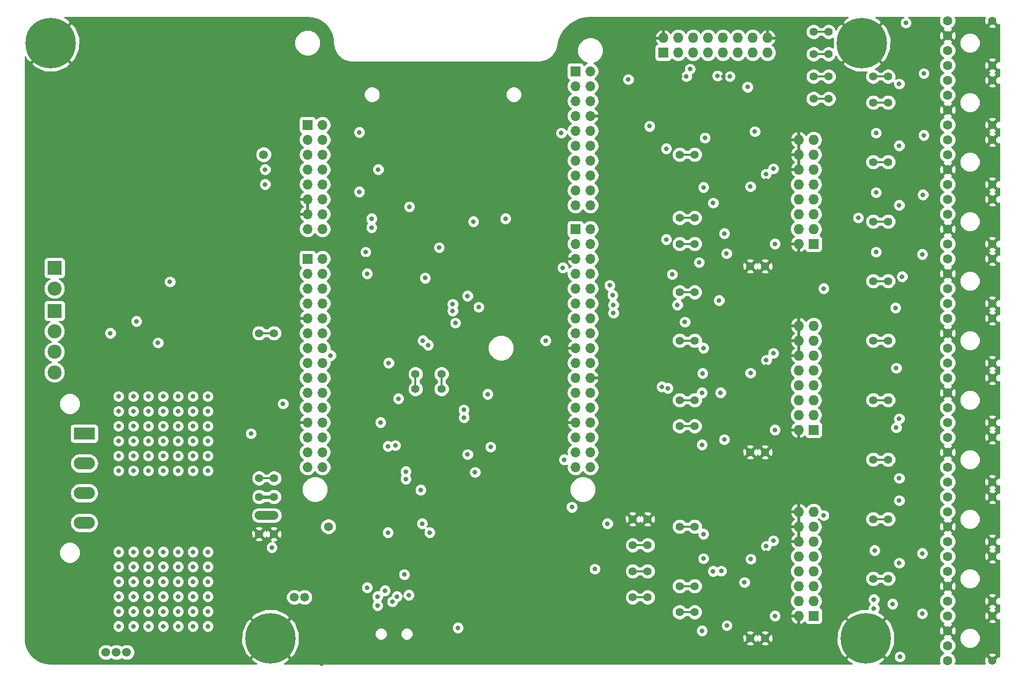
<source format=gbr>
G04 #@! TF.GenerationSoftware,KiCad,Pcbnew,(5.0.0-rc2-dev-194-g8567eab09)*
G04 #@! TF.CreationDate,2018-03-15T17:26:55+00:00*
G04 #@! TF.ProjectId,WolfDrive_H7Controller,576F6C6644726976655F4837436F6E74,rev?*
G04 #@! TF.SameCoordinates,Original*
G04 #@! TF.FileFunction,Copper,L2,Inr,Signal*
G04 #@! TF.FilePolarity,Positive*
%FSLAX46Y46*%
G04 Gerber Fmt 4.6, Leading zero omitted, Abs format (unit mm)*
G04 Created by KiCad (PCBNEW (5.0.0-rc2-dev-194-g8567eab09)) date Thu Mar 15 17:26:55 2018*
%MOMM*%
%LPD*%
G01*
G04 APERTURE LIST*
%ADD10R,1.700000X1.700000*%
%ADD11O,1.700000X1.700000*%
%ADD12C,8.600000*%
%ADD13C,0.700000*%
%ADD14C,2.400000*%
%ADD15R,2.400000X2.400000*%
%ADD16R,3.600000X2.080000*%
%ADD17O,3.600000X2.080000*%
%ADD18C,1.600000*%
%ADD19C,1.400000*%
%ADD20O,1.727200X1.727200*%
%ADD21R,1.727200X1.727200*%
%ADD22C,0.800000*%
%ADD23C,1.500000*%
%ADD24C,0.300000*%
%ADD25C,0.600000*%
%ADD26C,1.500000*%
%ADD27C,0.254000*%
G04 APERTURE END LIST*
D10*
X44450000Y71374000D03*
D11*
X46990000Y71374000D03*
X44450000Y68834000D03*
X46990000Y68834000D03*
X44450000Y66294000D03*
X46990000Y66294000D03*
X44450000Y63754000D03*
X46990000Y63754000D03*
X44450000Y61214000D03*
X46990000Y61214000D03*
X44450000Y58674000D03*
X46990000Y58674000D03*
X44450000Y56134000D03*
X46990000Y56134000D03*
X44450000Y53594000D03*
X46990000Y53594000D03*
X44450000Y51054000D03*
X46990000Y51054000D03*
X44450000Y48514000D03*
X46990000Y48514000D03*
D10*
X44450000Y44450000D03*
D11*
X46990000Y44450000D03*
X44450000Y41910000D03*
X46990000Y41910000D03*
X44450000Y39370000D03*
X46990000Y39370000D03*
X44450000Y36830000D03*
X46990000Y36830000D03*
X44450000Y34290000D03*
X46990000Y34290000D03*
X44450000Y31750000D03*
X46990000Y31750000D03*
X44450000Y29210000D03*
X46990000Y29210000D03*
X44450000Y26670000D03*
X46990000Y26670000D03*
X44450000Y24130000D03*
X46990000Y24130000D03*
X44450000Y21590000D03*
X46990000Y21590000D03*
X44450000Y19050000D03*
X46990000Y19050000D03*
X44450000Y16510000D03*
X46990000Y16510000D03*
X44450000Y13970000D03*
X46990000Y13970000D03*
X44450000Y11430000D03*
X46990000Y11430000D03*
X44450000Y8890000D03*
X46990000Y8890000D03*
X44450000Y6350000D03*
X46990000Y6350000D03*
X44450000Y3810000D03*
X46990000Y3810000D03*
D10*
X-1270000Y39370000D03*
D11*
X1270000Y39370000D03*
X-1270000Y36830000D03*
X1270000Y36830000D03*
X-1270000Y34290000D03*
X1270000Y34290000D03*
X-1270000Y31750000D03*
X1270000Y31750000D03*
X-1270000Y29210000D03*
X1270000Y29210000D03*
X-1270000Y26670000D03*
X1270000Y26670000D03*
X-1270000Y24130000D03*
X1270000Y24130000D03*
X-1270000Y21590000D03*
X1270000Y21590000D03*
X-1270000Y19050000D03*
X1270000Y19050000D03*
X-1270000Y16510000D03*
X1270000Y16510000D03*
X-1270000Y13970000D03*
X1270000Y13970000D03*
X-1270000Y11430000D03*
X1270000Y11430000D03*
X-1270000Y8890000D03*
X1270000Y8890000D03*
X-1270000Y6350000D03*
X1270000Y6350000D03*
X-1270000Y3810000D03*
X1270000Y3810000D03*
D10*
X-1270000Y62230000D03*
D11*
X1270000Y62230000D03*
X-1270000Y59690000D03*
X1270000Y59690000D03*
X-1270000Y57150000D03*
X1270000Y57150000D03*
X-1270000Y54610000D03*
X1270000Y54610000D03*
X-1270000Y52070000D03*
X1270000Y52070000D03*
X-1270000Y49530000D03*
X1270000Y49530000D03*
X-1270000Y46990000D03*
X1270000Y46990000D03*
X-1270000Y44450000D03*
X1270000Y44450000D03*
D12*
X-45085000Y76200000D03*
D13*
X-41860000Y76200000D03*
X-42804581Y73919581D03*
X-45085000Y72975000D03*
X-47365419Y73919581D03*
X-48310000Y76200000D03*
X-47365419Y78480419D03*
X-45085000Y79425000D03*
X-42804581Y78480419D03*
D12*
X-7620000Y-25400000D03*
D13*
X-4395000Y-25400000D03*
X-5339581Y-27680419D03*
X-7620000Y-28625000D03*
X-9900419Y-27680419D03*
X-10845000Y-25400000D03*
X-9900419Y-23119581D03*
X-7620000Y-22175000D03*
X-5339581Y-23119581D03*
D14*
X-44450000Y23480000D03*
X-44450000Y19980000D03*
X-44450000Y26980000D03*
D15*
X-44450000Y30480000D03*
D16*
X-39370000Y9525000D03*
D17*
X-39370000Y4445000D03*
X-39370000Y-635000D03*
X-39370000Y-5715000D03*
D14*
X-44450000Y34290000D03*
D15*
X-44450000Y37790000D03*
D18*
X107950000Y80010000D03*
X107950000Y77470000D03*
X107950000Y74930000D03*
X107950000Y72390000D03*
D19*
X115570000Y72390000D03*
X115570000Y80010000D03*
X115570000Y-1270000D03*
X115570000Y-8890000D03*
D18*
X107950000Y-8890000D03*
X107950000Y-6350000D03*
X107950000Y-3810000D03*
X107950000Y-1270000D03*
D19*
X115570000Y-11430000D03*
X115570000Y-19050000D03*
D18*
X107950000Y-19050000D03*
X107950000Y-16510000D03*
X107950000Y-13970000D03*
X107950000Y-11430000D03*
X107950000Y8890000D03*
X107950000Y6350000D03*
X107950000Y3810000D03*
X107950000Y1270000D03*
D19*
X115570000Y1270000D03*
X115570000Y8890000D03*
X115570000Y19050000D03*
X115570000Y11430000D03*
D18*
X107950000Y11430000D03*
X107950000Y13970000D03*
X107950000Y16510000D03*
X107950000Y19050000D03*
D19*
X115570000Y29210000D03*
X115570000Y21590000D03*
D18*
X107950000Y21590000D03*
X107950000Y24130000D03*
X107950000Y26670000D03*
X107950000Y29210000D03*
X107950000Y39370000D03*
X107950000Y36830000D03*
X107950000Y34290000D03*
X107950000Y31750000D03*
D19*
X115570000Y31750000D03*
X115570000Y39370000D03*
X115570000Y49530000D03*
X115570000Y41910000D03*
D18*
X107950000Y41910000D03*
X107950000Y44450000D03*
X107950000Y46990000D03*
X107950000Y49530000D03*
X107950000Y59690000D03*
X107950000Y57150000D03*
X107950000Y54610000D03*
X107950000Y52070000D03*
D19*
X115570000Y52070000D03*
X115570000Y59690000D03*
D18*
X107950000Y69850000D03*
X107950000Y67310000D03*
X107950000Y64770000D03*
X107950000Y62230000D03*
D19*
X115570000Y62230000D03*
X115570000Y69850000D03*
D18*
X107950000Y-21590000D03*
X107950000Y-24130000D03*
X107950000Y-26670000D03*
X107950000Y-29210000D03*
D19*
X115570000Y-29210000D03*
X115570000Y-21590000D03*
D13*
X95625419Y78480419D03*
X93345000Y79425000D03*
X91064581Y78480419D03*
X90120000Y76200000D03*
X91064581Y73919581D03*
X93345000Y72975000D03*
X95625419Y73919581D03*
X96570000Y76200000D03*
D12*
X93345000Y76200000D03*
D13*
X96260419Y-23119581D03*
X93980000Y-22175000D03*
X91699581Y-23119581D03*
X90755000Y-25400000D03*
X91699581Y-27680419D03*
X93980000Y-28625000D03*
X96260419Y-27680419D03*
X97205000Y-25400000D03*
D12*
X93980000Y-25400000D03*
D19*
X95250000Y-5080000D03*
X97790000Y-5080000D03*
X97790000Y-15240000D03*
X95250000Y-15240000D03*
X95250000Y5080000D03*
X97790000Y5080000D03*
X97790000Y15240000D03*
X95250000Y15240000D03*
X95250000Y25400000D03*
X97790000Y25400000D03*
X97790000Y35560000D03*
X95250000Y35560000D03*
X-9525000Y-4445000D03*
X-6985000Y-4445000D03*
X74295000Y38100000D03*
X76835000Y38100000D03*
X76835000Y6350000D03*
X74295000Y6350000D03*
X76835000Y-25400000D03*
X74295000Y-25400000D03*
X-9525000Y-1270000D03*
X-6985000Y-1270000D03*
X17145000Y17145000D03*
X17145000Y19685000D03*
X21590000Y17145000D03*
X21590000Y19685000D03*
X62230000Y41910000D03*
X64770000Y41910000D03*
X64770000Y-20955000D03*
X62230000Y-20955000D03*
X62230000Y10795000D03*
X64770000Y10795000D03*
X64770000Y46355000D03*
X62230000Y46355000D03*
X62230000Y-16510000D03*
X64770000Y-16510000D03*
X62230000Y15240000D03*
X64770000Y15240000D03*
X62230000Y33655000D03*
X64770000Y33655000D03*
X62230000Y25400000D03*
X64770000Y25400000D03*
X64770000Y-6350000D03*
X62230000Y-6350000D03*
X62230000Y57150000D03*
X64770000Y57150000D03*
X56769000Y-13970000D03*
X54229000Y-13970000D03*
X56769000Y-9525000D03*
X54229000Y-9525000D03*
X97790000Y45720000D03*
X95250000Y45720000D03*
X95250000Y55880000D03*
X97790000Y55880000D03*
X97790000Y66040000D03*
X95250000Y66040000D03*
X95250000Y70485000D03*
X97790000Y70485000D03*
X56769000Y-18415000D03*
X54229000Y-18415000D03*
X-9525000Y1905000D03*
X-6985000Y1905000D03*
X54229000Y-5080000D03*
X56769000Y-5080000D03*
X-9525000Y-7620000D03*
X-6985000Y-7620000D03*
X-6985000Y26670000D03*
X-9525000Y26670000D03*
X87630000Y74295000D03*
X85090000Y74295000D03*
X87630000Y70485000D03*
X85090000Y70485000D03*
X85090000Y66675000D03*
X87630000Y66675000D03*
X85090000Y78105000D03*
X87630000Y78105000D03*
D20*
X77216000Y77089000D03*
X77216000Y74549000D03*
X74676000Y77089000D03*
X74676000Y74549000D03*
X72136000Y77089000D03*
X72136000Y74549000D03*
X69596000Y77089000D03*
X69596000Y74549000D03*
X67056000Y77089000D03*
X67056000Y74549000D03*
X64516000Y77089000D03*
X64516000Y74549000D03*
X61976000Y77089000D03*
X61976000Y74549000D03*
X59436000Y77089000D03*
D21*
X59436000Y74549000D03*
X85090000Y41910000D03*
D20*
X82550000Y41910000D03*
X85090000Y44450000D03*
X82550000Y44450000D03*
X85090000Y46990000D03*
X82550000Y46990000D03*
X85090000Y49530000D03*
X82550000Y49530000D03*
X85090000Y52070000D03*
X82550000Y52070000D03*
X85090000Y54610000D03*
X82550000Y54610000D03*
X85090000Y57150000D03*
X82550000Y57150000D03*
X85090000Y59690000D03*
X82550000Y59690000D03*
D21*
X85090000Y-21590000D03*
D20*
X82550000Y-21590000D03*
X85090000Y-19050000D03*
X82550000Y-19050000D03*
X85090000Y-16510000D03*
X82550000Y-16510000D03*
X85090000Y-13970000D03*
X82550000Y-13970000D03*
X85090000Y-11430000D03*
X82550000Y-11430000D03*
X85090000Y-8890000D03*
X82550000Y-8890000D03*
X85090000Y-6350000D03*
X82550000Y-6350000D03*
X85090000Y-3810000D03*
X82550000Y-3810000D03*
X82550000Y27940000D03*
X85090000Y27940000D03*
X82550000Y25400000D03*
X85090000Y25400000D03*
X82550000Y22860000D03*
X85090000Y22860000D03*
X82550000Y20320000D03*
X85090000Y20320000D03*
X82550000Y17780000D03*
X85090000Y17780000D03*
X82550000Y15240000D03*
X85090000Y15240000D03*
X82550000Y12700000D03*
X85090000Y12700000D03*
X82550000Y10160000D03*
D21*
X85090000Y10160000D03*
D22*
X73278990Y42037000D03*
X-10922000Y6985000D03*
X16764000Y5842000D03*
X1143000Y-29718000D03*
X-44196000Y-23622000D03*
X-46355000Y-21463000D03*
X-48514000Y-23622000D03*
X-46355000Y-25781000D03*
X-1016000Y-9652000D03*
X-1143000Y-13716000D03*
X50927000Y-19177000D03*
X-5715000Y8382000D03*
X8647990Y39370000D03*
X16256000Y44577000D03*
X14478000Y41021000D03*
X6604000Y65278000D03*
X37719000Y64135000D03*
X71632877Y-16625010D03*
X60918838Y-24171162D03*
X60452000Y44704000D03*
X60477279Y19569990D03*
X50800000Y27686000D03*
X49022000Y39116000D03*
X60960008Y7620000D03*
X99187000Y50292000D03*
X99187000Y-10922002D03*
X99568000Y70993000D03*
X103505000Y75299010D03*
X103505000Y10541000D03*
X96139000Y7366000D03*
X103505000Y20701000D03*
X96012000Y27686000D03*
X96012000Y17526000D03*
X99060000Y-21209000D03*
X99060000Y40386000D03*
X99314000Y60706000D03*
X64135000Y59920001D03*
X27559000Y9779000D03*
X16637000Y11176000D03*
X69596000Y-10541000D03*
X69596000Y21082000D03*
X69596000Y52832000D03*
X69403000Y57592000D03*
X54102000Y64504000D03*
X62357000Y70485000D03*
X69711000Y70485000D03*
X70358000Y62992000D03*
X26416000Y17018000D03*
X76962000Y-10795000D03*
X76962000Y52705000D03*
X76962000Y20955000D03*
X7577000Y60960000D03*
X8647990Y40513000D03*
X69850000Y8509000D03*
X60960000Y36703000D03*
X50927000Y31496000D03*
X70231000Y40259000D03*
X70284000Y-23241000D03*
X59944000Y58166000D03*
X95377000Y-20320000D03*
X100838000Y79629000D03*
X103898000Y70993000D03*
X99060000Y30988000D03*
X99187000Y20701000D03*
X99187000Y10541000D03*
X103632000Y40132000D03*
X100203000Y36322000D03*
X99822000Y-28575000D03*
X103632000Y-21209000D03*
X103632000Y-10922000D03*
X95504000Y-10414000D03*
X99695000Y-12573000D03*
X95758000Y60833000D03*
X95758000Y50673000D03*
X95758000Y40513000D03*
X99695000Y48514000D03*
X103759000Y50292000D03*
X99695000Y58674000D03*
X103886000Y60452000D03*
X66294000Y-11811000D03*
X66142457Y19800000D03*
X66294000Y51562000D03*
X66548000Y60010000D03*
X57106784Y61995990D03*
X75057000Y61087000D03*
X18796000Y36080000D03*
X12446000Y7366000D03*
X11176000Y11430000D03*
X29972000Y7239000D03*
X25400000Y13589000D03*
X-24765000Y35433000D03*
X99695000Y69215000D03*
X99695000Y-1905000D03*
X-8509000Y52070000D03*
X73812401Y68682953D03*
X42037000Y60833000D03*
X32512000Y46216000D03*
X10795000Y54610000D03*
X16108290Y48236034D03*
X27043707Y45715980D03*
X9652000Y46216000D03*
X50292000Y34810000D03*
X63119000Y28575000D03*
X42545000Y5080000D03*
X13208000Y-19177000D03*
X59944000Y42672000D03*
X69850000Y43688000D03*
X65543990Y38735000D03*
X73279000Y-15875030D03*
X69319669Y-13947670D03*
X49911000Y-5842000D03*
X29464000Y16256000D03*
X8890000Y36830000D03*
X66294000Y-7620000D03*
X66294000Y24130000D03*
X68961000Y32258000D03*
X78486000Y41910000D03*
X9652000Y44704000D03*
D23*
X-3556000Y-18415000D03*
X-1778000Y-18415000D03*
X-32131000Y-27812994D03*
X-33909000Y-27812994D03*
X-35687000Y-27812994D03*
D22*
X15240006Y-14541500D03*
X23495000Y31590002D03*
X17785834Y1899157D03*
X11430000Y635000D03*
X53975000Y51435000D03*
X-18288000Y15875000D03*
X-33528000Y3175000D03*
X-30988000Y3175000D03*
X-28448000Y3175000D03*
X-25908000Y3175000D03*
X-23368000Y3175000D03*
X-20828000Y3175000D03*
X-18288000Y3175000D03*
X-33528000Y5715000D03*
X-30988000Y5715000D03*
X-28448000Y5715000D03*
X-25908000Y5715000D03*
X-23368000Y5715000D03*
X-20828000Y5715000D03*
X-18288000Y5715000D03*
X-33528000Y8255000D03*
X-30988000Y8255000D03*
X-28448000Y8255000D03*
X-25908000Y8255000D03*
X-23368000Y8255000D03*
X-20828000Y8255000D03*
X-18288000Y8255000D03*
X-33528000Y10795000D03*
X-30988000Y10795000D03*
X-28448000Y10795000D03*
X-25908000Y10795000D03*
X-23368000Y10795000D03*
X-20828000Y10795000D03*
X-18288000Y10795000D03*
X-33528000Y13335000D03*
X-30988000Y13335000D03*
X-28448000Y13335000D03*
X-25908000Y13335000D03*
X-23368000Y13335000D03*
X-20828000Y13335000D03*
X-18288000Y13335000D03*
X-33528000Y15875000D03*
X-30988000Y15875000D03*
X-28448000Y15875000D03*
X-25908000Y15875000D03*
X-23368000Y15875000D03*
X-20828000Y15875000D03*
X10668000Y-19812000D03*
X53467000Y69977000D03*
X-33528000Y-23368000D03*
X-30988000Y-23368000D03*
X-28448000Y-23368000D03*
X-25908000Y-23368000D03*
X-23368000Y-23368000D03*
X-20828000Y-23368000D03*
X-18288000Y-23368000D03*
X-33528000Y-20828000D03*
X-30988000Y-20828000D03*
X-28448000Y-20828000D03*
X-25908000Y-20828000D03*
X-23368000Y-20828000D03*
X-20828000Y-20828000D03*
X-18288000Y-20828000D03*
X-33528000Y-18288000D03*
X-30988000Y-18288000D03*
X-28448000Y-18288000D03*
X-25908000Y-18288000D03*
X-23368000Y-18288000D03*
X-20828000Y-18288000D03*
X-18288000Y-18288000D03*
X-33528000Y-15748000D03*
X-30988000Y-15748000D03*
X-28448000Y-15748000D03*
X-25908000Y-15748000D03*
X-23368000Y-15748000D03*
X-20828000Y-15748000D03*
X-18288000Y-15748000D03*
X-33528000Y-13208000D03*
X-30988000Y-13208000D03*
X-28448000Y-13208000D03*
X-25908000Y-13208000D03*
X-23368000Y-13208000D03*
X-20828000Y-13208000D03*
X-18288000Y-13208000D03*
X-33528000Y-10668000D03*
X-30988000Y-10668000D03*
X-28448000Y-10668000D03*
X-25908000Y-10668000D03*
X-23368000Y-10668000D03*
X-20828000Y-10668000D03*
X-18288000Y-10668000D03*
X-10922000Y9525000D03*
X-7366000Y-9906008D03*
X-5461000Y14605000D03*
X47752000Y-13589000D03*
X99695000Y1905000D03*
X99695000Y12065000D03*
X26034996Y33020000D03*
X-34925000Y26670000D03*
X43843338Y-3031662D03*
X59182000Y17526000D03*
X95377000Y-18796000D03*
X98552000Y-19558000D03*
X70809601Y70485000D03*
X68716011Y70584998D03*
X63373000Y70485000D03*
X64008000Y71755000D03*
X78486000Y-21590000D03*
X78486000Y10160000D03*
X13715998Y7493000D03*
D23*
X2286000Y-6350000D03*
D22*
X39358000Y25400000D03*
X50800000Y33146990D03*
X42291000Y37846000D03*
X50927000Y30099000D03*
X61849000Y31496018D03*
X13970000Y-18288000D03*
X11938000Y-17272000D03*
X78232000Y54737000D03*
X78232000Y-8763000D03*
X78232000Y23241000D03*
X74295000Y51689000D03*
X76962000Y53805000D03*
X76978096Y-9695000D03*
X74370000Y-11895000D03*
X74320000Y19855000D03*
X77005000Y22055000D03*
X-30480000Y28702000D03*
X12585000Y21590000D03*
X2667000Y22860000D03*
D23*
X-8763000Y57150000D03*
D22*
X27940000Y31115000D03*
X19304000Y24638000D03*
X26035000Y5969000D03*
X14224008Y15494000D03*
X92710000Y46355000D03*
X60960000Y-12700000D03*
X-26035000Y34290000D03*
X22895000Y41275000D03*
X60960000Y38735000D03*
X60960000Y50165000D03*
X8890000Y34290000D03*
X6096000Y12319000D03*
X18034000Y-94000D03*
X7577000Y50800000D03*
X21195000Y41275000D03*
X-8509000Y54610000D03*
X18415000Y25400000D03*
X23960000Y28405000D03*
X60198000Y17260000D03*
X15494000Y1778000D03*
X15494000Y3048000D03*
X66040000Y16510000D03*
X66040000Y-24130000D03*
X66040000Y7620000D03*
X67945000Y48895000D03*
X67945000Y-13970000D03*
X69215000Y16510000D03*
X86814990Y-4445000D03*
X86815000Y34290000D03*
X-26797000Y25019000D03*
X23495000Y30480000D03*
X8890000Y-16764000D03*
X12446000Y-7366000D03*
X24384000Y-23622000D03*
X10668000Y-18288000D03*
X16002000Y-18034000D03*
X19558000Y-7366000D03*
X18288016Y-5842000D03*
X25441169Y12277831D03*
X27305000Y2921000D03*
D24*
X-9525000Y1905000D02*
X-6985000Y1905000D01*
X87630000Y66675000D02*
X85090000Y66675000D01*
X85090000Y70485000D02*
X87630000Y70485000D01*
X87630000Y74295000D02*
X85090000Y74295000D01*
X85090000Y78105000D02*
X87630000Y78105000D01*
X62230000Y41910000D02*
X64770000Y41910000D01*
X95250000Y70485000D02*
X97790000Y70485000D01*
X62230000Y46355000D02*
X64770000Y46355000D01*
X54229000Y-18415000D02*
X56769000Y-18415000D01*
D25*
X-9525000Y-1270000D02*
X-6985000Y-1270000D01*
D24*
X-9525000Y26670000D02*
X-6985000Y26670000D01*
X17145000Y19685000D02*
X17145000Y17145000D01*
X62230000Y57150000D02*
X64770000Y57150000D01*
X62230000Y25400000D02*
X64770000Y25400000D01*
X95250000Y-5080000D02*
X97790000Y-5080000D01*
X95250000Y-15240000D02*
X97790000Y-15240000D01*
X62230000Y33655000D02*
X64770000Y33655000D01*
X95250000Y45720000D02*
X97790000Y45720000D01*
X95250000Y55880000D02*
X97790000Y55880000D01*
X97790000Y66040000D02*
X95250000Y66040000D01*
X62230000Y-20955000D02*
X64770000Y-20955000D01*
X21590000Y19685000D02*
X21590000Y17145000D01*
X62230000Y10795000D02*
X64770000Y10795000D01*
X95250000Y35560000D02*
X97790000Y35560000D01*
X95250000Y15240000D02*
X97790000Y15240000D01*
X95250000Y5080000D02*
X97790000Y5080000D01*
X62230000Y-16510000D02*
X64770000Y-16510000D01*
X95250000Y25400000D02*
X97790000Y25400000D01*
X62230000Y15240000D02*
X64770000Y15240000D01*
X62230000Y-6350000D02*
X64770000Y-6350000D01*
X53721000Y-9525000D02*
X56261000Y-9525000D01*
D26*
X-9525000Y-4445000D02*
X-6985000Y-4445000D01*
D24*
X53721000Y-13970000D02*
X56261000Y-13970000D01*
D27*
G36*
X-496642Y80498158D02*
X252277Y80293277D01*
X953072Y79959014D01*
X1583605Y79505931D01*
X2123934Y78948355D01*
X2556989Y78303901D01*
X2869073Y77592956D01*
X3051640Y76832507D01*
X3100817Y76162848D01*
X3105362Y76018211D01*
X3107117Y76007128D01*
X3106413Y75995932D01*
X3117588Y75907472D01*
X3236892Y75282056D01*
X3250697Y75239570D01*
X3259066Y75195695D01*
X3291889Y75112793D01*
X3562980Y74536696D01*
X3586916Y74498979D01*
X3605934Y74458564D01*
X3658343Y74386429D01*
X4064185Y73895849D01*
X4096754Y73865264D01*
X4125222Y73830853D01*
X4193915Y73774025D01*
X4193922Y73774018D01*
X4193926Y73774016D01*
X4709019Y73399779D01*
X4748165Y73378258D01*
X4784301Y73352004D01*
X4864965Y73314046D01*
X4864978Y73314039D01*
X4864985Y73314037D01*
X5456960Y73079657D01*
X5500236Y73068546D01*
X5541758Y73052106D01*
X5629330Y73035400D01*
X5629342Y73035397D01*
X5629349Y73035397D01*
X6236108Y72958745D01*
X6280074Y72950000D01*
X38261108Y72950000D01*
X38291025Y72955951D01*
X38683501Y72989552D01*
X38713243Y72995924D01*
X38743624Y72997297D01*
X38830365Y73017940D01*
X39439280Y73203951D01*
X39480033Y73222255D01*
X39522747Y73235303D01*
X39601623Y73276866D01*
X39601630Y73276869D01*
X39601633Y73276872D01*
X40145156Y73608467D01*
X40180071Y73636326D01*
X40218205Y73659591D01*
X40284271Y73719468D01*
X40728256Y74175817D01*
X40755150Y74211490D01*
X40786296Y74243503D01*
X40835391Y74317921D01*
X40835396Y74317928D01*
X40835398Y74317932D01*
X41151943Y74870356D01*
X41169118Y74911589D01*
X41191327Y74950348D01*
X41220375Y75034647D01*
X41389594Y75648441D01*
X41391273Y75660071D01*
X41397723Y75680892D01*
X41604713Y76598388D01*
X41932007Y77420290D01*
X41948484Y77448027D01*
X57981032Y77448027D01*
X58101531Y77216000D01*
X59309000Y77216000D01*
X59309000Y78422817D01*
X59076974Y78543958D01*
X58661053Y78371688D01*
X58229179Y77977490D01*
X57981032Y77448027D01*
X41948484Y77448027D01*
X42383848Y78180877D01*
X42949103Y78861411D01*
X43613865Y79445147D01*
X44361750Y79917699D01*
X45174356Y80267440D01*
X46031675Y80485758D01*
X46938024Y80569626D01*
X46992402Y80570000D01*
X90979252Y80570000D01*
X90608506Y80422490D01*
X90491139Y80344068D01*
X89990290Y79734316D01*
X90457884Y79266722D01*
X90278278Y79087116D01*
X89810684Y79554710D01*
X89200932Y79053861D01*
X88936371Y78439665D01*
X88761758Y78861217D01*
X88386217Y79236758D01*
X87895548Y79440000D01*
X87364452Y79440000D01*
X86873783Y79236758D01*
X86527025Y78890000D01*
X86192975Y78890000D01*
X85846217Y79236758D01*
X85355548Y79440000D01*
X84824452Y79440000D01*
X84333783Y79236758D01*
X83958242Y78861217D01*
X83755000Y78370548D01*
X83755000Y77839452D01*
X83958242Y77348783D01*
X84333783Y76973242D01*
X84824452Y76770000D01*
X85355548Y76770000D01*
X85846217Y76973242D01*
X86192975Y77320000D01*
X86527025Y77320000D01*
X86873783Y76973242D01*
X87364452Y76770000D01*
X87895548Y76770000D01*
X88386217Y76973242D01*
X88420848Y77007873D01*
X88398496Y75414479D01*
X88386217Y75426758D01*
X87895548Y75630000D01*
X87364452Y75630000D01*
X86873783Y75426758D01*
X86527025Y75080000D01*
X86192975Y75080000D01*
X85846217Y75426758D01*
X85355548Y75630000D01*
X84824452Y75630000D01*
X84333783Y75426758D01*
X83958242Y75051217D01*
X83755000Y74560548D01*
X83755000Y74029452D01*
X83958242Y73538783D01*
X84333783Y73163242D01*
X84824452Y72960000D01*
X85355548Y72960000D01*
X85846217Y73163242D01*
X86192975Y73510000D01*
X86527025Y73510000D01*
X86873783Y73163242D01*
X87364452Y72960000D01*
X87895548Y72960000D01*
X88386217Y73163242D01*
X88761758Y73538783D01*
X88930487Y73946130D01*
X89122510Y73463506D01*
X89200932Y73346139D01*
X89810684Y72845290D01*
X90278278Y73312884D01*
X90457884Y73133278D01*
X89990290Y72665684D01*
X90491139Y72055932D01*
X92294242Y71279255D01*
X94130521Y71253496D01*
X94118242Y71241217D01*
X93915000Y70750548D01*
X93915000Y70219452D01*
X94118242Y69728783D01*
X94493783Y69353242D01*
X94984452Y69150000D01*
X95515548Y69150000D01*
X96006217Y69353242D01*
X96352975Y69700000D01*
X96687025Y69700000D01*
X97033783Y69353242D01*
X97524452Y69150000D01*
X98055548Y69150000D01*
X98546217Y69353242D01*
X98692634Y69499659D01*
X98660000Y69420874D01*
X98660000Y69009126D01*
X98817569Y68628720D01*
X99108720Y68337569D01*
X99489126Y68180000D01*
X99900874Y68180000D01*
X100281280Y68337569D01*
X100572431Y68628720D01*
X100730000Y69009126D01*
X100730000Y69420874D01*
X100572431Y69801280D01*
X100281280Y70092431D01*
X99900874Y70250000D01*
X99489126Y70250000D01*
X99108720Y70092431D01*
X99046694Y70030405D01*
X99125000Y70219452D01*
X99125000Y70750548D01*
X98939298Y71198874D01*
X102863000Y71198874D01*
X102863000Y70787126D01*
X103020569Y70406720D01*
X103311720Y70115569D01*
X103692126Y69958000D01*
X104103874Y69958000D01*
X104484280Y70115569D01*
X104775431Y70406720D01*
X104933000Y70787126D01*
X104933000Y71198874D01*
X104775431Y71579280D01*
X104484280Y71870431D01*
X104103874Y72028000D01*
X103692126Y72028000D01*
X103311720Y71870431D01*
X103020569Y71579280D01*
X102863000Y71198874D01*
X98939298Y71198874D01*
X98921758Y71241217D01*
X98546217Y71616758D01*
X98055548Y71820000D01*
X97524452Y71820000D01*
X97033783Y71616758D01*
X96687025Y71270000D01*
X96352975Y71270000D01*
X96006217Y71616758D01*
X95598870Y71785487D01*
X96081494Y71977510D01*
X96198861Y72055932D01*
X96699710Y72665684D01*
X96232116Y73133278D01*
X96411722Y73312884D01*
X96879316Y72845290D01*
X97489068Y73346139D01*
X98265745Y75149242D01*
X98266673Y75215439D01*
X106515000Y75215439D01*
X106515000Y74644561D01*
X106733466Y74117138D01*
X107137138Y73713466D01*
X107266216Y73660000D01*
X107137138Y73606534D01*
X106733466Y73202862D01*
X106515000Y72675439D01*
X106515000Y72104561D01*
X106733466Y71577138D01*
X107137138Y71173466D01*
X107266216Y71120000D01*
X107137138Y71066534D01*
X106733466Y70662862D01*
X106515000Y70135439D01*
X106515000Y69564561D01*
X106733466Y69037138D01*
X107137138Y68633466D01*
X107266216Y68580000D01*
X107137138Y68526534D01*
X106733466Y68122862D01*
X106515000Y67595439D01*
X106515000Y67024561D01*
X106733466Y66497138D01*
X107137138Y66093466D01*
X107250583Y66046475D01*
X107195995Y66023864D01*
X107121861Y65777745D01*
X107950000Y64949605D01*
X108778139Y65777745D01*
X108704005Y66023864D01*
X108645552Y66044874D01*
X108762862Y66093466D01*
X109059526Y66390130D01*
X109999780Y66390130D01*
X109999780Y65689870D01*
X110267757Y65042915D01*
X110762915Y64547757D01*
X111409870Y64279780D01*
X112110130Y64279780D01*
X112757085Y64547757D01*
X113252243Y65042915D01*
X113520220Y65689870D01*
X113520220Y66390130D01*
X113252243Y67037085D01*
X112757085Y67532243D01*
X112110130Y67800220D01*
X111409870Y67800220D01*
X110762915Y67532243D01*
X110267757Y67037085D01*
X109999780Y66390130D01*
X109059526Y66390130D01*
X109166534Y66497138D01*
X109385000Y67024561D01*
X109385000Y67595439D01*
X109166534Y68122862D01*
X108762862Y68526534D01*
X108633784Y68580000D01*
X108762862Y68633466D01*
X109044121Y68914725D01*
X114814331Y68914725D01*
X114876169Y68678958D01*
X115377122Y68502581D01*
X115907440Y68531336D01*
X116263831Y68678958D01*
X116325669Y68914725D01*
X115570000Y69670395D01*
X114814331Y68914725D01*
X109044121Y68914725D01*
X109166534Y69037138D01*
X109385000Y69564561D01*
X109385000Y70042878D01*
X114222581Y70042878D01*
X114251336Y69512560D01*
X114398958Y69156169D01*
X114634725Y69094331D01*
X115390395Y69850000D01*
X114634725Y70605669D01*
X114398958Y70543831D01*
X114222581Y70042878D01*
X109385000Y70042878D01*
X109385000Y70135439D01*
X109166534Y70662862D01*
X108762862Y71066534D01*
X108633784Y71120000D01*
X108762862Y71173466D01*
X109044121Y71454725D01*
X114814331Y71454725D01*
X114876169Y71218958D01*
X115134445Y71128023D01*
X114876169Y71021042D01*
X114814331Y70785275D01*
X115570000Y70029605D01*
X116325669Y70785275D01*
X116263831Y71021042D01*
X116005555Y71111977D01*
X116263831Y71218958D01*
X116325669Y71454725D01*
X115570000Y72210395D01*
X114814331Y71454725D01*
X109044121Y71454725D01*
X109166534Y71577138D01*
X109385000Y72104561D01*
X109385000Y72582878D01*
X114222581Y72582878D01*
X114251336Y72052560D01*
X114398958Y71696169D01*
X114634725Y71634331D01*
X115390395Y72390000D01*
X114634725Y73145669D01*
X114398958Y73083831D01*
X114222581Y72582878D01*
X109385000Y72582878D01*
X109385000Y72675439D01*
X109166534Y73202862D01*
X109044121Y73325275D01*
X114814331Y73325275D01*
X115570000Y72569605D01*
X116325669Y73325275D01*
X116263831Y73561042D01*
X115762878Y73737419D01*
X115232560Y73708664D01*
X114876169Y73561042D01*
X114814331Y73325275D01*
X109044121Y73325275D01*
X108762862Y73606534D01*
X108633784Y73660000D01*
X108762862Y73713466D01*
X109166534Y74117138D01*
X109385000Y74644561D01*
X109385000Y75215439D01*
X109166534Y75742862D01*
X108762862Y76146534D01*
X108649417Y76193525D01*
X108704005Y76216136D01*
X108778139Y76462255D01*
X108690265Y76550130D01*
X109999780Y76550130D01*
X109999780Y75849870D01*
X110267757Y75202915D01*
X110762915Y74707757D01*
X111409870Y74439780D01*
X112110130Y74439780D01*
X112757085Y74707757D01*
X113252243Y75202915D01*
X113520220Y75849870D01*
X113520220Y76550130D01*
X113252243Y77197085D01*
X112757085Y77692243D01*
X112110130Y77960220D01*
X111409870Y77960220D01*
X110762915Y77692243D01*
X110267757Y77197085D01*
X109999780Y76550130D01*
X108690265Y76550130D01*
X107950000Y77290395D01*
X107121861Y76462255D01*
X107195995Y76216136D01*
X107254448Y76195126D01*
X107137138Y76146534D01*
X106733466Y75742862D01*
X106515000Y75215439D01*
X98266673Y75215439D01*
X98293283Y77112314D01*
X98064720Y77686777D01*
X106503035Y77686777D01*
X106530222Y77116546D01*
X106696136Y76715995D01*
X106942255Y76641861D01*
X107770395Y77470000D01*
X108129605Y77470000D01*
X108957745Y76641861D01*
X109203864Y76715995D01*
X109396965Y77253223D01*
X109369778Y77823454D01*
X109203864Y78224005D01*
X108957745Y78298139D01*
X108129605Y77470000D01*
X107770395Y77470000D01*
X106942255Y78298139D01*
X106696136Y78224005D01*
X106503035Y77686777D01*
X98064720Y77686777D01*
X97567490Y78936494D01*
X97489068Y79053861D01*
X96879316Y79554710D01*
X96411722Y79087116D01*
X96232116Y79266722D01*
X96699710Y79734316D01*
X96198861Y80344068D01*
X95674346Y80570000D01*
X100405189Y80570000D01*
X100251720Y80506431D01*
X99960569Y80215280D01*
X99803000Y79834874D01*
X99803000Y79423126D01*
X99960569Y79042720D01*
X100251720Y78751569D01*
X100632126Y78594000D01*
X101043874Y78594000D01*
X101424280Y78751569D01*
X101715431Y79042720D01*
X101873000Y79423126D01*
X101873000Y79834874D01*
X101715431Y80215280D01*
X101424280Y80506431D01*
X101270811Y80570000D01*
X106628727Y80570000D01*
X106515000Y80295439D01*
X106515000Y79724561D01*
X106733466Y79197138D01*
X107137138Y78793466D01*
X107250583Y78746475D01*
X107195995Y78723864D01*
X107121861Y78477745D01*
X107950000Y77649605D01*
X108778139Y78477745D01*
X108704005Y78723864D01*
X108645552Y78744874D01*
X108762862Y78793466D01*
X109044121Y79074725D01*
X114814331Y79074725D01*
X114876169Y78838958D01*
X115377122Y78662581D01*
X115907440Y78691336D01*
X116263831Y78838958D01*
X116325669Y79074725D01*
X115570000Y79830395D01*
X114814331Y79074725D01*
X109044121Y79074725D01*
X109166534Y79197138D01*
X109385000Y79724561D01*
X109385000Y80295439D01*
X109271273Y80570000D01*
X114351838Y80570000D01*
X114222581Y80202878D01*
X114251336Y79672560D01*
X114398958Y79316169D01*
X114634725Y79254331D01*
X115390395Y80010000D01*
X115376252Y80024142D01*
X115555858Y80203748D01*
X115570000Y80189605D01*
X115584142Y80203748D01*
X115763748Y80024142D01*
X115749605Y80010000D01*
X116505275Y79254331D01*
X116741042Y79316169D01*
X116765000Y79384216D01*
X116765000Y73025991D01*
X116741042Y73083831D01*
X116505275Y73145669D01*
X115749605Y72390000D01*
X116505275Y71634331D01*
X116741042Y71696169D01*
X116765000Y71764216D01*
X116765000Y70485991D01*
X116741042Y70543831D01*
X116505275Y70605669D01*
X115749605Y69850000D01*
X116505275Y69094331D01*
X116741042Y69156169D01*
X116765000Y69224216D01*
X116765000Y62865991D01*
X116741042Y62923831D01*
X116505275Y62985669D01*
X115749605Y62230000D01*
X116505275Y61474331D01*
X116741042Y61536169D01*
X116765000Y61604216D01*
X116765000Y60325991D01*
X116741042Y60383831D01*
X116505275Y60445669D01*
X115749605Y59690000D01*
X116505275Y58934331D01*
X116741042Y58996169D01*
X116765000Y59064216D01*
X116765000Y52705991D01*
X116741042Y52763831D01*
X116505275Y52825669D01*
X115749605Y52070000D01*
X116505275Y51314331D01*
X116741042Y51376169D01*
X116765000Y51444216D01*
X116765000Y50165991D01*
X116741042Y50223831D01*
X116505275Y50285669D01*
X115749605Y49530000D01*
X116505275Y48774331D01*
X116741042Y48836169D01*
X116765000Y48904216D01*
X116765000Y42545990D01*
X116741042Y42603831D01*
X116505275Y42665669D01*
X115749605Y41910000D01*
X116505275Y41154331D01*
X116741042Y41216169D01*
X116765000Y41284216D01*
X116765000Y40005990D01*
X116741042Y40063831D01*
X116505275Y40125669D01*
X115749605Y39370000D01*
X116505275Y38614331D01*
X116741042Y38676169D01*
X116765000Y38744217D01*
X116765000Y32385990D01*
X116741042Y32443831D01*
X116505275Y32505669D01*
X115749605Y31750000D01*
X116505275Y30994331D01*
X116741042Y31056169D01*
X116765000Y31124217D01*
X116765000Y29845990D01*
X116741042Y29903831D01*
X116505275Y29965669D01*
X115749605Y29210000D01*
X116505275Y28454331D01*
X116741042Y28516169D01*
X116765000Y28584217D01*
X116765001Y22225990D01*
X116741042Y22283831D01*
X116505275Y22345669D01*
X115749605Y21590000D01*
X116505275Y20834331D01*
X116741042Y20896169D01*
X116765001Y20964217D01*
X116765001Y19685990D01*
X116741042Y19743831D01*
X116505275Y19805669D01*
X115749605Y19050000D01*
X116505275Y18294331D01*
X116741042Y18356169D01*
X116765001Y18424217D01*
X116765001Y12065990D01*
X116741042Y12123831D01*
X116505275Y12185669D01*
X115749605Y11430000D01*
X116505275Y10674331D01*
X116741042Y10736169D01*
X116765001Y10804217D01*
X116765001Y9525990D01*
X116741042Y9583831D01*
X116505275Y9645669D01*
X115749605Y8890000D01*
X116505275Y8134331D01*
X116741042Y8196169D01*
X116765001Y8264217D01*
X116765001Y1905990D01*
X116741042Y1963831D01*
X116505275Y2025669D01*
X115749605Y1270000D01*
X116505275Y514331D01*
X116741042Y576169D01*
X116765001Y644218D01*
X116765001Y-634010D01*
X116741042Y-576169D01*
X116505275Y-514331D01*
X115749605Y-1270000D01*
X116505275Y-2025669D01*
X116741042Y-1963831D01*
X116765001Y-1895782D01*
X116765001Y-8254011D01*
X116741042Y-8196169D01*
X116505275Y-8134331D01*
X115749605Y-8890000D01*
X116505275Y-9645669D01*
X116741042Y-9583831D01*
X116765001Y-9515782D01*
X116765001Y-10794011D01*
X116741042Y-10736169D01*
X116505275Y-10674331D01*
X115749605Y-11430000D01*
X116505275Y-12185669D01*
X116741042Y-12123831D01*
X116765001Y-12055782D01*
X116765001Y-18414011D01*
X116741042Y-18356169D01*
X116505275Y-18294331D01*
X115749605Y-19050000D01*
X116505275Y-19805669D01*
X116741042Y-19743831D01*
X116765001Y-19675782D01*
X116765001Y-20954011D01*
X116741042Y-20896169D01*
X116505275Y-20834331D01*
X115749605Y-21590000D01*
X116505275Y-22345669D01*
X116741042Y-22283831D01*
X116765001Y-22215782D01*
X116765001Y-28574011D01*
X116741042Y-28516169D01*
X116505275Y-28454331D01*
X115749605Y-29210000D01*
X115763748Y-29224142D01*
X115584142Y-29403748D01*
X115570000Y-29389605D01*
X115555858Y-29403748D01*
X115376252Y-29224142D01*
X115390395Y-29210000D01*
X114634725Y-28454331D01*
X114398958Y-28516169D01*
X114222581Y-29017122D01*
X114251336Y-29547440D01*
X114343523Y-29770000D01*
X109271273Y-29770000D01*
X109385000Y-29495439D01*
X109385000Y-28924561D01*
X109166534Y-28397138D01*
X109044121Y-28274725D01*
X114814331Y-28274725D01*
X115570000Y-29030395D01*
X116325669Y-28274725D01*
X116263831Y-28038958D01*
X115762878Y-27862581D01*
X115232560Y-27891336D01*
X114876169Y-28038958D01*
X114814331Y-28274725D01*
X109044121Y-28274725D01*
X108762862Y-27993466D01*
X108633784Y-27940000D01*
X108762862Y-27886534D01*
X109166534Y-27482862D01*
X109385000Y-26955439D01*
X109385000Y-26384561D01*
X109166534Y-25857138D01*
X108762862Y-25453466D01*
X108649417Y-25406475D01*
X108704005Y-25383864D01*
X108778139Y-25137745D01*
X108690265Y-25049870D01*
X109999780Y-25049870D01*
X109999780Y-25750130D01*
X110267757Y-26397085D01*
X110762915Y-26892243D01*
X111409870Y-27160220D01*
X112110130Y-27160220D01*
X112757085Y-26892243D01*
X113252243Y-26397085D01*
X113520220Y-25750130D01*
X113520220Y-25049870D01*
X113252243Y-24402915D01*
X112757085Y-23907757D01*
X112110130Y-23639780D01*
X111409870Y-23639780D01*
X110762915Y-23907757D01*
X110267757Y-24402915D01*
X109999780Y-25049870D01*
X108690265Y-25049870D01*
X107950000Y-24309605D01*
X107121861Y-25137745D01*
X107195995Y-25383864D01*
X107254448Y-25404874D01*
X107137138Y-25453466D01*
X106733466Y-25857138D01*
X106515000Y-26384561D01*
X106515000Y-26955439D01*
X106733466Y-27482862D01*
X107137138Y-27886534D01*
X107266216Y-27940000D01*
X107137138Y-27993466D01*
X106733466Y-28397138D01*
X106515000Y-28924561D01*
X106515000Y-29495439D01*
X106628727Y-29770000D01*
X96345748Y-29770000D01*
X96716494Y-29622490D01*
X96833861Y-29544068D01*
X97334710Y-28934316D01*
X96867116Y-28466722D01*
X97046722Y-28287116D01*
X97514316Y-28754710D01*
X97983740Y-28369126D01*
X98787000Y-28369126D01*
X98787000Y-28780874D01*
X98944569Y-29161280D01*
X99235720Y-29452431D01*
X99616126Y-29610000D01*
X100027874Y-29610000D01*
X100408280Y-29452431D01*
X100699431Y-29161280D01*
X100857000Y-28780874D01*
X100857000Y-28369126D01*
X100699431Y-27988720D01*
X100408280Y-27697569D01*
X100027874Y-27540000D01*
X99616126Y-27540000D01*
X99235720Y-27697569D01*
X98944569Y-27988720D01*
X98787000Y-28369126D01*
X97983740Y-28369126D01*
X98124068Y-28253861D01*
X98900745Y-26450758D01*
X98928283Y-24487686D01*
X98699720Y-23913223D01*
X106503035Y-23913223D01*
X106530222Y-24483454D01*
X106696136Y-24884005D01*
X106942255Y-24958139D01*
X107770395Y-24130000D01*
X108129605Y-24130000D01*
X108957745Y-24958139D01*
X109203864Y-24884005D01*
X109396965Y-24346777D01*
X109369778Y-23776546D01*
X109203864Y-23375995D01*
X108957745Y-23301861D01*
X108129605Y-24130000D01*
X107770395Y-24130000D01*
X106942255Y-23301861D01*
X106696136Y-23375995D01*
X106503035Y-23913223D01*
X98699720Y-23913223D01*
X98202490Y-22663506D01*
X98124068Y-22546139D01*
X97514316Y-22045290D01*
X97046722Y-22512884D01*
X96867116Y-22333278D01*
X97334710Y-21865684D01*
X96833861Y-21255932D01*
X96246956Y-21003126D01*
X102597000Y-21003126D01*
X102597000Y-21414874D01*
X102754569Y-21795280D01*
X103045720Y-22086431D01*
X103426126Y-22244000D01*
X103837874Y-22244000D01*
X104218280Y-22086431D01*
X104509431Y-21795280D01*
X104667000Y-21414874D01*
X104667000Y-21003126D01*
X104509431Y-20622720D01*
X104218280Y-20331569D01*
X103837874Y-20174000D01*
X103426126Y-20174000D01*
X103045720Y-20331569D01*
X102754569Y-20622720D01*
X102597000Y-21003126D01*
X96246956Y-21003126D01*
X96184491Y-20976220D01*
X96254431Y-20906280D01*
X96412000Y-20525874D01*
X96412000Y-20114126D01*
X96254431Y-19733720D01*
X96078711Y-19558000D01*
X96254431Y-19382280D01*
X96266921Y-19352126D01*
X97517000Y-19352126D01*
X97517000Y-19763874D01*
X97674569Y-20144280D01*
X97965720Y-20435431D01*
X98346126Y-20593000D01*
X98757874Y-20593000D01*
X99138280Y-20435431D01*
X99429431Y-20144280D01*
X99587000Y-19763874D01*
X99587000Y-19352126D01*
X99429431Y-18971720D01*
X99222272Y-18764561D01*
X106515000Y-18764561D01*
X106515000Y-19335439D01*
X106733466Y-19862862D01*
X107137138Y-20266534D01*
X107266216Y-20320000D01*
X107137138Y-20373466D01*
X106733466Y-20777138D01*
X106515000Y-21304561D01*
X106515000Y-21875439D01*
X106733466Y-22402862D01*
X107137138Y-22806534D01*
X107250583Y-22853525D01*
X107195995Y-22876136D01*
X107121861Y-23122255D01*
X107950000Y-23950395D01*
X108778139Y-23122255D01*
X108704005Y-22876136D01*
X108645552Y-22855126D01*
X108762862Y-22806534D01*
X109044121Y-22525275D01*
X114814331Y-22525275D01*
X114876169Y-22761042D01*
X115377122Y-22937419D01*
X115907440Y-22908664D01*
X116263831Y-22761042D01*
X116325669Y-22525275D01*
X115570000Y-21769605D01*
X114814331Y-22525275D01*
X109044121Y-22525275D01*
X109166534Y-22402862D01*
X109385000Y-21875439D01*
X109385000Y-21397122D01*
X114222581Y-21397122D01*
X114251336Y-21927440D01*
X114398958Y-22283831D01*
X114634725Y-22345669D01*
X115390395Y-21590000D01*
X114634725Y-20834331D01*
X114398958Y-20896169D01*
X114222581Y-21397122D01*
X109385000Y-21397122D01*
X109385000Y-21304561D01*
X109166534Y-20777138D01*
X108762862Y-20373466D01*
X108633784Y-20320000D01*
X108762862Y-20266534D01*
X109044121Y-19985275D01*
X114814331Y-19985275D01*
X114876169Y-20221042D01*
X115134445Y-20311977D01*
X114876169Y-20418958D01*
X114814331Y-20654725D01*
X115570000Y-21410395D01*
X116325669Y-20654725D01*
X116263831Y-20418958D01*
X116005555Y-20328023D01*
X116263831Y-20221042D01*
X116325669Y-19985275D01*
X115570000Y-19229605D01*
X114814331Y-19985275D01*
X109044121Y-19985275D01*
X109166534Y-19862862D01*
X109385000Y-19335439D01*
X109385000Y-18857122D01*
X114222581Y-18857122D01*
X114251336Y-19387440D01*
X114398958Y-19743831D01*
X114634725Y-19805669D01*
X115390395Y-19050000D01*
X114634725Y-18294331D01*
X114398958Y-18356169D01*
X114222581Y-18857122D01*
X109385000Y-18857122D01*
X109385000Y-18764561D01*
X109166534Y-18237138D01*
X109044121Y-18114725D01*
X114814331Y-18114725D01*
X115570000Y-18870395D01*
X116325669Y-18114725D01*
X116263831Y-17878958D01*
X115762878Y-17702581D01*
X115232560Y-17731336D01*
X114876169Y-17878958D01*
X114814331Y-18114725D01*
X109044121Y-18114725D01*
X108762862Y-17833466D01*
X108649417Y-17786475D01*
X108704005Y-17763864D01*
X108778139Y-17517745D01*
X107950000Y-16689605D01*
X107121861Y-17517745D01*
X107195995Y-17763864D01*
X107254448Y-17784874D01*
X107137138Y-17833466D01*
X106733466Y-18237138D01*
X106515000Y-18764561D01*
X99222272Y-18764561D01*
X99138280Y-18680569D01*
X98757874Y-18523000D01*
X98346126Y-18523000D01*
X97965720Y-18680569D01*
X97674569Y-18971720D01*
X97517000Y-19352126D01*
X96266921Y-19352126D01*
X96412000Y-19001874D01*
X96412000Y-18590126D01*
X96254431Y-18209720D01*
X95963280Y-17918569D01*
X95582874Y-17761000D01*
X95171126Y-17761000D01*
X94790720Y-17918569D01*
X94499569Y-18209720D01*
X94342000Y-18590126D01*
X94342000Y-19001874D01*
X94499569Y-19382280D01*
X94675289Y-19558000D01*
X94499569Y-19733720D01*
X94342000Y-20114126D01*
X94342000Y-20469593D01*
X93067686Y-20451717D01*
X91243506Y-21177510D01*
X91126139Y-21255932D01*
X90625290Y-21865684D01*
X91092884Y-22333278D01*
X90913278Y-22512884D01*
X90445684Y-22045290D01*
X89835932Y-22546139D01*
X89059255Y-24349242D01*
X89031717Y-26312314D01*
X89757510Y-28136494D01*
X89835932Y-28253861D01*
X90445684Y-28754710D01*
X90913278Y-28287116D01*
X91092884Y-28466722D01*
X90625290Y-28934316D01*
X91126139Y-29544068D01*
X91650654Y-29770000D01*
X-5254252Y-29770000D01*
X-4883506Y-29622490D01*
X-4766139Y-29544068D01*
X-4265290Y-28934316D01*
X-4732884Y-28466722D01*
X-4553278Y-28287116D01*
X-4085684Y-28754710D01*
X-3475932Y-28253861D01*
X-2699255Y-26450758D01*
X-2697636Y-26335275D01*
X73539331Y-26335275D01*
X73601169Y-26571042D01*
X74102122Y-26747419D01*
X74632440Y-26718664D01*
X74988831Y-26571042D01*
X75050669Y-26335275D01*
X76079331Y-26335275D01*
X76141169Y-26571042D01*
X76642122Y-26747419D01*
X77172440Y-26718664D01*
X77528831Y-26571042D01*
X77590669Y-26335275D01*
X76835000Y-25579605D01*
X76079331Y-26335275D01*
X75050669Y-26335275D01*
X74295000Y-25579605D01*
X73539331Y-26335275D01*
X-2697636Y-26335275D01*
X-2671717Y-24487686D01*
X-2676294Y-24476180D01*
X10177000Y-24476180D01*
X10177000Y-24907820D01*
X10342182Y-25306603D01*
X10647397Y-25611818D01*
X11046180Y-25777000D01*
X11477820Y-25777000D01*
X11876603Y-25611818D01*
X12181818Y-25306603D01*
X12347000Y-24907820D01*
X12347000Y-24476180D01*
X14577000Y-24476180D01*
X14577000Y-24907820D01*
X14742182Y-25306603D01*
X15047397Y-25611818D01*
X15446180Y-25777000D01*
X15877820Y-25777000D01*
X16276603Y-25611818D01*
X16581818Y-25306603D01*
X16623024Y-25207122D01*
X72947581Y-25207122D01*
X72976336Y-25737440D01*
X73123958Y-26093831D01*
X73359725Y-26155669D01*
X74115395Y-25400000D01*
X74474605Y-25400000D01*
X75230275Y-26155669D01*
X75466042Y-26093831D01*
X75556977Y-25835555D01*
X75663958Y-26093831D01*
X75899725Y-26155669D01*
X76655395Y-25400000D01*
X77014605Y-25400000D01*
X77770275Y-26155669D01*
X78006042Y-26093831D01*
X78182419Y-25592878D01*
X78153664Y-25062560D01*
X78006042Y-24706169D01*
X77770275Y-24644331D01*
X77014605Y-25400000D01*
X76655395Y-25400000D01*
X75899725Y-24644331D01*
X75663958Y-24706169D01*
X75573023Y-24964445D01*
X75466042Y-24706169D01*
X75230275Y-24644331D01*
X74474605Y-25400000D01*
X74115395Y-25400000D01*
X73359725Y-24644331D01*
X73123958Y-24706169D01*
X72947581Y-25207122D01*
X16623024Y-25207122D01*
X16747000Y-24907820D01*
X16747000Y-24476180D01*
X16581818Y-24077397D01*
X16276603Y-23772182D01*
X15877820Y-23607000D01*
X15446180Y-23607000D01*
X15047397Y-23772182D01*
X14742182Y-24077397D01*
X14577000Y-24476180D01*
X12347000Y-24476180D01*
X12181818Y-24077397D01*
X11876603Y-23772182D01*
X11477820Y-23607000D01*
X11046180Y-23607000D01*
X10647397Y-23772182D01*
X10342182Y-24077397D01*
X10177000Y-24476180D01*
X-2676294Y-24476180D01*
X-3098062Y-23416126D01*
X23349000Y-23416126D01*
X23349000Y-23827874D01*
X23506569Y-24208280D01*
X23797720Y-24499431D01*
X24178126Y-24657000D01*
X24589874Y-24657000D01*
X24970280Y-24499431D01*
X25261431Y-24208280D01*
X25379131Y-23924126D01*
X65005000Y-23924126D01*
X65005000Y-24335874D01*
X65162569Y-24716280D01*
X65453720Y-25007431D01*
X65834126Y-25165000D01*
X66245874Y-25165000D01*
X66626280Y-25007431D01*
X66917431Y-24716280D01*
X67021628Y-24464725D01*
X73539331Y-24464725D01*
X74295000Y-25220395D01*
X75050669Y-24464725D01*
X76079331Y-24464725D01*
X76835000Y-25220395D01*
X77590669Y-24464725D01*
X77528831Y-24228958D01*
X77027878Y-24052581D01*
X76497560Y-24081336D01*
X76141169Y-24228958D01*
X76079331Y-24464725D01*
X75050669Y-24464725D01*
X74988831Y-24228958D01*
X74487878Y-24052581D01*
X73957560Y-24081336D01*
X73601169Y-24228958D01*
X73539331Y-24464725D01*
X67021628Y-24464725D01*
X67075000Y-24335874D01*
X67075000Y-23924126D01*
X66917431Y-23543720D01*
X66626280Y-23252569D01*
X66245874Y-23095000D01*
X65834126Y-23095000D01*
X65453720Y-23252569D01*
X65162569Y-23543720D01*
X65005000Y-23924126D01*
X25379131Y-23924126D01*
X25419000Y-23827874D01*
X25419000Y-23416126D01*
X25261431Y-23035720D01*
X25260837Y-23035126D01*
X69249000Y-23035126D01*
X69249000Y-23446874D01*
X69406569Y-23827280D01*
X69697720Y-24118431D01*
X70078126Y-24276000D01*
X70489874Y-24276000D01*
X70870280Y-24118431D01*
X71161431Y-23827280D01*
X71319000Y-23446874D01*
X71319000Y-23035126D01*
X71161431Y-22654720D01*
X70870280Y-22363569D01*
X70489874Y-22206000D01*
X70078126Y-22206000D01*
X69697720Y-22363569D01*
X69406569Y-22654720D01*
X69249000Y-23035126D01*
X25260837Y-23035126D01*
X24970280Y-22744569D01*
X24589874Y-22587000D01*
X24178126Y-22587000D01*
X23797720Y-22744569D01*
X23506569Y-23035720D01*
X23349000Y-23416126D01*
X-3098062Y-23416126D01*
X-3397510Y-22663506D01*
X-3475932Y-22546139D01*
X-4085684Y-22045290D01*
X-4553278Y-22512884D01*
X-4732884Y-22333278D01*
X-4265290Y-21865684D01*
X-4766139Y-21255932D01*
X-6569242Y-20479255D01*
X-8532314Y-20451717D01*
X-10356494Y-21177510D01*
X-10473861Y-21255932D01*
X-10974710Y-21865684D01*
X-10507116Y-22333278D01*
X-10686722Y-22512884D01*
X-11154316Y-22045290D01*
X-11764068Y-22546139D01*
X-12540745Y-24349242D01*
X-12568283Y-26312314D01*
X-11842490Y-28136494D01*
X-11764068Y-28253861D01*
X-11154316Y-28754710D01*
X-10686722Y-28287116D01*
X-10507116Y-28466722D01*
X-10974710Y-28934316D01*
X-10473861Y-29544068D01*
X-9949346Y-29770000D01*
X-45053382Y-29770000D01*
X-45858359Y-29698158D01*
X-46607277Y-29493277D01*
X-47308075Y-29159013D01*
X-47938605Y-28705931D01*
X-48478935Y-28148354D01*
X-48889411Y-27537500D01*
X-37072000Y-27537500D01*
X-37072000Y-28088488D01*
X-36861147Y-28597534D01*
X-36471540Y-28987141D01*
X-35962494Y-29197994D01*
X-35411506Y-29197994D01*
X-34902460Y-28987141D01*
X-34798000Y-28882681D01*
X-34693540Y-28987141D01*
X-34184494Y-29197994D01*
X-33633506Y-29197994D01*
X-33124460Y-28987141D01*
X-33020000Y-28882681D01*
X-32915540Y-28987141D01*
X-32406494Y-29197994D01*
X-31855506Y-29197994D01*
X-31346460Y-28987141D01*
X-30956853Y-28597534D01*
X-30746000Y-28088488D01*
X-30746000Y-27537500D01*
X-30956853Y-27028454D01*
X-31346460Y-26638847D01*
X-31855506Y-26427994D01*
X-32406494Y-26427994D01*
X-32915540Y-26638847D01*
X-33020000Y-26743307D01*
X-33124460Y-26638847D01*
X-33633506Y-26427994D01*
X-34184494Y-26427994D01*
X-34693540Y-26638847D01*
X-34798000Y-26743307D01*
X-34902460Y-26638847D01*
X-35411506Y-26427994D01*
X-35962494Y-26427994D01*
X-36471540Y-26638847D01*
X-36861147Y-27028454D01*
X-37072000Y-27537500D01*
X-48889411Y-27537500D01*
X-48911989Y-27503901D01*
X-49224073Y-26792956D01*
X-49406640Y-26032506D01*
X-49455000Y-25373968D01*
X-49455000Y-23162126D01*
X-34563000Y-23162126D01*
X-34563000Y-23573874D01*
X-34405431Y-23954280D01*
X-34114280Y-24245431D01*
X-33733874Y-24403000D01*
X-33322126Y-24403000D01*
X-32941720Y-24245431D01*
X-32650569Y-23954280D01*
X-32493000Y-23573874D01*
X-32493000Y-23162126D01*
X-32023000Y-23162126D01*
X-32023000Y-23573874D01*
X-31865431Y-23954280D01*
X-31574280Y-24245431D01*
X-31193874Y-24403000D01*
X-30782126Y-24403000D01*
X-30401720Y-24245431D01*
X-30110569Y-23954280D01*
X-29953000Y-23573874D01*
X-29953000Y-23162126D01*
X-29483000Y-23162126D01*
X-29483000Y-23573874D01*
X-29325431Y-23954280D01*
X-29034280Y-24245431D01*
X-28653874Y-24403000D01*
X-28242126Y-24403000D01*
X-27861720Y-24245431D01*
X-27570569Y-23954280D01*
X-27413000Y-23573874D01*
X-27413000Y-23162126D01*
X-26943000Y-23162126D01*
X-26943000Y-23573874D01*
X-26785431Y-23954280D01*
X-26494280Y-24245431D01*
X-26113874Y-24403000D01*
X-25702126Y-24403000D01*
X-25321720Y-24245431D01*
X-25030569Y-23954280D01*
X-24873000Y-23573874D01*
X-24873000Y-23162126D01*
X-24403000Y-23162126D01*
X-24403000Y-23573874D01*
X-24245431Y-23954280D01*
X-23954280Y-24245431D01*
X-23573874Y-24403000D01*
X-23162126Y-24403000D01*
X-22781720Y-24245431D01*
X-22490569Y-23954280D01*
X-22333000Y-23573874D01*
X-22333000Y-23162126D01*
X-21863000Y-23162126D01*
X-21863000Y-23573874D01*
X-21705431Y-23954280D01*
X-21414280Y-24245431D01*
X-21033874Y-24403000D01*
X-20622126Y-24403000D01*
X-20241720Y-24245431D01*
X-19950569Y-23954280D01*
X-19793000Y-23573874D01*
X-19793000Y-23162126D01*
X-19323000Y-23162126D01*
X-19323000Y-23573874D01*
X-19165431Y-23954280D01*
X-18874280Y-24245431D01*
X-18493874Y-24403000D01*
X-18082126Y-24403000D01*
X-17701720Y-24245431D01*
X-17410569Y-23954280D01*
X-17253000Y-23573874D01*
X-17253000Y-23162126D01*
X-17410569Y-22781720D01*
X-17701720Y-22490569D01*
X-18082126Y-22333000D01*
X-18493874Y-22333000D01*
X-18874280Y-22490569D01*
X-19165431Y-22781720D01*
X-19323000Y-23162126D01*
X-19793000Y-23162126D01*
X-19950569Y-22781720D01*
X-20241720Y-22490569D01*
X-20622126Y-22333000D01*
X-21033874Y-22333000D01*
X-21414280Y-22490569D01*
X-21705431Y-22781720D01*
X-21863000Y-23162126D01*
X-22333000Y-23162126D01*
X-22490569Y-22781720D01*
X-22781720Y-22490569D01*
X-23162126Y-22333000D01*
X-23573874Y-22333000D01*
X-23954280Y-22490569D01*
X-24245431Y-22781720D01*
X-24403000Y-23162126D01*
X-24873000Y-23162126D01*
X-25030569Y-22781720D01*
X-25321720Y-22490569D01*
X-25702126Y-22333000D01*
X-26113874Y-22333000D01*
X-26494280Y-22490569D01*
X-26785431Y-22781720D01*
X-26943000Y-23162126D01*
X-27413000Y-23162126D01*
X-27570569Y-22781720D01*
X-27861720Y-22490569D01*
X-28242126Y-22333000D01*
X-28653874Y-22333000D01*
X-29034280Y-22490569D01*
X-29325431Y-22781720D01*
X-29483000Y-23162126D01*
X-29953000Y-23162126D01*
X-30110569Y-22781720D01*
X-30401720Y-22490569D01*
X-30782126Y-22333000D01*
X-31193874Y-22333000D01*
X-31574280Y-22490569D01*
X-31865431Y-22781720D01*
X-32023000Y-23162126D01*
X-32493000Y-23162126D01*
X-32650569Y-22781720D01*
X-32941720Y-22490569D01*
X-33322126Y-22333000D01*
X-33733874Y-22333000D01*
X-34114280Y-22490569D01*
X-34405431Y-22781720D01*
X-34563000Y-23162126D01*
X-49455000Y-23162126D01*
X-49455000Y-20622126D01*
X-34563000Y-20622126D01*
X-34563000Y-21033874D01*
X-34405431Y-21414280D01*
X-34114280Y-21705431D01*
X-33733874Y-21863000D01*
X-33322126Y-21863000D01*
X-32941720Y-21705431D01*
X-32650569Y-21414280D01*
X-32493000Y-21033874D01*
X-32493000Y-20622126D01*
X-32023000Y-20622126D01*
X-32023000Y-21033874D01*
X-31865431Y-21414280D01*
X-31574280Y-21705431D01*
X-31193874Y-21863000D01*
X-30782126Y-21863000D01*
X-30401720Y-21705431D01*
X-30110569Y-21414280D01*
X-29953000Y-21033874D01*
X-29953000Y-20622126D01*
X-29483000Y-20622126D01*
X-29483000Y-21033874D01*
X-29325431Y-21414280D01*
X-29034280Y-21705431D01*
X-28653874Y-21863000D01*
X-28242126Y-21863000D01*
X-27861720Y-21705431D01*
X-27570569Y-21414280D01*
X-27413000Y-21033874D01*
X-27413000Y-20622126D01*
X-26943000Y-20622126D01*
X-26943000Y-21033874D01*
X-26785431Y-21414280D01*
X-26494280Y-21705431D01*
X-26113874Y-21863000D01*
X-25702126Y-21863000D01*
X-25321720Y-21705431D01*
X-25030569Y-21414280D01*
X-24873000Y-21033874D01*
X-24873000Y-20622126D01*
X-24403000Y-20622126D01*
X-24403000Y-21033874D01*
X-24245431Y-21414280D01*
X-23954280Y-21705431D01*
X-23573874Y-21863000D01*
X-23162126Y-21863000D01*
X-22781720Y-21705431D01*
X-22490569Y-21414280D01*
X-22333000Y-21033874D01*
X-22333000Y-20622126D01*
X-21863000Y-20622126D01*
X-21863000Y-21033874D01*
X-21705431Y-21414280D01*
X-21414280Y-21705431D01*
X-21033874Y-21863000D01*
X-20622126Y-21863000D01*
X-20241720Y-21705431D01*
X-19950569Y-21414280D01*
X-19793000Y-21033874D01*
X-19793000Y-20622126D01*
X-19323000Y-20622126D01*
X-19323000Y-21033874D01*
X-19165431Y-21414280D01*
X-18874280Y-21705431D01*
X-18493874Y-21863000D01*
X-18082126Y-21863000D01*
X-17701720Y-21705431D01*
X-17410569Y-21414280D01*
X-17253000Y-21033874D01*
X-17253000Y-20622126D01*
X-17410569Y-20241720D01*
X-17701720Y-19950569D01*
X-18082126Y-19793000D01*
X-18493874Y-19793000D01*
X-18874280Y-19950569D01*
X-19165431Y-20241720D01*
X-19323000Y-20622126D01*
X-19793000Y-20622126D01*
X-19950569Y-20241720D01*
X-20241720Y-19950569D01*
X-20622126Y-19793000D01*
X-21033874Y-19793000D01*
X-21414280Y-19950569D01*
X-21705431Y-20241720D01*
X-21863000Y-20622126D01*
X-22333000Y-20622126D01*
X-22490569Y-20241720D01*
X-22781720Y-19950569D01*
X-23162126Y-19793000D01*
X-23573874Y-19793000D01*
X-23954280Y-19950569D01*
X-24245431Y-20241720D01*
X-24403000Y-20622126D01*
X-24873000Y-20622126D01*
X-25030569Y-20241720D01*
X-25321720Y-19950569D01*
X-25702126Y-19793000D01*
X-26113874Y-19793000D01*
X-26494280Y-19950569D01*
X-26785431Y-20241720D01*
X-26943000Y-20622126D01*
X-27413000Y-20622126D01*
X-27570569Y-20241720D01*
X-27861720Y-19950569D01*
X-28242126Y-19793000D01*
X-28653874Y-19793000D01*
X-29034280Y-19950569D01*
X-29325431Y-20241720D01*
X-29483000Y-20622126D01*
X-29953000Y-20622126D01*
X-30110569Y-20241720D01*
X-30401720Y-19950569D01*
X-30782126Y-19793000D01*
X-31193874Y-19793000D01*
X-31574280Y-19950569D01*
X-31865431Y-20241720D01*
X-32023000Y-20622126D01*
X-32493000Y-20622126D01*
X-32650569Y-20241720D01*
X-32941720Y-19950569D01*
X-33322126Y-19793000D01*
X-33733874Y-19793000D01*
X-34114280Y-19950569D01*
X-34405431Y-20241720D01*
X-34563000Y-20622126D01*
X-49455000Y-20622126D01*
X-49455000Y-18082126D01*
X-34563000Y-18082126D01*
X-34563000Y-18493874D01*
X-34405431Y-18874280D01*
X-34114280Y-19165431D01*
X-33733874Y-19323000D01*
X-33322126Y-19323000D01*
X-32941720Y-19165431D01*
X-32650569Y-18874280D01*
X-32493000Y-18493874D01*
X-32493000Y-18082126D01*
X-32023000Y-18082126D01*
X-32023000Y-18493874D01*
X-31865431Y-18874280D01*
X-31574280Y-19165431D01*
X-31193874Y-19323000D01*
X-30782126Y-19323000D01*
X-30401720Y-19165431D01*
X-30110569Y-18874280D01*
X-29953000Y-18493874D01*
X-29953000Y-18082126D01*
X-29483000Y-18082126D01*
X-29483000Y-18493874D01*
X-29325431Y-18874280D01*
X-29034280Y-19165431D01*
X-28653874Y-19323000D01*
X-28242126Y-19323000D01*
X-27861720Y-19165431D01*
X-27570569Y-18874280D01*
X-27413000Y-18493874D01*
X-27413000Y-18082126D01*
X-26943000Y-18082126D01*
X-26943000Y-18493874D01*
X-26785431Y-18874280D01*
X-26494280Y-19165431D01*
X-26113874Y-19323000D01*
X-25702126Y-19323000D01*
X-25321720Y-19165431D01*
X-25030569Y-18874280D01*
X-24873000Y-18493874D01*
X-24873000Y-18082126D01*
X-24403000Y-18082126D01*
X-24403000Y-18493874D01*
X-24245431Y-18874280D01*
X-23954280Y-19165431D01*
X-23573874Y-19323000D01*
X-23162126Y-19323000D01*
X-22781720Y-19165431D01*
X-22490569Y-18874280D01*
X-22333000Y-18493874D01*
X-22333000Y-18082126D01*
X-21863000Y-18082126D01*
X-21863000Y-18493874D01*
X-21705431Y-18874280D01*
X-21414280Y-19165431D01*
X-21033874Y-19323000D01*
X-20622126Y-19323000D01*
X-20241720Y-19165431D01*
X-19950569Y-18874280D01*
X-19793000Y-18493874D01*
X-19793000Y-18082126D01*
X-19323000Y-18082126D01*
X-19323000Y-18493874D01*
X-19165431Y-18874280D01*
X-18874280Y-19165431D01*
X-18493874Y-19323000D01*
X-18082126Y-19323000D01*
X-17701720Y-19165431D01*
X-17410569Y-18874280D01*
X-17253000Y-18493874D01*
X-17253000Y-18139506D01*
X-4941000Y-18139506D01*
X-4941000Y-18690494D01*
X-4730147Y-19199540D01*
X-4340540Y-19589147D01*
X-3831494Y-19800000D01*
X-3280506Y-19800000D01*
X-2771460Y-19589147D01*
X-2667000Y-19484687D01*
X-2562540Y-19589147D01*
X-2053494Y-19800000D01*
X-1502506Y-19800000D01*
X-993460Y-19589147D01*
X-603853Y-19199540D01*
X-393000Y-18690494D01*
X-393000Y-18139506D01*
X-416767Y-18082126D01*
X9633000Y-18082126D01*
X9633000Y-18493874D01*
X9790569Y-18874280D01*
X9966289Y-19050000D01*
X9790569Y-19225720D01*
X9633000Y-19606126D01*
X9633000Y-20017874D01*
X9790569Y-20398280D01*
X10081720Y-20689431D01*
X10462126Y-20847000D01*
X10873874Y-20847000D01*
X11254229Y-20689452D01*
X60895000Y-20689452D01*
X60895000Y-21220548D01*
X61098242Y-21711217D01*
X61473783Y-22086758D01*
X61964452Y-22290000D01*
X62495548Y-22290000D01*
X62986217Y-22086758D01*
X63332975Y-21740000D01*
X63667025Y-21740000D01*
X64013783Y-22086758D01*
X64504452Y-22290000D01*
X65035548Y-22290000D01*
X65526217Y-22086758D01*
X65901758Y-21711217D01*
X66037243Y-21384126D01*
X77451000Y-21384126D01*
X77451000Y-21795874D01*
X77608569Y-22176280D01*
X77899720Y-22467431D01*
X78280126Y-22625000D01*
X78691874Y-22625000D01*
X79072280Y-22467431D01*
X79363431Y-22176280D01*
X79457562Y-21949026D01*
X81095042Y-21949026D01*
X81267312Y-22364947D01*
X81661510Y-22796821D01*
X82190973Y-23044968D01*
X82423000Y-22924469D01*
X82423000Y-21717000D01*
X81216183Y-21717000D01*
X81095042Y-21949026D01*
X79457562Y-21949026D01*
X79521000Y-21795874D01*
X79521000Y-21384126D01*
X79363431Y-21003720D01*
X79072280Y-20712569D01*
X78691874Y-20555000D01*
X78280126Y-20555000D01*
X77899720Y-20712569D01*
X77608569Y-21003720D01*
X77451000Y-21384126D01*
X66037243Y-21384126D01*
X66105000Y-21220548D01*
X66105000Y-20689452D01*
X65901758Y-20198783D01*
X65526217Y-19823242D01*
X65035548Y-19620000D01*
X64504452Y-19620000D01*
X64013783Y-19823242D01*
X63667025Y-20170000D01*
X63332975Y-20170000D01*
X62986217Y-19823242D01*
X62495548Y-19620000D01*
X61964452Y-19620000D01*
X61473783Y-19823242D01*
X61098242Y-20198783D01*
X60895000Y-20689452D01*
X11254229Y-20689452D01*
X11254280Y-20689431D01*
X11545431Y-20398280D01*
X11703000Y-20017874D01*
X11703000Y-19606126D01*
X11545431Y-19225720D01*
X11369711Y-19050000D01*
X11448585Y-18971126D01*
X12173000Y-18971126D01*
X12173000Y-19382874D01*
X12330569Y-19763280D01*
X12621720Y-20054431D01*
X13002126Y-20212000D01*
X13413874Y-20212000D01*
X13794280Y-20054431D01*
X14085431Y-19763280D01*
X14243000Y-19382874D01*
X14243000Y-19295196D01*
X14556280Y-19165431D01*
X14847431Y-18874280D01*
X15005000Y-18493874D01*
X15005000Y-18331614D01*
X15124569Y-18620280D01*
X15415720Y-18911431D01*
X15796126Y-19069000D01*
X16207874Y-19069000D01*
X16588280Y-18911431D01*
X16879431Y-18620280D01*
X17037000Y-18239874D01*
X17037000Y-18149452D01*
X52894000Y-18149452D01*
X52894000Y-18680548D01*
X53097242Y-19171217D01*
X53472783Y-19546758D01*
X53963452Y-19750000D01*
X54494548Y-19750000D01*
X54985217Y-19546758D01*
X55331975Y-19200000D01*
X55666025Y-19200000D01*
X56012783Y-19546758D01*
X56503452Y-19750000D01*
X57034548Y-19750000D01*
X57525217Y-19546758D01*
X57900758Y-19171217D01*
X58104000Y-18680548D01*
X58104000Y-18149452D01*
X57900758Y-17658783D01*
X57525217Y-17283242D01*
X57034548Y-17080000D01*
X56503452Y-17080000D01*
X56012783Y-17283242D01*
X55666025Y-17630000D01*
X55331975Y-17630000D01*
X54985217Y-17283242D01*
X54494548Y-17080000D01*
X53963452Y-17080000D01*
X53472783Y-17283242D01*
X53097242Y-17658783D01*
X52894000Y-18149452D01*
X17037000Y-18149452D01*
X17037000Y-17828126D01*
X16879431Y-17447720D01*
X16588280Y-17156569D01*
X16207874Y-16999000D01*
X15796126Y-16999000D01*
X15415720Y-17156569D01*
X15124569Y-17447720D01*
X14967000Y-17828126D01*
X14967000Y-17990386D01*
X14847431Y-17701720D01*
X14556280Y-17410569D01*
X14175874Y-17253000D01*
X13764126Y-17253000D01*
X13383720Y-17410569D01*
X13092569Y-17701720D01*
X12935000Y-18082126D01*
X12935000Y-18169804D01*
X12621720Y-18299569D01*
X12330569Y-18590720D01*
X12173000Y-18971126D01*
X11448585Y-18971126D01*
X11545431Y-18874280D01*
X11703000Y-18493874D01*
X11703000Y-18294936D01*
X11732126Y-18307000D01*
X12143874Y-18307000D01*
X12524280Y-18149431D01*
X12815431Y-17858280D01*
X12973000Y-17477874D01*
X12973000Y-17066126D01*
X12815431Y-16685720D01*
X12524280Y-16394569D01*
X12161865Y-16244452D01*
X60895000Y-16244452D01*
X60895000Y-16775548D01*
X61098242Y-17266217D01*
X61473783Y-17641758D01*
X61964452Y-17845000D01*
X62495548Y-17845000D01*
X62986217Y-17641758D01*
X63332975Y-17295000D01*
X63667025Y-17295000D01*
X64013783Y-17641758D01*
X64504452Y-17845000D01*
X65035548Y-17845000D01*
X65526217Y-17641758D01*
X65901758Y-17266217D01*
X66105000Y-16775548D01*
X66105000Y-16244452D01*
X65901758Y-15753783D01*
X65817131Y-15669156D01*
X72244000Y-15669156D01*
X72244000Y-16080904D01*
X72401569Y-16461310D01*
X72692720Y-16752461D01*
X73073126Y-16910030D01*
X73484874Y-16910030D01*
X73865280Y-16752461D01*
X74156431Y-16461310D01*
X74314000Y-16080904D01*
X74314000Y-15669156D01*
X74156431Y-15288750D01*
X73865280Y-14997599D01*
X73484874Y-14840030D01*
X73073126Y-14840030D01*
X72692720Y-14997599D01*
X72401569Y-15288750D01*
X72244000Y-15669156D01*
X65817131Y-15669156D01*
X65526217Y-15378242D01*
X65035548Y-15175000D01*
X64504452Y-15175000D01*
X64013783Y-15378242D01*
X63667025Y-15725000D01*
X63332975Y-15725000D01*
X62986217Y-15378242D01*
X62495548Y-15175000D01*
X61964452Y-15175000D01*
X61473783Y-15378242D01*
X61098242Y-15753783D01*
X60895000Y-16244452D01*
X12161865Y-16244452D01*
X12143874Y-16237000D01*
X11732126Y-16237000D01*
X11351720Y-16394569D01*
X11060569Y-16685720D01*
X10903000Y-17066126D01*
X10903000Y-17265064D01*
X10873874Y-17253000D01*
X10462126Y-17253000D01*
X10081720Y-17410569D01*
X9790569Y-17701720D01*
X9633000Y-18082126D01*
X-416767Y-18082126D01*
X-603853Y-17630460D01*
X-993460Y-17240853D01*
X-1502506Y-17030000D01*
X-2053494Y-17030000D01*
X-2562540Y-17240853D01*
X-2667000Y-17345313D01*
X-2771460Y-17240853D01*
X-3280506Y-17030000D01*
X-3831494Y-17030000D01*
X-4340540Y-17240853D01*
X-4730147Y-17630460D01*
X-4941000Y-18139506D01*
X-17253000Y-18139506D01*
X-17253000Y-18082126D01*
X-17410569Y-17701720D01*
X-17701720Y-17410569D01*
X-18082126Y-17253000D01*
X-18493874Y-17253000D01*
X-18874280Y-17410569D01*
X-19165431Y-17701720D01*
X-19323000Y-18082126D01*
X-19793000Y-18082126D01*
X-19950569Y-17701720D01*
X-20241720Y-17410569D01*
X-20622126Y-17253000D01*
X-21033874Y-17253000D01*
X-21414280Y-17410569D01*
X-21705431Y-17701720D01*
X-21863000Y-18082126D01*
X-22333000Y-18082126D01*
X-22490569Y-17701720D01*
X-22781720Y-17410569D01*
X-23162126Y-17253000D01*
X-23573874Y-17253000D01*
X-23954280Y-17410569D01*
X-24245431Y-17701720D01*
X-24403000Y-18082126D01*
X-24873000Y-18082126D01*
X-25030569Y-17701720D01*
X-25321720Y-17410569D01*
X-25702126Y-17253000D01*
X-26113874Y-17253000D01*
X-26494280Y-17410569D01*
X-26785431Y-17701720D01*
X-26943000Y-18082126D01*
X-27413000Y-18082126D01*
X-27570569Y-17701720D01*
X-27861720Y-17410569D01*
X-28242126Y-17253000D01*
X-28653874Y-17253000D01*
X-29034280Y-17410569D01*
X-29325431Y-17701720D01*
X-29483000Y-18082126D01*
X-29953000Y-18082126D01*
X-30110569Y-17701720D01*
X-30401720Y-17410569D01*
X-30782126Y-17253000D01*
X-31193874Y-17253000D01*
X-31574280Y-17410569D01*
X-31865431Y-17701720D01*
X-32023000Y-18082126D01*
X-32493000Y-18082126D01*
X-32650569Y-17701720D01*
X-32941720Y-17410569D01*
X-33322126Y-17253000D01*
X-33733874Y-17253000D01*
X-34114280Y-17410569D01*
X-34405431Y-17701720D01*
X-34563000Y-18082126D01*
X-49455000Y-18082126D01*
X-49455000Y-15542126D01*
X-34563000Y-15542126D01*
X-34563000Y-15953874D01*
X-34405431Y-16334280D01*
X-34114280Y-16625431D01*
X-33733874Y-16783000D01*
X-33322126Y-16783000D01*
X-32941720Y-16625431D01*
X-32650569Y-16334280D01*
X-32493000Y-15953874D01*
X-32493000Y-15542126D01*
X-32023000Y-15542126D01*
X-32023000Y-15953874D01*
X-31865431Y-16334280D01*
X-31574280Y-16625431D01*
X-31193874Y-16783000D01*
X-30782126Y-16783000D01*
X-30401720Y-16625431D01*
X-30110569Y-16334280D01*
X-29953000Y-15953874D01*
X-29953000Y-15542126D01*
X-29483000Y-15542126D01*
X-29483000Y-15953874D01*
X-29325431Y-16334280D01*
X-29034280Y-16625431D01*
X-28653874Y-16783000D01*
X-28242126Y-16783000D01*
X-27861720Y-16625431D01*
X-27570569Y-16334280D01*
X-27413000Y-15953874D01*
X-27413000Y-15542126D01*
X-26943000Y-15542126D01*
X-26943000Y-15953874D01*
X-26785431Y-16334280D01*
X-26494280Y-16625431D01*
X-26113874Y-16783000D01*
X-25702126Y-16783000D01*
X-25321720Y-16625431D01*
X-25030569Y-16334280D01*
X-24873000Y-15953874D01*
X-24873000Y-15542126D01*
X-24403000Y-15542126D01*
X-24403000Y-15953874D01*
X-24245431Y-16334280D01*
X-23954280Y-16625431D01*
X-23573874Y-16783000D01*
X-23162126Y-16783000D01*
X-22781720Y-16625431D01*
X-22490569Y-16334280D01*
X-22333000Y-15953874D01*
X-22333000Y-15542126D01*
X-21863000Y-15542126D01*
X-21863000Y-15953874D01*
X-21705431Y-16334280D01*
X-21414280Y-16625431D01*
X-21033874Y-16783000D01*
X-20622126Y-16783000D01*
X-20241720Y-16625431D01*
X-19950569Y-16334280D01*
X-19793000Y-15953874D01*
X-19793000Y-15542126D01*
X-19323000Y-15542126D01*
X-19323000Y-15953874D01*
X-19165431Y-16334280D01*
X-18874280Y-16625431D01*
X-18493874Y-16783000D01*
X-18082126Y-16783000D01*
X-17701720Y-16625431D01*
X-17634415Y-16558126D01*
X7855000Y-16558126D01*
X7855000Y-16969874D01*
X8012569Y-17350280D01*
X8303720Y-17641431D01*
X8684126Y-17799000D01*
X9095874Y-17799000D01*
X9476280Y-17641431D01*
X9767431Y-17350280D01*
X9925000Y-16969874D01*
X9925000Y-16558126D01*
X9767431Y-16177720D01*
X9476280Y-15886569D01*
X9095874Y-15729000D01*
X8684126Y-15729000D01*
X8303720Y-15886569D01*
X8012569Y-16177720D01*
X7855000Y-16558126D01*
X-17634415Y-16558126D01*
X-17410569Y-16334280D01*
X-17253000Y-15953874D01*
X-17253000Y-15542126D01*
X-17410569Y-15161720D01*
X-17701720Y-14870569D01*
X-18082126Y-14713000D01*
X-18493874Y-14713000D01*
X-18874280Y-14870569D01*
X-19165431Y-15161720D01*
X-19323000Y-15542126D01*
X-19793000Y-15542126D01*
X-19950569Y-15161720D01*
X-20241720Y-14870569D01*
X-20622126Y-14713000D01*
X-21033874Y-14713000D01*
X-21414280Y-14870569D01*
X-21705431Y-15161720D01*
X-21863000Y-15542126D01*
X-22333000Y-15542126D01*
X-22490569Y-15161720D01*
X-22781720Y-14870569D01*
X-23162126Y-14713000D01*
X-23573874Y-14713000D01*
X-23954280Y-14870569D01*
X-24245431Y-15161720D01*
X-24403000Y-15542126D01*
X-24873000Y-15542126D01*
X-25030569Y-15161720D01*
X-25321720Y-14870569D01*
X-25702126Y-14713000D01*
X-26113874Y-14713000D01*
X-26494280Y-14870569D01*
X-26785431Y-15161720D01*
X-26943000Y-15542126D01*
X-27413000Y-15542126D01*
X-27570569Y-15161720D01*
X-27861720Y-14870569D01*
X-28242126Y-14713000D01*
X-28653874Y-14713000D01*
X-29034280Y-14870569D01*
X-29325431Y-15161720D01*
X-29483000Y-15542126D01*
X-29953000Y-15542126D01*
X-30110569Y-15161720D01*
X-30401720Y-14870569D01*
X-30782126Y-14713000D01*
X-31193874Y-14713000D01*
X-31574280Y-14870569D01*
X-31865431Y-15161720D01*
X-32023000Y-15542126D01*
X-32493000Y-15542126D01*
X-32650569Y-15161720D01*
X-32941720Y-14870569D01*
X-33322126Y-14713000D01*
X-33733874Y-14713000D01*
X-34114280Y-14870569D01*
X-34405431Y-15161720D01*
X-34563000Y-15542126D01*
X-49455000Y-15542126D01*
X-49455000Y-14335626D01*
X14205006Y-14335626D01*
X14205006Y-14747374D01*
X14362575Y-15127780D01*
X14653726Y-15418931D01*
X15034132Y-15576500D01*
X15445880Y-15576500D01*
X15826286Y-15418931D01*
X16117437Y-15127780D01*
X16275006Y-14747374D01*
X16275006Y-14335626D01*
X16117437Y-13955220D01*
X15826286Y-13664069D01*
X15445880Y-13506500D01*
X15034132Y-13506500D01*
X14653726Y-13664069D01*
X14362575Y-13955220D01*
X14205006Y-14335626D01*
X-49455000Y-14335626D01*
X-49455000Y-13002126D01*
X-34563000Y-13002126D01*
X-34563000Y-13413874D01*
X-34405431Y-13794280D01*
X-34114280Y-14085431D01*
X-33733874Y-14243000D01*
X-33322126Y-14243000D01*
X-32941720Y-14085431D01*
X-32650569Y-13794280D01*
X-32493000Y-13413874D01*
X-32493000Y-13002126D01*
X-32023000Y-13002126D01*
X-32023000Y-13413874D01*
X-31865431Y-13794280D01*
X-31574280Y-14085431D01*
X-31193874Y-14243000D01*
X-30782126Y-14243000D01*
X-30401720Y-14085431D01*
X-30110569Y-13794280D01*
X-29953000Y-13413874D01*
X-29953000Y-13002126D01*
X-29483000Y-13002126D01*
X-29483000Y-13413874D01*
X-29325431Y-13794280D01*
X-29034280Y-14085431D01*
X-28653874Y-14243000D01*
X-28242126Y-14243000D01*
X-27861720Y-14085431D01*
X-27570569Y-13794280D01*
X-27413000Y-13413874D01*
X-27413000Y-13002126D01*
X-26943000Y-13002126D01*
X-26943000Y-13413874D01*
X-26785431Y-13794280D01*
X-26494280Y-14085431D01*
X-26113874Y-14243000D01*
X-25702126Y-14243000D01*
X-25321720Y-14085431D01*
X-25030569Y-13794280D01*
X-24873000Y-13413874D01*
X-24873000Y-13002126D01*
X-24403000Y-13002126D01*
X-24403000Y-13413874D01*
X-24245431Y-13794280D01*
X-23954280Y-14085431D01*
X-23573874Y-14243000D01*
X-23162126Y-14243000D01*
X-22781720Y-14085431D01*
X-22490569Y-13794280D01*
X-22333000Y-13413874D01*
X-22333000Y-13002126D01*
X-21863000Y-13002126D01*
X-21863000Y-13413874D01*
X-21705431Y-13794280D01*
X-21414280Y-14085431D01*
X-21033874Y-14243000D01*
X-20622126Y-14243000D01*
X-20241720Y-14085431D01*
X-19950569Y-13794280D01*
X-19793000Y-13413874D01*
X-19793000Y-13002126D01*
X-19323000Y-13002126D01*
X-19323000Y-13413874D01*
X-19165431Y-13794280D01*
X-18874280Y-14085431D01*
X-18493874Y-14243000D01*
X-18082126Y-14243000D01*
X-17701720Y-14085431D01*
X-17410569Y-13794280D01*
X-17253000Y-13413874D01*
X-17253000Y-13383126D01*
X46717000Y-13383126D01*
X46717000Y-13794874D01*
X46874569Y-14175280D01*
X47165720Y-14466431D01*
X47546126Y-14624000D01*
X47957874Y-14624000D01*
X48338280Y-14466431D01*
X48629431Y-14175280D01*
X48787000Y-13794874D01*
X48787000Y-13704452D01*
X52894000Y-13704452D01*
X52894000Y-14235548D01*
X53097242Y-14726217D01*
X53472783Y-15101758D01*
X53963452Y-15305000D01*
X54494548Y-15305000D01*
X54985217Y-15101758D01*
X55331975Y-14755000D01*
X55666025Y-14755000D01*
X56012783Y-15101758D01*
X56503452Y-15305000D01*
X57034548Y-15305000D01*
X57525217Y-15101758D01*
X57900758Y-14726217D01*
X58104000Y-14235548D01*
X58104000Y-13764126D01*
X66910000Y-13764126D01*
X66910000Y-14175874D01*
X67067569Y-14556280D01*
X67358720Y-14847431D01*
X67739126Y-15005000D01*
X68150874Y-15005000D01*
X68531280Y-14847431D01*
X68643500Y-14735212D01*
X68733389Y-14825101D01*
X69113795Y-14982670D01*
X69525543Y-14982670D01*
X69905949Y-14825101D01*
X70197100Y-14533950D01*
X70354669Y-14153544D01*
X70354669Y-13741796D01*
X70197100Y-13361390D01*
X69905949Y-13070239D01*
X69525543Y-12912670D01*
X69113795Y-12912670D01*
X68733389Y-13070239D01*
X68621170Y-13182459D01*
X68531280Y-13092569D01*
X68150874Y-12935000D01*
X67739126Y-12935000D01*
X67358720Y-13092569D01*
X67067569Y-13383720D01*
X66910000Y-13764126D01*
X58104000Y-13764126D01*
X58104000Y-13704452D01*
X57900758Y-13213783D01*
X57525217Y-12838242D01*
X57034548Y-12635000D01*
X56503452Y-12635000D01*
X56012783Y-12838242D01*
X55666025Y-13185000D01*
X55331975Y-13185000D01*
X54985217Y-12838242D01*
X54494548Y-12635000D01*
X53963452Y-12635000D01*
X53472783Y-12838242D01*
X53097242Y-13213783D01*
X52894000Y-13704452D01*
X48787000Y-13704452D01*
X48787000Y-13383126D01*
X48629431Y-13002720D01*
X48338280Y-12711569D01*
X47957874Y-12554000D01*
X47546126Y-12554000D01*
X47165720Y-12711569D01*
X46874569Y-13002720D01*
X46717000Y-13383126D01*
X-17253000Y-13383126D01*
X-17253000Y-13002126D01*
X-17410569Y-12621720D01*
X-17701720Y-12330569D01*
X-18082126Y-12173000D01*
X-18493874Y-12173000D01*
X-18874280Y-12330569D01*
X-19165431Y-12621720D01*
X-19323000Y-13002126D01*
X-19793000Y-13002126D01*
X-19950569Y-12621720D01*
X-20241720Y-12330569D01*
X-20622126Y-12173000D01*
X-21033874Y-12173000D01*
X-21414280Y-12330569D01*
X-21705431Y-12621720D01*
X-21863000Y-13002126D01*
X-22333000Y-13002126D01*
X-22490569Y-12621720D01*
X-22781720Y-12330569D01*
X-23162126Y-12173000D01*
X-23573874Y-12173000D01*
X-23954280Y-12330569D01*
X-24245431Y-12621720D01*
X-24403000Y-13002126D01*
X-24873000Y-13002126D01*
X-25030569Y-12621720D01*
X-25321720Y-12330569D01*
X-25702126Y-12173000D01*
X-26113874Y-12173000D01*
X-26494280Y-12330569D01*
X-26785431Y-12621720D01*
X-26943000Y-13002126D01*
X-27413000Y-13002126D01*
X-27570569Y-12621720D01*
X-27861720Y-12330569D01*
X-28242126Y-12173000D01*
X-28653874Y-12173000D01*
X-29034280Y-12330569D01*
X-29325431Y-12621720D01*
X-29483000Y-13002126D01*
X-29953000Y-13002126D01*
X-30110569Y-12621720D01*
X-30401720Y-12330569D01*
X-30782126Y-12173000D01*
X-31193874Y-12173000D01*
X-31574280Y-12330569D01*
X-31865431Y-12621720D01*
X-32023000Y-13002126D01*
X-32493000Y-13002126D01*
X-32650569Y-12621720D01*
X-32941720Y-12330569D01*
X-33322126Y-12173000D01*
X-33733874Y-12173000D01*
X-34114280Y-12330569D01*
X-34405431Y-12621720D01*
X-34563000Y-13002126D01*
X-49455000Y-13002126D01*
X-49455000Y-10429996D01*
X-43705000Y-10429996D01*
X-43705000Y-11160004D01*
X-43425638Y-11834444D01*
X-42909444Y-12350638D01*
X-42235004Y-12630000D01*
X-41504996Y-12630000D01*
X-40830556Y-12350638D01*
X-40314362Y-11834444D01*
X-40035000Y-11160004D01*
X-40035000Y-10462126D01*
X-34563000Y-10462126D01*
X-34563000Y-10873874D01*
X-34405431Y-11254280D01*
X-34114280Y-11545431D01*
X-33733874Y-11703000D01*
X-33322126Y-11703000D01*
X-32941720Y-11545431D01*
X-32650569Y-11254280D01*
X-32493000Y-10873874D01*
X-32493000Y-10462126D01*
X-32023000Y-10462126D01*
X-32023000Y-10873874D01*
X-31865431Y-11254280D01*
X-31574280Y-11545431D01*
X-31193874Y-11703000D01*
X-30782126Y-11703000D01*
X-30401720Y-11545431D01*
X-30110569Y-11254280D01*
X-29953000Y-10873874D01*
X-29953000Y-10462126D01*
X-29483000Y-10462126D01*
X-29483000Y-10873874D01*
X-29325431Y-11254280D01*
X-29034280Y-11545431D01*
X-28653874Y-11703000D01*
X-28242126Y-11703000D01*
X-27861720Y-11545431D01*
X-27570569Y-11254280D01*
X-27413000Y-10873874D01*
X-27413000Y-10462126D01*
X-26943000Y-10462126D01*
X-26943000Y-10873874D01*
X-26785431Y-11254280D01*
X-26494280Y-11545431D01*
X-26113874Y-11703000D01*
X-25702126Y-11703000D01*
X-25321720Y-11545431D01*
X-25030569Y-11254280D01*
X-24873000Y-10873874D01*
X-24873000Y-10462126D01*
X-24403000Y-10462126D01*
X-24403000Y-10873874D01*
X-24245431Y-11254280D01*
X-23954280Y-11545431D01*
X-23573874Y-11703000D01*
X-23162126Y-11703000D01*
X-22781720Y-11545431D01*
X-22490569Y-11254280D01*
X-22333000Y-10873874D01*
X-22333000Y-10462126D01*
X-21863000Y-10462126D01*
X-21863000Y-10873874D01*
X-21705431Y-11254280D01*
X-21414280Y-11545431D01*
X-21033874Y-11703000D01*
X-20622126Y-11703000D01*
X-20241720Y-11545431D01*
X-19950569Y-11254280D01*
X-19793000Y-10873874D01*
X-19793000Y-10462126D01*
X-19323000Y-10462126D01*
X-19323000Y-10873874D01*
X-19165431Y-11254280D01*
X-18874280Y-11545431D01*
X-18493874Y-11703000D01*
X-18082126Y-11703000D01*
X-17845837Y-11605126D01*
X65259000Y-11605126D01*
X65259000Y-12016874D01*
X65416569Y-12397280D01*
X65707720Y-12688431D01*
X66088126Y-12846000D01*
X66499874Y-12846000D01*
X66880280Y-12688431D01*
X67171431Y-12397280D01*
X67329000Y-12016874D01*
X67329000Y-11689126D01*
X73335000Y-11689126D01*
X73335000Y-12100874D01*
X73492569Y-12481280D01*
X73783720Y-12772431D01*
X74164126Y-12930000D01*
X74575874Y-12930000D01*
X74956280Y-12772431D01*
X75247431Y-12481280D01*
X75405000Y-12100874D01*
X75405000Y-11689126D01*
X75297667Y-11430000D01*
X81022041Y-11430000D01*
X81138350Y-12014725D01*
X81469570Y-12510430D01*
X81753281Y-12700000D01*
X81469570Y-12889570D01*
X81138350Y-13385275D01*
X81022041Y-13970000D01*
X81138350Y-14554725D01*
X81469570Y-15050430D01*
X81753281Y-15240000D01*
X81469570Y-15429570D01*
X81138350Y-15925275D01*
X81022041Y-16510000D01*
X81138350Y-17094725D01*
X81469570Y-17590430D01*
X81753281Y-17780000D01*
X81469570Y-17969570D01*
X81138350Y-18465275D01*
X81022041Y-19050000D01*
X81138350Y-19634725D01*
X81469570Y-20130430D01*
X81771021Y-20331854D01*
X81661510Y-20383179D01*
X81267312Y-20815053D01*
X81095042Y-21230974D01*
X81216183Y-21463000D01*
X82423000Y-21463000D01*
X82423000Y-21443000D01*
X82677000Y-21443000D01*
X82677000Y-21463000D01*
X82697000Y-21463000D01*
X82697000Y-21717000D01*
X82677000Y-21717000D01*
X82677000Y-22924469D01*
X82909027Y-23044968D01*
X83438490Y-22796821D01*
X83609881Y-22609050D01*
X83628243Y-22701365D01*
X83768591Y-22911409D01*
X83978635Y-23051757D01*
X84226400Y-23101040D01*
X85953600Y-23101040D01*
X86201365Y-23051757D01*
X86411409Y-22911409D01*
X86551757Y-22701365D01*
X86601040Y-22453600D01*
X86601040Y-20726400D01*
X86551757Y-20478635D01*
X86411409Y-20268591D01*
X86201365Y-20128243D01*
X86175349Y-20123068D01*
X86501650Y-19634725D01*
X86617959Y-19050000D01*
X86501650Y-18465275D01*
X86170430Y-17969570D01*
X85886719Y-17780000D01*
X86170430Y-17590430D01*
X86501650Y-17094725D01*
X86617959Y-16510000D01*
X86501650Y-15925275D01*
X86170430Y-15429570D01*
X85886719Y-15240000D01*
X86170430Y-15050430D01*
X86221196Y-14974452D01*
X93915000Y-14974452D01*
X93915000Y-15505548D01*
X94118242Y-15996217D01*
X94493783Y-16371758D01*
X94984452Y-16575000D01*
X95515548Y-16575000D01*
X96006217Y-16371758D01*
X96352975Y-16025000D01*
X96687025Y-16025000D01*
X97033783Y-16371758D01*
X97524452Y-16575000D01*
X98055548Y-16575000D01*
X98546217Y-16371758D01*
X98624752Y-16293223D01*
X106503035Y-16293223D01*
X106530222Y-16863454D01*
X106696136Y-17264005D01*
X106942255Y-17338139D01*
X107770395Y-16510000D01*
X108129605Y-16510000D01*
X108957745Y-17338139D01*
X109203864Y-17264005D01*
X109396965Y-16726777D01*
X109369778Y-16156546D01*
X109203864Y-15755995D01*
X108957745Y-15681861D01*
X108129605Y-16510000D01*
X107770395Y-16510000D01*
X106942255Y-15681861D01*
X106696136Y-15755995D01*
X106503035Y-16293223D01*
X98624752Y-16293223D01*
X98921758Y-15996217D01*
X99125000Y-15505548D01*
X99125000Y-14974452D01*
X98921758Y-14483783D01*
X98546217Y-14108242D01*
X98055548Y-13905000D01*
X97524452Y-13905000D01*
X97033783Y-14108242D01*
X96687025Y-14455000D01*
X96352975Y-14455000D01*
X96006217Y-14108242D01*
X95515548Y-13905000D01*
X94984452Y-13905000D01*
X94493783Y-14108242D01*
X94118242Y-14483783D01*
X93915000Y-14974452D01*
X86221196Y-14974452D01*
X86501650Y-14554725D01*
X86617959Y-13970000D01*
X86501650Y-13385275D01*
X86170430Y-12889570D01*
X85886719Y-12700000D01*
X86170430Y-12510430D01*
X86266182Y-12367126D01*
X98660000Y-12367126D01*
X98660000Y-12778874D01*
X98817569Y-13159280D01*
X99108720Y-13450431D01*
X99489126Y-13608000D01*
X99900874Y-13608000D01*
X100281280Y-13450431D01*
X100572431Y-13159280D01*
X100730000Y-12778874D01*
X100730000Y-12367126D01*
X100572431Y-11986720D01*
X100281280Y-11695569D01*
X99900874Y-11538000D01*
X99489126Y-11538000D01*
X99108720Y-11695569D01*
X98817569Y-11986720D01*
X98660000Y-12367126D01*
X86266182Y-12367126D01*
X86501650Y-12014725D01*
X86617959Y-11430000D01*
X86501650Y-10845275D01*
X86170430Y-10349570D01*
X85958745Y-10208126D01*
X94469000Y-10208126D01*
X94469000Y-10619874D01*
X94626569Y-11000280D01*
X94917720Y-11291431D01*
X95298126Y-11449000D01*
X95709874Y-11449000D01*
X96090280Y-11291431D01*
X96381431Y-11000280D01*
X96499131Y-10716126D01*
X102597000Y-10716126D01*
X102597000Y-11127874D01*
X102754569Y-11508280D01*
X103045720Y-11799431D01*
X103426126Y-11957000D01*
X103837874Y-11957000D01*
X104218280Y-11799431D01*
X104509431Y-11508280D01*
X104667000Y-11127874D01*
X104667000Y-10716126D01*
X104509431Y-10335720D01*
X104218280Y-10044569D01*
X103837874Y-9887000D01*
X103426126Y-9887000D01*
X103045720Y-10044569D01*
X102754569Y-10335720D01*
X102597000Y-10716126D01*
X96499131Y-10716126D01*
X96539000Y-10619874D01*
X96539000Y-10208126D01*
X96381431Y-9827720D01*
X96090280Y-9536569D01*
X95709874Y-9379000D01*
X95298126Y-9379000D01*
X94917720Y-9536569D01*
X94626569Y-9827720D01*
X94469000Y-10208126D01*
X85958745Y-10208126D01*
X85886719Y-10160000D01*
X86170430Y-9970430D01*
X86501650Y-9474725D01*
X86617959Y-8890000D01*
X86561182Y-8604561D01*
X106515000Y-8604561D01*
X106515000Y-9175439D01*
X106733466Y-9702862D01*
X107137138Y-10106534D01*
X107266216Y-10160000D01*
X107137138Y-10213466D01*
X106733466Y-10617138D01*
X106515000Y-11144561D01*
X106515000Y-11715439D01*
X106733466Y-12242862D01*
X107137138Y-12646534D01*
X107266216Y-12700000D01*
X107137138Y-12753466D01*
X106733466Y-13157138D01*
X106515000Y-13684561D01*
X106515000Y-14255439D01*
X106733466Y-14782862D01*
X107137138Y-15186534D01*
X107250583Y-15233525D01*
X107195995Y-15256136D01*
X107121861Y-15502255D01*
X107950000Y-16330395D01*
X108778139Y-15502255D01*
X108704005Y-15256136D01*
X108645552Y-15235126D01*
X108762862Y-15186534D01*
X109059526Y-14889870D01*
X109999780Y-14889870D01*
X109999780Y-15590130D01*
X110267757Y-16237085D01*
X110762915Y-16732243D01*
X111409870Y-17000220D01*
X112110130Y-17000220D01*
X112757085Y-16732243D01*
X113252243Y-16237085D01*
X113520220Y-15590130D01*
X113520220Y-14889870D01*
X113252243Y-14242915D01*
X112757085Y-13747757D01*
X112110130Y-13479780D01*
X111409870Y-13479780D01*
X110762915Y-13747757D01*
X110267757Y-14242915D01*
X109999780Y-14889870D01*
X109059526Y-14889870D01*
X109166534Y-14782862D01*
X109385000Y-14255439D01*
X109385000Y-13684561D01*
X109166534Y-13157138D01*
X108762862Y-12753466D01*
X108633784Y-12700000D01*
X108762862Y-12646534D01*
X109044121Y-12365275D01*
X114814331Y-12365275D01*
X114876169Y-12601042D01*
X115377122Y-12777419D01*
X115907440Y-12748664D01*
X116263831Y-12601042D01*
X116325669Y-12365275D01*
X115570000Y-11609605D01*
X114814331Y-12365275D01*
X109044121Y-12365275D01*
X109166534Y-12242862D01*
X109385000Y-11715439D01*
X109385000Y-11237122D01*
X114222581Y-11237122D01*
X114251336Y-11767440D01*
X114398958Y-12123831D01*
X114634725Y-12185669D01*
X115390395Y-11430000D01*
X114634725Y-10674331D01*
X114398958Y-10736169D01*
X114222581Y-11237122D01*
X109385000Y-11237122D01*
X109385000Y-11144561D01*
X109166534Y-10617138D01*
X108762862Y-10213466D01*
X108633784Y-10160000D01*
X108762862Y-10106534D01*
X109044121Y-9825275D01*
X114814331Y-9825275D01*
X114876169Y-10061042D01*
X115134445Y-10151977D01*
X114876169Y-10258958D01*
X114814331Y-10494725D01*
X115570000Y-11250395D01*
X116325669Y-10494725D01*
X116263831Y-10258958D01*
X116005555Y-10168023D01*
X116263831Y-10061042D01*
X116325669Y-9825275D01*
X115570000Y-9069605D01*
X114814331Y-9825275D01*
X109044121Y-9825275D01*
X109166534Y-9702862D01*
X109385000Y-9175439D01*
X109385000Y-8697122D01*
X114222581Y-8697122D01*
X114251336Y-9227440D01*
X114398958Y-9583831D01*
X114634725Y-9645669D01*
X115390395Y-8890000D01*
X114634725Y-8134331D01*
X114398958Y-8196169D01*
X114222581Y-8697122D01*
X109385000Y-8697122D01*
X109385000Y-8604561D01*
X109166534Y-8077138D01*
X109044121Y-7954725D01*
X114814331Y-7954725D01*
X115570000Y-8710395D01*
X116325669Y-7954725D01*
X116263831Y-7718958D01*
X115762878Y-7542581D01*
X115232560Y-7571336D01*
X114876169Y-7718958D01*
X114814331Y-7954725D01*
X109044121Y-7954725D01*
X108762862Y-7673466D01*
X108649417Y-7626475D01*
X108704005Y-7603864D01*
X108778139Y-7357745D01*
X107950000Y-6529605D01*
X107121861Y-7357745D01*
X107195995Y-7603864D01*
X107254448Y-7624874D01*
X107137138Y-7673466D01*
X106733466Y-8077138D01*
X106515000Y-8604561D01*
X86561182Y-8604561D01*
X86501650Y-8305275D01*
X86170430Y-7809570D01*
X85886719Y-7620000D01*
X86170430Y-7430430D01*
X86501650Y-6934725D01*
X86617959Y-6350000D01*
X86501650Y-5765275D01*
X86170430Y-5269570D01*
X85886719Y-5080000D01*
X85946401Y-5040122D01*
X86228710Y-5322431D01*
X86609116Y-5480000D01*
X87020864Y-5480000D01*
X87401270Y-5322431D01*
X87692421Y-5031280D01*
X87782233Y-4814452D01*
X93915000Y-4814452D01*
X93915000Y-5345548D01*
X94118242Y-5836217D01*
X94493783Y-6211758D01*
X94984452Y-6415000D01*
X95515548Y-6415000D01*
X96006217Y-6211758D01*
X96352975Y-5865000D01*
X96687025Y-5865000D01*
X97033783Y-6211758D01*
X97524452Y-6415000D01*
X98055548Y-6415000D01*
X98546217Y-6211758D01*
X98624752Y-6133223D01*
X106503035Y-6133223D01*
X106530222Y-6703454D01*
X106696136Y-7104005D01*
X106942255Y-7178139D01*
X107770395Y-6350000D01*
X108129605Y-6350000D01*
X108957745Y-7178139D01*
X109203864Y-7104005D01*
X109396965Y-6566777D01*
X109369778Y-5996546D01*
X109203864Y-5595995D01*
X108957745Y-5521861D01*
X108129605Y-6350000D01*
X107770395Y-6350000D01*
X106942255Y-5521861D01*
X106696136Y-5595995D01*
X106503035Y-6133223D01*
X98624752Y-6133223D01*
X98921758Y-5836217D01*
X99125000Y-5345548D01*
X99125000Y-4814452D01*
X98921758Y-4323783D01*
X98546217Y-3948242D01*
X98055548Y-3745000D01*
X97524452Y-3745000D01*
X97033783Y-3948242D01*
X96687025Y-4295000D01*
X96352975Y-4295000D01*
X96006217Y-3948242D01*
X95515548Y-3745000D01*
X94984452Y-3745000D01*
X94493783Y-3948242D01*
X94118242Y-4323783D01*
X93915000Y-4814452D01*
X87782233Y-4814452D01*
X87849990Y-4650874D01*
X87849990Y-4239126D01*
X87692421Y-3858720D01*
X87401270Y-3567569D01*
X87020864Y-3410000D01*
X86609116Y-3410000D01*
X86543777Y-3437064D01*
X86501650Y-3225275D01*
X86170430Y-2729570D01*
X85674725Y-2398350D01*
X85237598Y-2311400D01*
X84942402Y-2311400D01*
X84505275Y-2398350D01*
X84009570Y-2729570D01*
X83816963Y-3017826D01*
X83438490Y-2603179D01*
X82909027Y-2355032D01*
X82677000Y-2475531D01*
X82677000Y-3683000D01*
X82697000Y-3683000D01*
X82697000Y-3937000D01*
X82677000Y-3937000D01*
X82677000Y-6223000D01*
X82697000Y-6223000D01*
X82697000Y-6477000D01*
X82677000Y-6477000D01*
X82677000Y-8763000D01*
X82697000Y-8763000D01*
X82697000Y-9017000D01*
X82677000Y-9017000D01*
X82677000Y-9037000D01*
X82423000Y-9037000D01*
X82423000Y-9017000D01*
X81216183Y-9017000D01*
X81095042Y-9249026D01*
X81267312Y-9664947D01*
X81661510Y-10096821D01*
X81771021Y-10148146D01*
X81469570Y-10349570D01*
X81138350Y-10845275D01*
X81022041Y-11430000D01*
X75297667Y-11430000D01*
X75247431Y-11308720D01*
X74956280Y-11017569D01*
X74575874Y-10860000D01*
X74164126Y-10860000D01*
X73783720Y-11017569D01*
X73492569Y-11308720D01*
X73335000Y-11689126D01*
X67329000Y-11689126D01*
X67329000Y-11605126D01*
X67171431Y-11224720D01*
X66880280Y-10933569D01*
X66499874Y-10776000D01*
X66088126Y-10776000D01*
X65707720Y-10933569D01*
X65416569Y-11224720D01*
X65259000Y-11605126D01*
X-17845837Y-11605126D01*
X-17701720Y-11545431D01*
X-17410569Y-11254280D01*
X-17253000Y-10873874D01*
X-17253000Y-10462126D01*
X-17410569Y-10081720D01*
X-17701720Y-9790569D01*
X-17920049Y-9700134D01*
X-8401000Y-9700134D01*
X-8401000Y-10111882D01*
X-8243431Y-10492288D01*
X-7952280Y-10783439D01*
X-7571874Y-10941008D01*
X-7160126Y-10941008D01*
X-6779720Y-10783439D01*
X-6488569Y-10492288D01*
X-6331000Y-10111882D01*
X-6331000Y-9700134D01*
X-6488569Y-9319728D01*
X-6548845Y-9259452D01*
X52894000Y-9259452D01*
X52894000Y-9790548D01*
X53097242Y-10281217D01*
X53472783Y-10656758D01*
X53963452Y-10860000D01*
X54494548Y-10860000D01*
X54985217Y-10656758D01*
X55331975Y-10310000D01*
X55666025Y-10310000D01*
X56012783Y-10656758D01*
X56503452Y-10860000D01*
X57034548Y-10860000D01*
X57525217Y-10656758D01*
X57900758Y-10281217D01*
X58104000Y-9790548D01*
X58104000Y-9489126D01*
X75943096Y-9489126D01*
X75943096Y-9900874D01*
X76100665Y-10281280D01*
X76391816Y-10572431D01*
X76772222Y-10730000D01*
X77183970Y-10730000D01*
X77564376Y-10572431D01*
X77855527Y-10281280D01*
X78013096Y-9900874D01*
X78013096Y-9792603D01*
X78026126Y-9798000D01*
X78437874Y-9798000D01*
X78818280Y-9640431D01*
X79109431Y-9349280D01*
X79267000Y-8968874D01*
X79267000Y-8557126D01*
X79109431Y-8176720D01*
X78818280Y-7885569D01*
X78437874Y-7728000D01*
X78026126Y-7728000D01*
X77645720Y-7885569D01*
X77354569Y-8176720D01*
X77197000Y-8557126D01*
X77197000Y-8665397D01*
X77183970Y-8660000D01*
X76772222Y-8660000D01*
X76391816Y-8817569D01*
X76100665Y-9108720D01*
X75943096Y-9489126D01*
X58104000Y-9489126D01*
X58104000Y-9259452D01*
X57900758Y-8768783D01*
X57525217Y-8393242D01*
X57034548Y-8190000D01*
X56503452Y-8190000D01*
X56012783Y-8393242D01*
X55666025Y-8740000D01*
X55331975Y-8740000D01*
X54985217Y-8393242D01*
X54494548Y-8190000D01*
X53963452Y-8190000D01*
X53472783Y-8393242D01*
X53097242Y-8768783D01*
X52894000Y-9259452D01*
X-6548845Y-9259452D01*
X-6779720Y-9028577D01*
X-6956366Y-8955408D01*
X-6647560Y-8938664D01*
X-6291169Y-8791042D01*
X-6229331Y-8555275D01*
X-6985000Y-7799605D01*
X-7740669Y-8555275D01*
X-7678831Y-8791042D01*
X-7451708Y-8871008D01*
X-7571874Y-8871008D01*
X-7952280Y-9028577D01*
X-8243431Y-9319728D01*
X-8401000Y-9700134D01*
X-17920049Y-9700134D01*
X-18082126Y-9633000D01*
X-18493874Y-9633000D01*
X-18874280Y-9790569D01*
X-19165431Y-10081720D01*
X-19323000Y-10462126D01*
X-19793000Y-10462126D01*
X-19950569Y-10081720D01*
X-20241720Y-9790569D01*
X-20622126Y-9633000D01*
X-21033874Y-9633000D01*
X-21414280Y-9790569D01*
X-21705431Y-10081720D01*
X-21863000Y-10462126D01*
X-22333000Y-10462126D01*
X-22490569Y-10081720D01*
X-22781720Y-9790569D01*
X-23162126Y-9633000D01*
X-23573874Y-9633000D01*
X-23954280Y-9790569D01*
X-24245431Y-10081720D01*
X-24403000Y-10462126D01*
X-24873000Y-10462126D01*
X-25030569Y-10081720D01*
X-25321720Y-9790569D01*
X-25702126Y-9633000D01*
X-26113874Y-9633000D01*
X-26494280Y-9790569D01*
X-26785431Y-10081720D01*
X-26943000Y-10462126D01*
X-27413000Y-10462126D01*
X-27570569Y-10081720D01*
X-27861720Y-9790569D01*
X-28242126Y-9633000D01*
X-28653874Y-9633000D01*
X-29034280Y-9790569D01*
X-29325431Y-10081720D01*
X-29483000Y-10462126D01*
X-29953000Y-10462126D01*
X-30110569Y-10081720D01*
X-30401720Y-9790569D01*
X-30782126Y-9633000D01*
X-31193874Y-9633000D01*
X-31574280Y-9790569D01*
X-31865431Y-10081720D01*
X-32023000Y-10462126D01*
X-32493000Y-10462126D01*
X-32650569Y-10081720D01*
X-32941720Y-9790569D01*
X-33322126Y-9633000D01*
X-33733874Y-9633000D01*
X-34114280Y-9790569D01*
X-34405431Y-10081720D01*
X-34563000Y-10462126D01*
X-40035000Y-10462126D01*
X-40035000Y-10429996D01*
X-40314362Y-9755556D01*
X-40830556Y-9239362D01*
X-41504996Y-8960000D01*
X-42235004Y-8960000D01*
X-42909444Y-9239362D01*
X-43425638Y-9755556D01*
X-43705000Y-10429996D01*
X-49455000Y-10429996D01*
X-49455000Y-8555275D01*
X-10280669Y-8555275D01*
X-10218831Y-8791042D01*
X-9717878Y-8967419D01*
X-9187560Y-8938664D01*
X-8831169Y-8791042D01*
X-8769331Y-8555275D01*
X-9525000Y-7799605D01*
X-10280669Y-8555275D01*
X-49455000Y-8555275D01*
X-49455000Y-7427122D01*
X-10872419Y-7427122D01*
X-10843664Y-7957440D01*
X-10696042Y-8313831D01*
X-10460275Y-8375669D01*
X-9704605Y-7620000D01*
X-9345395Y-7620000D01*
X-8589725Y-8375669D01*
X-8353958Y-8313831D01*
X-8263023Y-8055555D01*
X-8156042Y-8313831D01*
X-7920275Y-8375669D01*
X-7164605Y-7620000D01*
X-6805395Y-7620000D01*
X-6049725Y-8375669D01*
X-5813958Y-8313831D01*
X-5637581Y-7812878D01*
X-5666336Y-7282560D01*
X-5813958Y-6926169D01*
X-6049725Y-6864331D01*
X-6805395Y-7620000D01*
X-7164605Y-7620000D01*
X-7920275Y-6864331D01*
X-8156042Y-6926169D01*
X-8246977Y-7184445D01*
X-8353958Y-6926169D01*
X-8589725Y-6864331D01*
X-9345395Y-7620000D01*
X-9704605Y-7620000D01*
X-10460275Y-6864331D01*
X-10696042Y-6926169D01*
X-10872419Y-7427122D01*
X-49455000Y-7427122D01*
X-49455000Y-5715000D01*
X-41837815Y-5715000D01*
X-41707815Y-6368553D01*
X-41337608Y-6922608D01*
X-40783553Y-7292815D01*
X-40294972Y-7390000D01*
X-38445028Y-7390000D01*
X-37956447Y-7292815D01*
X-37402392Y-6922608D01*
X-37243444Y-6684725D01*
X-10280669Y-6684725D01*
X-9525000Y-7440395D01*
X-8769331Y-6684725D01*
X-7740669Y-6684725D01*
X-6985000Y-7440395D01*
X-6229331Y-6684725D01*
X-6291169Y-6448958D01*
X-6792122Y-6272581D01*
X-7322440Y-6301336D01*
X-7678831Y-6448958D01*
X-7740669Y-6684725D01*
X-8769331Y-6684725D01*
X-8831169Y-6448958D01*
X-9332122Y-6272581D01*
X-9862440Y-6301336D01*
X-10218831Y-6448958D01*
X-10280669Y-6684725D01*
X-37243444Y-6684725D01*
X-37032185Y-6368553D01*
X-36973696Y-6074506D01*
X901000Y-6074506D01*
X901000Y-6625494D01*
X1111853Y-7134540D01*
X1501460Y-7524147D01*
X2010506Y-7735000D01*
X2561494Y-7735000D01*
X3070540Y-7524147D01*
X3434561Y-7160126D01*
X11411000Y-7160126D01*
X11411000Y-7571874D01*
X11568569Y-7952280D01*
X11859720Y-8243431D01*
X12240126Y-8401000D01*
X12651874Y-8401000D01*
X13032280Y-8243431D01*
X13323431Y-7952280D01*
X13481000Y-7571874D01*
X13481000Y-7160126D01*
X13323431Y-6779720D01*
X13032280Y-6488569D01*
X12651874Y-6331000D01*
X12240126Y-6331000D01*
X11859720Y-6488569D01*
X11568569Y-6779720D01*
X11411000Y-7160126D01*
X3434561Y-7160126D01*
X3460147Y-7134540D01*
X3671000Y-6625494D01*
X3671000Y-6074506D01*
X3489418Y-5636126D01*
X17253016Y-5636126D01*
X17253016Y-6047874D01*
X17410585Y-6428280D01*
X17701736Y-6719431D01*
X18082142Y-6877000D01*
X18493890Y-6877000D01*
X18670591Y-6803808D01*
X18523000Y-7160126D01*
X18523000Y-7571874D01*
X18680569Y-7952280D01*
X18971720Y-8243431D01*
X19352126Y-8401000D01*
X19763874Y-8401000D01*
X20144280Y-8243431D01*
X20435431Y-7952280D01*
X20593000Y-7571874D01*
X20593000Y-7160126D01*
X20435431Y-6779720D01*
X20144280Y-6488569D01*
X19763874Y-6331000D01*
X19352126Y-6331000D01*
X19175425Y-6404192D01*
X19323016Y-6047874D01*
X19323016Y-5636126D01*
X48876000Y-5636126D01*
X48876000Y-6047874D01*
X49033569Y-6428280D01*
X49324720Y-6719431D01*
X49705126Y-6877000D01*
X50116874Y-6877000D01*
X50497280Y-6719431D01*
X50788431Y-6428280D01*
X50946000Y-6047874D01*
X50946000Y-6015275D01*
X53473331Y-6015275D01*
X53535169Y-6251042D01*
X54036122Y-6427419D01*
X54566440Y-6398664D01*
X54922831Y-6251042D01*
X54984669Y-6015275D01*
X56013331Y-6015275D01*
X56075169Y-6251042D01*
X56576122Y-6427419D01*
X57106440Y-6398664D01*
X57462831Y-6251042D01*
X57506524Y-6084452D01*
X60895000Y-6084452D01*
X60895000Y-6615548D01*
X61098242Y-7106217D01*
X61473783Y-7481758D01*
X61964452Y-7685000D01*
X62495548Y-7685000D01*
X62986217Y-7481758D01*
X63332975Y-7135000D01*
X63667025Y-7135000D01*
X64013783Y-7481758D01*
X64504452Y-7685000D01*
X65035548Y-7685000D01*
X65259000Y-7592443D01*
X65259000Y-7825874D01*
X65416569Y-8206280D01*
X65707720Y-8497431D01*
X66088126Y-8655000D01*
X66499874Y-8655000D01*
X66880280Y-8497431D01*
X67171431Y-8206280D01*
X67329000Y-7825874D01*
X67329000Y-7414126D01*
X67171431Y-7033720D01*
X66880280Y-6742569D01*
X66799300Y-6709026D01*
X81095042Y-6709026D01*
X81267312Y-7124947D01*
X81661510Y-7556821D01*
X81796313Y-7620000D01*
X81661510Y-7683179D01*
X81267312Y-8115053D01*
X81095042Y-8530974D01*
X81216183Y-8763000D01*
X82423000Y-8763000D01*
X82423000Y-6477000D01*
X81216183Y-6477000D01*
X81095042Y-6709026D01*
X66799300Y-6709026D01*
X66499874Y-6585000D01*
X66105000Y-6585000D01*
X66105000Y-6084452D01*
X65901758Y-5593783D01*
X65526217Y-5218242D01*
X65035548Y-5015000D01*
X64504452Y-5015000D01*
X64013783Y-5218242D01*
X63667025Y-5565000D01*
X63332975Y-5565000D01*
X62986217Y-5218242D01*
X62495548Y-5015000D01*
X61964452Y-5015000D01*
X61473783Y-5218242D01*
X61098242Y-5593783D01*
X60895000Y-6084452D01*
X57506524Y-6084452D01*
X57524669Y-6015275D01*
X56769000Y-5259605D01*
X56013331Y-6015275D01*
X54984669Y-6015275D01*
X54229000Y-5259605D01*
X53473331Y-6015275D01*
X50946000Y-6015275D01*
X50946000Y-5636126D01*
X50788431Y-5255720D01*
X50497280Y-4964569D01*
X50310307Y-4887122D01*
X52881581Y-4887122D01*
X52910336Y-5417440D01*
X53057958Y-5773831D01*
X53293725Y-5835669D01*
X54049395Y-5080000D01*
X54408605Y-5080000D01*
X55164275Y-5835669D01*
X55400042Y-5773831D01*
X55490977Y-5515555D01*
X55597958Y-5773831D01*
X55833725Y-5835669D01*
X56589395Y-5080000D01*
X56948605Y-5080000D01*
X57704275Y-5835669D01*
X57940042Y-5773831D01*
X58116419Y-5272878D01*
X58087664Y-4742560D01*
X57940042Y-4386169D01*
X57704275Y-4324331D01*
X56948605Y-5080000D01*
X56589395Y-5080000D01*
X55833725Y-4324331D01*
X55597958Y-4386169D01*
X55507023Y-4644445D01*
X55400042Y-4386169D01*
X55164275Y-4324331D01*
X54408605Y-5080000D01*
X54049395Y-5080000D01*
X53293725Y-4324331D01*
X53057958Y-4386169D01*
X52881581Y-4887122D01*
X50310307Y-4887122D01*
X50116874Y-4807000D01*
X49705126Y-4807000D01*
X49324720Y-4964569D01*
X49033569Y-5255720D01*
X48876000Y-5636126D01*
X19323016Y-5636126D01*
X19165447Y-5255720D01*
X18874296Y-4964569D01*
X18493890Y-4807000D01*
X18082142Y-4807000D01*
X17701736Y-4964569D01*
X17410585Y-5255720D01*
X17253016Y-5636126D01*
X3489418Y-5636126D01*
X3460147Y-5565460D01*
X3070540Y-5175853D01*
X2561494Y-4965000D01*
X2010506Y-4965000D01*
X1501460Y-5175853D01*
X1111853Y-5565460D01*
X901000Y-6074506D01*
X-36973696Y-6074506D01*
X-36902185Y-5715000D01*
X-37032185Y-5061447D01*
X-37402392Y-4507392D01*
X-37495768Y-4445000D01*
X-10937133Y-4445000D01*
X-10829641Y-4985400D01*
X-10523529Y-5443529D01*
X-10065400Y-5749641D01*
X-9661407Y-5830000D01*
X-6848593Y-5830000D01*
X-6444600Y-5749641D01*
X-5986471Y-5443529D01*
X-5680359Y-4985400D01*
X-5572867Y-4445000D01*
X-5632595Y-4144725D01*
X53473331Y-4144725D01*
X54229000Y-4900395D01*
X54984669Y-4144725D01*
X56013331Y-4144725D01*
X56769000Y-4900395D01*
X57500368Y-4169026D01*
X81095042Y-4169026D01*
X81267312Y-4584947D01*
X81661510Y-5016821D01*
X81796313Y-5080000D01*
X81661510Y-5143179D01*
X81267312Y-5575053D01*
X81095042Y-5990974D01*
X81216183Y-6223000D01*
X82423000Y-6223000D01*
X82423000Y-3937000D01*
X81216183Y-3937000D01*
X81095042Y-4169026D01*
X57500368Y-4169026D01*
X57524669Y-4144725D01*
X57462831Y-3908958D01*
X56961878Y-3732581D01*
X56431560Y-3761336D01*
X56075169Y-3908958D01*
X56013331Y-4144725D01*
X54984669Y-4144725D01*
X54922831Y-3908958D01*
X54421878Y-3732581D01*
X53891560Y-3761336D01*
X53535169Y-3908958D01*
X53473331Y-4144725D01*
X-5632595Y-4144725D01*
X-5680359Y-3904600D01*
X-5986471Y-3446471D01*
X-6444600Y-3140359D01*
X-6848593Y-3060000D01*
X-9661407Y-3060000D01*
X-10065400Y-3140359D01*
X-10523529Y-3446471D01*
X-10829641Y-3904600D01*
X-10937133Y-4445000D01*
X-37495768Y-4445000D01*
X-37956447Y-4137185D01*
X-38445028Y-4040000D01*
X-40294972Y-4040000D01*
X-40783553Y-4137185D01*
X-41337608Y-4507392D01*
X-41707815Y-5061447D01*
X-41837815Y-5715000D01*
X-49455000Y-5715000D01*
X-49455000Y-2825788D01*
X42808338Y-2825788D01*
X42808338Y-3237536D01*
X42965907Y-3617942D01*
X43257058Y-3909093D01*
X43637464Y-4066662D01*
X44049212Y-4066662D01*
X44429618Y-3909093D01*
X44720769Y-3617942D01*
X44789929Y-3450974D01*
X81095042Y-3450974D01*
X81216183Y-3683000D01*
X82423000Y-3683000D01*
X82423000Y-2475531D01*
X82190973Y-2355032D01*
X81661510Y-2603179D01*
X81267312Y-3035053D01*
X81095042Y-3450974D01*
X44789929Y-3450974D01*
X44878338Y-3237536D01*
X44878338Y-2825788D01*
X44720769Y-2445382D01*
X44429618Y-2154231D01*
X44049212Y-1996662D01*
X43637464Y-1996662D01*
X43257058Y-2154231D01*
X42965907Y-2445382D01*
X42808338Y-2825788D01*
X-49455000Y-2825788D01*
X-49455000Y-635000D01*
X-41837815Y-635000D01*
X-41707815Y-1288553D01*
X-41337608Y-1842608D01*
X-40783553Y-2212815D01*
X-40294972Y-2310000D01*
X-38445028Y-2310000D01*
X-37956447Y-2212815D01*
X-37402392Y-1842608D01*
X-37032185Y-1288553D01*
X-36975674Y-1004452D01*
X-10860000Y-1004452D01*
X-10860000Y-1535548D01*
X-10656758Y-2026217D01*
X-10281217Y-2401758D01*
X-9790548Y-2605000D01*
X-9259452Y-2605000D01*
X-8768783Y-2401758D01*
X-8572025Y-2205000D01*
X-7937975Y-2205000D01*
X-7741217Y-2401758D01*
X-7250548Y-2605000D01*
X-6719452Y-2605000D01*
X-6228783Y-2401758D01*
X-5853242Y-2026217D01*
X-5650000Y-1535548D01*
X-5650000Y-1004452D01*
X-5853242Y-513783D01*
X-6228783Y-138242D01*
X-6719452Y65000D01*
X-7250548Y65000D01*
X-7741217Y-138242D01*
X-7937975Y-335000D01*
X-8572025Y-335000D01*
X-8768783Y-138242D01*
X-9259452Y65000D01*
X-9790548Y65000D01*
X-10281217Y-138242D01*
X-10656758Y-513783D01*
X-10860000Y-1004452D01*
X-36975674Y-1004452D01*
X-36902185Y-635000D01*
X-37032185Y18553D01*
X-37316839Y444569D01*
X-2235000Y444569D01*
X-2235000Y-444569D01*
X-1894741Y-1266026D01*
X-1266026Y-1894741D01*
X-444569Y-2235000D01*
X444569Y-2235000D01*
X1266026Y-1894741D01*
X1894741Y-1266026D01*
X2235000Y-444569D01*
X2235000Y111874D01*
X16999000Y111874D01*
X16999000Y-299874D01*
X17156569Y-680280D01*
X17447720Y-971431D01*
X17828126Y-1129000D01*
X18239874Y-1129000D01*
X18620280Y-971431D01*
X18911431Y-680280D01*
X19069000Y-299874D01*
X19069000Y111874D01*
X18931194Y444569D01*
X43485000Y444569D01*
X43485000Y-444569D01*
X43825259Y-1266026D01*
X44453974Y-1894741D01*
X45275431Y-2235000D01*
X46164569Y-2235000D01*
X46986026Y-1894741D01*
X47181641Y-1699126D01*
X98660000Y-1699126D01*
X98660000Y-2110874D01*
X98817569Y-2491280D01*
X99108720Y-2782431D01*
X99489126Y-2940000D01*
X99900874Y-2940000D01*
X100281280Y-2782431D01*
X100572431Y-2491280D01*
X100730000Y-2110874D01*
X100730000Y-1699126D01*
X100572431Y-1318720D01*
X100281280Y-1027569D01*
X99900874Y-870000D01*
X99489126Y-870000D01*
X99108720Y-1027569D01*
X98817569Y-1318720D01*
X98660000Y-1699126D01*
X47181641Y-1699126D01*
X47614741Y-1266026D01*
X47955000Y-444569D01*
X47955000Y444569D01*
X47614741Y1266026D01*
X46986026Y1894741D01*
X46464236Y2110874D01*
X98660000Y2110874D01*
X98660000Y1699126D01*
X98817569Y1318720D01*
X99108720Y1027569D01*
X99489126Y870000D01*
X99900874Y870000D01*
X100281280Y1027569D01*
X100572431Y1318720D01*
X100730000Y1699126D01*
X100730000Y2110874D01*
X100572431Y2491280D01*
X100281280Y2782431D01*
X99900874Y2940000D01*
X99489126Y2940000D01*
X99108720Y2782431D01*
X98817569Y2491280D01*
X98660000Y2110874D01*
X46464236Y2110874D01*
X46164569Y2235000D01*
X45275431Y2235000D01*
X44453974Y1894741D01*
X43825259Y1266026D01*
X43485000Y444569D01*
X18931194Y444569D01*
X18911431Y492280D01*
X18620280Y783431D01*
X18239874Y941000D01*
X17828126Y941000D01*
X17447720Y783431D01*
X17156569Y492280D01*
X16999000Y111874D01*
X2235000Y111874D01*
X2235000Y444569D01*
X1894741Y1266026D01*
X1266026Y1894741D01*
X444569Y2235000D01*
X-444569Y2235000D01*
X-1266026Y1894741D01*
X-1894741Y1266026D01*
X-2235000Y444569D01*
X-37316839Y444569D01*
X-37402392Y572608D01*
X-37956447Y942815D01*
X-38445028Y1040000D01*
X-40294972Y1040000D01*
X-40783553Y942815D01*
X-41337608Y572608D01*
X-41707815Y18553D01*
X-41837815Y-635000D01*
X-49455000Y-635000D01*
X-49455000Y4445000D01*
X-41837815Y4445000D01*
X-41707815Y3791447D01*
X-41337608Y3237392D01*
X-40783553Y2867185D01*
X-40294972Y2770000D01*
X-38445028Y2770000D01*
X-37956447Y2867185D01*
X-37402392Y3237392D01*
X-37306521Y3380874D01*
X-34563000Y3380874D01*
X-34563000Y2969126D01*
X-34405431Y2588720D01*
X-34114280Y2297569D01*
X-33733874Y2140000D01*
X-33322126Y2140000D01*
X-32941720Y2297569D01*
X-32650569Y2588720D01*
X-32493000Y2969126D01*
X-32493000Y3380874D01*
X-32023000Y3380874D01*
X-32023000Y2969126D01*
X-31865431Y2588720D01*
X-31574280Y2297569D01*
X-31193874Y2140000D01*
X-30782126Y2140000D01*
X-30401720Y2297569D01*
X-30110569Y2588720D01*
X-29953000Y2969126D01*
X-29953000Y3380874D01*
X-29483000Y3380874D01*
X-29483000Y2969126D01*
X-29325431Y2588720D01*
X-29034280Y2297569D01*
X-28653874Y2140000D01*
X-28242126Y2140000D01*
X-27861720Y2297569D01*
X-27570569Y2588720D01*
X-27413000Y2969126D01*
X-27413000Y3380874D01*
X-26943000Y3380874D01*
X-26943000Y2969126D01*
X-26785431Y2588720D01*
X-26494280Y2297569D01*
X-26113874Y2140000D01*
X-25702126Y2140000D01*
X-25321720Y2297569D01*
X-25030569Y2588720D01*
X-24873000Y2969126D01*
X-24873000Y3380874D01*
X-24403000Y3380874D01*
X-24403000Y2969126D01*
X-24245431Y2588720D01*
X-23954280Y2297569D01*
X-23573874Y2140000D01*
X-23162126Y2140000D01*
X-22781720Y2297569D01*
X-22490569Y2588720D01*
X-22333000Y2969126D01*
X-22333000Y3380874D01*
X-21863000Y3380874D01*
X-21863000Y2969126D01*
X-21705431Y2588720D01*
X-21414280Y2297569D01*
X-21033874Y2140000D01*
X-20622126Y2140000D01*
X-20241720Y2297569D01*
X-19950569Y2588720D01*
X-19793000Y2969126D01*
X-19793000Y3380874D01*
X-19323000Y3380874D01*
X-19323000Y2969126D01*
X-19165431Y2588720D01*
X-18874280Y2297569D01*
X-18493874Y2140000D01*
X-18082126Y2140000D01*
X-18008377Y2170548D01*
X-10860000Y2170548D01*
X-10860000Y1639452D01*
X-10656758Y1148783D01*
X-10281217Y773242D01*
X-9790548Y570000D01*
X-9259452Y570000D01*
X-8768783Y773242D01*
X-8422025Y1120000D01*
X-8087975Y1120000D01*
X-7741217Y773242D01*
X-7250548Y570000D01*
X-6719452Y570000D01*
X-6228783Y773242D01*
X-5853242Y1148783D01*
X-5650000Y1639452D01*
X-5650000Y2170548D01*
X-5853242Y2661217D01*
X-6228783Y3036758D01*
X-6719452Y3240000D01*
X-7250548Y3240000D01*
X-7741217Y3036758D01*
X-8087975Y2690000D01*
X-8422025Y2690000D01*
X-8768783Y3036758D01*
X-9259452Y3240000D01*
X-9790548Y3240000D01*
X-10281217Y3036758D01*
X-10656758Y2661217D01*
X-10860000Y2170548D01*
X-18008377Y2170548D01*
X-17701720Y2297569D01*
X-17410569Y2588720D01*
X-17253000Y2969126D01*
X-17253000Y3380874D01*
X-17410569Y3761280D01*
X-17701720Y4052431D01*
X-18082126Y4210000D01*
X-18493874Y4210000D01*
X-18874280Y4052431D01*
X-19165431Y3761280D01*
X-19323000Y3380874D01*
X-19793000Y3380874D01*
X-19950569Y3761280D01*
X-20241720Y4052431D01*
X-20622126Y4210000D01*
X-21033874Y4210000D01*
X-21414280Y4052431D01*
X-21705431Y3761280D01*
X-21863000Y3380874D01*
X-22333000Y3380874D01*
X-22490569Y3761280D01*
X-22781720Y4052431D01*
X-23162126Y4210000D01*
X-23573874Y4210000D01*
X-23954280Y4052431D01*
X-24245431Y3761280D01*
X-24403000Y3380874D01*
X-24873000Y3380874D01*
X-25030569Y3761280D01*
X-25321720Y4052431D01*
X-25702126Y4210000D01*
X-26113874Y4210000D01*
X-26494280Y4052431D01*
X-26785431Y3761280D01*
X-26943000Y3380874D01*
X-27413000Y3380874D01*
X-27570569Y3761280D01*
X-27861720Y4052431D01*
X-28242126Y4210000D01*
X-28653874Y4210000D01*
X-29034280Y4052431D01*
X-29325431Y3761280D01*
X-29483000Y3380874D01*
X-29953000Y3380874D01*
X-30110569Y3761280D01*
X-30401720Y4052431D01*
X-30782126Y4210000D01*
X-31193874Y4210000D01*
X-31574280Y4052431D01*
X-31865431Y3761280D01*
X-32023000Y3380874D01*
X-32493000Y3380874D01*
X-32650569Y3761280D01*
X-32941720Y4052431D01*
X-33322126Y4210000D01*
X-33733874Y4210000D01*
X-34114280Y4052431D01*
X-34405431Y3761280D01*
X-34563000Y3380874D01*
X-37306521Y3380874D01*
X-37032185Y3791447D01*
X-36902185Y4445000D01*
X-37032185Y5098553D01*
X-37402392Y5652608D01*
X-37803881Y5920874D01*
X-34563000Y5920874D01*
X-34563000Y5509126D01*
X-34405431Y5128720D01*
X-34114280Y4837569D01*
X-33733874Y4680000D01*
X-33322126Y4680000D01*
X-32941720Y4837569D01*
X-32650569Y5128720D01*
X-32493000Y5509126D01*
X-32493000Y5920874D01*
X-32023000Y5920874D01*
X-32023000Y5509126D01*
X-31865431Y5128720D01*
X-31574280Y4837569D01*
X-31193874Y4680000D01*
X-30782126Y4680000D01*
X-30401720Y4837569D01*
X-30110569Y5128720D01*
X-29953000Y5509126D01*
X-29953000Y5920874D01*
X-29483000Y5920874D01*
X-29483000Y5509126D01*
X-29325431Y5128720D01*
X-29034280Y4837569D01*
X-28653874Y4680000D01*
X-28242126Y4680000D01*
X-27861720Y4837569D01*
X-27570569Y5128720D01*
X-27413000Y5509126D01*
X-27413000Y5920874D01*
X-26943000Y5920874D01*
X-26943000Y5509126D01*
X-26785431Y5128720D01*
X-26494280Y4837569D01*
X-26113874Y4680000D01*
X-25702126Y4680000D01*
X-25321720Y4837569D01*
X-25030569Y5128720D01*
X-24873000Y5509126D01*
X-24873000Y5920874D01*
X-24403000Y5920874D01*
X-24403000Y5509126D01*
X-24245431Y5128720D01*
X-23954280Y4837569D01*
X-23573874Y4680000D01*
X-23162126Y4680000D01*
X-22781720Y4837569D01*
X-22490569Y5128720D01*
X-22333000Y5509126D01*
X-22333000Y5920874D01*
X-21863000Y5920874D01*
X-21863000Y5509126D01*
X-21705431Y5128720D01*
X-21414280Y4837569D01*
X-21033874Y4680000D01*
X-20622126Y4680000D01*
X-20241720Y4837569D01*
X-19950569Y5128720D01*
X-19793000Y5509126D01*
X-19793000Y5920874D01*
X-19323000Y5920874D01*
X-19323000Y5509126D01*
X-19165431Y5128720D01*
X-18874280Y4837569D01*
X-18493874Y4680000D01*
X-18082126Y4680000D01*
X-17701720Y4837569D01*
X-17410569Y5128720D01*
X-17253000Y5509126D01*
X-17253000Y5920874D01*
X-17410569Y6301280D01*
X-17701720Y6592431D01*
X-18082126Y6750000D01*
X-18493874Y6750000D01*
X-18874280Y6592431D01*
X-19165431Y6301280D01*
X-19323000Y5920874D01*
X-19793000Y5920874D01*
X-19950569Y6301280D01*
X-20241720Y6592431D01*
X-20622126Y6750000D01*
X-21033874Y6750000D01*
X-21414280Y6592431D01*
X-21705431Y6301280D01*
X-21863000Y5920874D01*
X-22333000Y5920874D01*
X-22490569Y6301280D01*
X-22781720Y6592431D01*
X-23162126Y6750000D01*
X-23573874Y6750000D01*
X-23954280Y6592431D01*
X-24245431Y6301280D01*
X-24403000Y5920874D01*
X-24873000Y5920874D01*
X-25030569Y6301280D01*
X-25321720Y6592431D01*
X-25702126Y6750000D01*
X-26113874Y6750000D01*
X-26494280Y6592431D01*
X-26785431Y6301280D01*
X-26943000Y5920874D01*
X-27413000Y5920874D01*
X-27570569Y6301280D01*
X-27861720Y6592431D01*
X-28242126Y6750000D01*
X-28653874Y6750000D01*
X-29034280Y6592431D01*
X-29325431Y6301280D01*
X-29483000Y5920874D01*
X-29953000Y5920874D01*
X-30110569Y6301280D01*
X-30401720Y6592431D01*
X-30782126Y6750000D01*
X-31193874Y6750000D01*
X-31574280Y6592431D01*
X-31865431Y6301280D01*
X-32023000Y5920874D01*
X-32493000Y5920874D01*
X-32650569Y6301280D01*
X-32941720Y6592431D01*
X-33322126Y6750000D01*
X-33733874Y6750000D01*
X-34114280Y6592431D01*
X-34405431Y6301280D01*
X-34563000Y5920874D01*
X-37803881Y5920874D01*
X-37956447Y6022815D01*
X-38445028Y6120000D01*
X-40294972Y6120000D01*
X-40783553Y6022815D01*
X-41337608Y5652608D01*
X-41707815Y5098553D01*
X-41837815Y4445000D01*
X-49455000Y4445000D01*
X-49455000Y10565000D01*
X-41817440Y10565000D01*
X-41817440Y8485000D01*
X-41768157Y8237235D01*
X-41627809Y8027191D01*
X-41417765Y7886843D01*
X-41170000Y7837560D01*
X-37570000Y7837560D01*
X-37322235Y7886843D01*
X-37112191Y8027191D01*
X-36971843Y8237235D01*
X-36927359Y8460874D01*
X-34563000Y8460874D01*
X-34563000Y8049126D01*
X-34405431Y7668720D01*
X-34114280Y7377569D01*
X-33733874Y7220000D01*
X-33322126Y7220000D01*
X-32941720Y7377569D01*
X-32650569Y7668720D01*
X-32493000Y8049126D01*
X-32493000Y8460874D01*
X-32023000Y8460874D01*
X-32023000Y8049126D01*
X-31865431Y7668720D01*
X-31574280Y7377569D01*
X-31193874Y7220000D01*
X-30782126Y7220000D01*
X-30401720Y7377569D01*
X-30110569Y7668720D01*
X-29953000Y8049126D01*
X-29953000Y8460874D01*
X-29483000Y8460874D01*
X-29483000Y8049126D01*
X-29325431Y7668720D01*
X-29034280Y7377569D01*
X-28653874Y7220000D01*
X-28242126Y7220000D01*
X-27861720Y7377569D01*
X-27570569Y7668720D01*
X-27413000Y8049126D01*
X-27413000Y8460874D01*
X-26943000Y8460874D01*
X-26943000Y8049126D01*
X-26785431Y7668720D01*
X-26494280Y7377569D01*
X-26113874Y7220000D01*
X-25702126Y7220000D01*
X-25321720Y7377569D01*
X-25030569Y7668720D01*
X-24873000Y8049126D01*
X-24873000Y8460874D01*
X-24403000Y8460874D01*
X-24403000Y8049126D01*
X-24245431Y7668720D01*
X-23954280Y7377569D01*
X-23573874Y7220000D01*
X-23162126Y7220000D01*
X-22781720Y7377569D01*
X-22490569Y7668720D01*
X-22333000Y8049126D01*
X-22333000Y8460874D01*
X-21863000Y8460874D01*
X-21863000Y8049126D01*
X-21705431Y7668720D01*
X-21414280Y7377569D01*
X-21033874Y7220000D01*
X-20622126Y7220000D01*
X-20241720Y7377569D01*
X-19950569Y7668720D01*
X-19793000Y8049126D01*
X-19793000Y8460874D01*
X-19323000Y8460874D01*
X-19323000Y8049126D01*
X-19165431Y7668720D01*
X-18874280Y7377569D01*
X-18493874Y7220000D01*
X-18082126Y7220000D01*
X-17701720Y7377569D01*
X-17410569Y7668720D01*
X-17253000Y8049126D01*
X-17253000Y8460874D01*
X-17410569Y8841280D01*
X-17701720Y9132431D01*
X-18082126Y9290000D01*
X-18493874Y9290000D01*
X-18874280Y9132431D01*
X-19165431Y8841280D01*
X-19323000Y8460874D01*
X-19793000Y8460874D01*
X-19950569Y8841280D01*
X-20241720Y9132431D01*
X-20622126Y9290000D01*
X-21033874Y9290000D01*
X-21414280Y9132431D01*
X-21705431Y8841280D01*
X-21863000Y8460874D01*
X-22333000Y8460874D01*
X-22490569Y8841280D01*
X-22781720Y9132431D01*
X-23162126Y9290000D01*
X-23573874Y9290000D01*
X-23954280Y9132431D01*
X-24245431Y8841280D01*
X-24403000Y8460874D01*
X-24873000Y8460874D01*
X-25030569Y8841280D01*
X-25321720Y9132431D01*
X-25702126Y9290000D01*
X-26113874Y9290000D01*
X-26494280Y9132431D01*
X-26785431Y8841280D01*
X-26943000Y8460874D01*
X-27413000Y8460874D01*
X-27570569Y8841280D01*
X-27861720Y9132431D01*
X-28242126Y9290000D01*
X-28653874Y9290000D01*
X-29034280Y9132431D01*
X-29325431Y8841280D01*
X-29483000Y8460874D01*
X-29953000Y8460874D01*
X-30110569Y8841280D01*
X-30401720Y9132431D01*
X-30782126Y9290000D01*
X-31193874Y9290000D01*
X-31574280Y9132431D01*
X-31865431Y8841280D01*
X-32023000Y8460874D01*
X-32493000Y8460874D01*
X-32650569Y8841280D01*
X-32941720Y9132431D01*
X-33322126Y9290000D01*
X-33733874Y9290000D01*
X-34114280Y9132431D01*
X-34405431Y8841280D01*
X-34563000Y8460874D01*
X-36927359Y8460874D01*
X-36922560Y8485000D01*
X-36922560Y9730874D01*
X-11957000Y9730874D01*
X-11957000Y9319126D01*
X-11799431Y8938720D01*
X-11508280Y8647569D01*
X-11127874Y8490000D01*
X-10716126Y8490000D01*
X-10335720Y8647569D01*
X-10044569Y8938720D01*
X-9887000Y9319126D01*
X-9887000Y9730874D01*
X-10044569Y10111280D01*
X-10335720Y10402431D01*
X-10716126Y10560000D01*
X-11127874Y10560000D01*
X-11508280Y10402431D01*
X-11799431Y10111280D01*
X-11957000Y9730874D01*
X-36922560Y9730874D01*
X-36922560Y10565000D01*
X-36971843Y10812765D01*
X-37097534Y11000874D01*
X-34563000Y11000874D01*
X-34563000Y10589126D01*
X-34405431Y10208720D01*
X-34114280Y9917569D01*
X-33733874Y9760000D01*
X-33322126Y9760000D01*
X-32941720Y9917569D01*
X-32650569Y10208720D01*
X-32493000Y10589126D01*
X-32493000Y11000874D01*
X-32023000Y11000874D01*
X-32023000Y10589126D01*
X-31865431Y10208720D01*
X-31574280Y9917569D01*
X-31193874Y9760000D01*
X-30782126Y9760000D01*
X-30401720Y9917569D01*
X-30110569Y10208720D01*
X-29953000Y10589126D01*
X-29953000Y11000874D01*
X-29483000Y11000874D01*
X-29483000Y10589126D01*
X-29325431Y10208720D01*
X-29034280Y9917569D01*
X-28653874Y9760000D01*
X-28242126Y9760000D01*
X-27861720Y9917569D01*
X-27570569Y10208720D01*
X-27413000Y10589126D01*
X-27413000Y11000874D01*
X-26943000Y11000874D01*
X-26943000Y10589126D01*
X-26785431Y10208720D01*
X-26494280Y9917569D01*
X-26113874Y9760000D01*
X-25702126Y9760000D01*
X-25321720Y9917569D01*
X-25030569Y10208720D01*
X-24873000Y10589126D01*
X-24873000Y11000874D01*
X-24403000Y11000874D01*
X-24403000Y10589126D01*
X-24245431Y10208720D01*
X-23954280Y9917569D01*
X-23573874Y9760000D01*
X-23162126Y9760000D01*
X-22781720Y9917569D01*
X-22490569Y10208720D01*
X-22333000Y10589126D01*
X-22333000Y11000874D01*
X-21863000Y11000874D01*
X-21863000Y10589126D01*
X-21705431Y10208720D01*
X-21414280Y9917569D01*
X-21033874Y9760000D01*
X-20622126Y9760000D01*
X-20241720Y9917569D01*
X-19950569Y10208720D01*
X-19793000Y10589126D01*
X-19793000Y11000874D01*
X-19323000Y11000874D01*
X-19323000Y10589126D01*
X-19165431Y10208720D01*
X-18874280Y9917569D01*
X-18493874Y9760000D01*
X-18082126Y9760000D01*
X-17701720Y9917569D01*
X-17410569Y10208720D01*
X-17253000Y10589126D01*
X-17253000Y11000874D01*
X-17410569Y11381280D01*
X-17701720Y11672431D01*
X-18082126Y11830000D01*
X-18493874Y11830000D01*
X-18874280Y11672431D01*
X-19165431Y11381280D01*
X-19323000Y11000874D01*
X-19793000Y11000874D01*
X-19950569Y11381280D01*
X-20241720Y11672431D01*
X-20622126Y11830000D01*
X-21033874Y11830000D01*
X-21414280Y11672431D01*
X-21705431Y11381280D01*
X-21863000Y11000874D01*
X-22333000Y11000874D01*
X-22490569Y11381280D01*
X-22781720Y11672431D01*
X-23162126Y11830000D01*
X-23573874Y11830000D01*
X-23954280Y11672431D01*
X-24245431Y11381280D01*
X-24403000Y11000874D01*
X-24873000Y11000874D01*
X-25030569Y11381280D01*
X-25321720Y11672431D01*
X-25702126Y11830000D01*
X-26113874Y11830000D01*
X-26494280Y11672431D01*
X-26785431Y11381280D01*
X-26943000Y11000874D01*
X-27413000Y11000874D01*
X-27570569Y11381280D01*
X-27861720Y11672431D01*
X-28242126Y11830000D01*
X-28653874Y11830000D01*
X-29034280Y11672431D01*
X-29325431Y11381280D01*
X-29483000Y11000874D01*
X-29953000Y11000874D01*
X-30110569Y11381280D01*
X-30401720Y11672431D01*
X-30782126Y11830000D01*
X-31193874Y11830000D01*
X-31574280Y11672431D01*
X-31865431Y11381280D01*
X-32023000Y11000874D01*
X-32493000Y11000874D01*
X-32650569Y11381280D01*
X-32941720Y11672431D01*
X-33322126Y11830000D01*
X-33733874Y11830000D01*
X-34114280Y11672431D01*
X-34405431Y11381280D01*
X-34563000Y11000874D01*
X-37097534Y11000874D01*
X-37112191Y11022809D01*
X-37322235Y11163157D01*
X-37570000Y11212440D01*
X-41170000Y11212440D01*
X-41417765Y11163157D01*
X-41627809Y11022809D01*
X-41768157Y10812765D01*
X-41817440Y10565000D01*
X-49455000Y10565000D01*
X-49455000Y14970004D01*
X-43705000Y14970004D01*
X-43705000Y14239996D01*
X-43425638Y13565556D01*
X-42909444Y13049362D01*
X-42235004Y12770000D01*
X-41504996Y12770000D01*
X-40830556Y13049362D01*
X-40339044Y13540874D01*
X-34563000Y13540874D01*
X-34563000Y13129126D01*
X-34405431Y12748720D01*
X-34114280Y12457569D01*
X-33733874Y12300000D01*
X-33322126Y12300000D01*
X-32941720Y12457569D01*
X-32650569Y12748720D01*
X-32493000Y13129126D01*
X-32493000Y13540874D01*
X-32023000Y13540874D01*
X-32023000Y13129126D01*
X-31865431Y12748720D01*
X-31574280Y12457569D01*
X-31193874Y12300000D01*
X-30782126Y12300000D01*
X-30401720Y12457569D01*
X-30110569Y12748720D01*
X-29953000Y13129126D01*
X-29953000Y13540874D01*
X-29483000Y13540874D01*
X-29483000Y13129126D01*
X-29325431Y12748720D01*
X-29034280Y12457569D01*
X-28653874Y12300000D01*
X-28242126Y12300000D01*
X-27861720Y12457569D01*
X-27570569Y12748720D01*
X-27413000Y13129126D01*
X-27413000Y13540874D01*
X-26943000Y13540874D01*
X-26943000Y13129126D01*
X-26785431Y12748720D01*
X-26494280Y12457569D01*
X-26113874Y12300000D01*
X-25702126Y12300000D01*
X-25321720Y12457569D01*
X-25030569Y12748720D01*
X-24873000Y13129126D01*
X-24873000Y13540874D01*
X-24403000Y13540874D01*
X-24403000Y13129126D01*
X-24245431Y12748720D01*
X-23954280Y12457569D01*
X-23573874Y12300000D01*
X-23162126Y12300000D01*
X-22781720Y12457569D01*
X-22490569Y12748720D01*
X-22333000Y13129126D01*
X-22333000Y13540874D01*
X-21863000Y13540874D01*
X-21863000Y13129126D01*
X-21705431Y12748720D01*
X-21414280Y12457569D01*
X-21033874Y12300000D01*
X-20622126Y12300000D01*
X-20241720Y12457569D01*
X-19950569Y12748720D01*
X-19793000Y13129126D01*
X-19793000Y13540874D01*
X-19323000Y13540874D01*
X-19323000Y13129126D01*
X-19165431Y12748720D01*
X-18874280Y12457569D01*
X-18493874Y12300000D01*
X-18082126Y12300000D01*
X-17701720Y12457569D01*
X-17410569Y12748720D01*
X-17253000Y13129126D01*
X-17253000Y13540874D01*
X-17410569Y13921280D01*
X-17701720Y14212431D01*
X-18082126Y14370000D01*
X-18493874Y14370000D01*
X-18874280Y14212431D01*
X-19165431Y13921280D01*
X-19323000Y13540874D01*
X-19793000Y13540874D01*
X-19950569Y13921280D01*
X-20241720Y14212431D01*
X-20622126Y14370000D01*
X-21033874Y14370000D01*
X-21414280Y14212431D01*
X-21705431Y13921280D01*
X-21863000Y13540874D01*
X-22333000Y13540874D01*
X-22490569Y13921280D01*
X-22781720Y14212431D01*
X-23162126Y14370000D01*
X-23573874Y14370000D01*
X-23954280Y14212431D01*
X-24245431Y13921280D01*
X-24403000Y13540874D01*
X-24873000Y13540874D01*
X-25030569Y13921280D01*
X-25321720Y14212431D01*
X-25702126Y14370000D01*
X-26113874Y14370000D01*
X-26494280Y14212431D01*
X-26785431Y13921280D01*
X-26943000Y13540874D01*
X-27413000Y13540874D01*
X-27570569Y13921280D01*
X-27861720Y14212431D01*
X-28242126Y14370000D01*
X-28653874Y14370000D01*
X-29034280Y14212431D01*
X-29325431Y13921280D01*
X-29483000Y13540874D01*
X-29953000Y13540874D01*
X-30110569Y13921280D01*
X-30401720Y14212431D01*
X-30782126Y14370000D01*
X-31193874Y14370000D01*
X-31574280Y14212431D01*
X-31865431Y13921280D01*
X-32023000Y13540874D01*
X-32493000Y13540874D01*
X-32650569Y13921280D01*
X-32941720Y14212431D01*
X-33322126Y14370000D01*
X-33733874Y14370000D01*
X-34114280Y14212431D01*
X-34405431Y13921280D01*
X-34563000Y13540874D01*
X-40339044Y13540874D01*
X-40314362Y13565556D01*
X-40035000Y14239996D01*
X-40035000Y14810874D01*
X-6496000Y14810874D01*
X-6496000Y14399126D01*
X-6338431Y14018720D01*
X-6047280Y13727569D01*
X-5666874Y13570000D01*
X-5255126Y13570000D01*
X-4874720Y13727569D01*
X-4583569Y14018720D01*
X-4426000Y14399126D01*
X-4426000Y14810874D01*
X-4583569Y15191280D01*
X-4874720Y15482431D01*
X-5255126Y15640000D01*
X-5666874Y15640000D01*
X-6047280Y15482431D01*
X-6338431Y15191280D01*
X-6496000Y14810874D01*
X-40035000Y14810874D01*
X-40035000Y14970004D01*
X-40314362Y15644444D01*
X-40750792Y16080874D01*
X-34563000Y16080874D01*
X-34563000Y15669126D01*
X-34405431Y15288720D01*
X-34114280Y14997569D01*
X-33733874Y14840000D01*
X-33322126Y14840000D01*
X-32941720Y14997569D01*
X-32650569Y15288720D01*
X-32493000Y15669126D01*
X-32493000Y16080874D01*
X-32023000Y16080874D01*
X-32023000Y15669126D01*
X-31865431Y15288720D01*
X-31574280Y14997569D01*
X-31193874Y14840000D01*
X-30782126Y14840000D01*
X-30401720Y14997569D01*
X-30110569Y15288720D01*
X-29953000Y15669126D01*
X-29953000Y16080874D01*
X-29483000Y16080874D01*
X-29483000Y15669126D01*
X-29325431Y15288720D01*
X-29034280Y14997569D01*
X-28653874Y14840000D01*
X-28242126Y14840000D01*
X-27861720Y14997569D01*
X-27570569Y15288720D01*
X-27413000Y15669126D01*
X-27413000Y16080874D01*
X-26943000Y16080874D01*
X-26943000Y15669126D01*
X-26785431Y15288720D01*
X-26494280Y14997569D01*
X-26113874Y14840000D01*
X-25702126Y14840000D01*
X-25321720Y14997569D01*
X-25030569Y15288720D01*
X-24873000Y15669126D01*
X-24873000Y16080874D01*
X-24403000Y16080874D01*
X-24403000Y15669126D01*
X-24245431Y15288720D01*
X-23954280Y14997569D01*
X-23573874Y14840000D01*
X-23162126Y14840000D01*
X-22781720Y14997569D01*
X-22490569Y15288720D01*
X-22333000Y15669126D01*
X-22333000Y16080874D01*
X-21863000Y16080874D01*
X-21863000Y15669126D01*
X-21705431Y15288720D01*
X-21414280Y14997569D01*
X-21033874Y14840000D01*
X-20622126Y14840000D01*
X-20241720Y14997569D01*
X-19950569Y15288720D01*
X-19793000Y15669126D01*
X-19793000Y16080874D01*
X-19323000Y16080874D01*
X-19323000Y15669126D01*
X-19165431Y15288720D01*
X-18874280Y14997569D01*
X-18493874Y14840000D01*
X-18082126Y14840000D01*
X-17701720Y14997569D01*
X-17410569Y15288720D01*
X-17253000Y15669126D01*
X-17253000Y16080874D01*
X-17410569Y16461280D01*
X-17701720Y16752431D01*
X-18082126Y16910000D01*
X-18493874Y16910000D01*
X-18874280Y16752431D01*
X-19165431Y16461280D01*
X-19323000Y16080874D01*
X-19793000Y16080874D01*
X-19950569Y16461280D01*
X-20241720Y16752431D01*
X-20622126Y16910000D01*
X-21033874Y16910000D01*
X-21414280Y16752431D01*
X-21705431Y16461280D01*
X-21863000Y16080874D01*
X-22333000Y16080874D01*
X-22490569Y16461280D01*
X-22781720Y16752431D01*
X-23162126Y16910000D01*
X-23573874Y16910000D01*
X-23954280Y16752431D01*
X-24245431Y16461280D01*
X-24403000Y16080874D01*
X-24873000Y16080874D01*
X-25030569Y16461280D01*
X-25321720Y16752431D01*
X-25702126Y16910000D01*
X-26113874Y16910000D01*
X-26494280Y16752431D01*
X-26785431Y16461280D01*
X-26943000Y16080874D01*
X-27413000Y16080874D01*
X-27570569Y16461280D01*
X-27861720Y16752431D01*
X-28242126Y16910000D01*
X-28653874Y16910000D01*
X-29034280Y16752431D01*
X-29325431Y16461280D01*
X-29483000Y16080874D01*
X-29953000Y16080874D01*
X-30110569Y16461280D01*
X-30401720Y16752431D01*
X-30782126Y16910000D01*
X-31193874Y16910000D01*
X-31574280Y16752431D01*
X-31865431Y16461280D01*
X-32023000Y16080874D01*
X-32493000Y16080874D01*
X-32650569Y16461280D01*
X-32941720Y16752431D01*
X-33322126Y16910000D01*
X-33733874Y16910000D01*
X-34114280Y16752431D01*
X-34405431Y16461280D01*
X-34563000Y16080874D01*
X-40750792Y16080874D01*
X-40830556Y16160638D01*
X-41504996Y16440000D01*
X-42235004Y16440000D01*
X-42909444Y16160638D01*
X-43425638Y15644444D01*
X-43705000Y14970004D01*
X-49455000Y14970004D01*
X-49455000Y31680000D01*
X-46297440Y31680000D01*
X-46297440Y29280000D01*
X-46248157Y29032235D01*
X-46107809Y28822191D01*
X-45897765Y28681843D01*
X-45650000Y28632560D01*
X-45255453Y28632560D01*
X-45489444Y28535638D01*
X-46005638Y28019444D01*
X-46285000Y27345004D01*
X-46285000Y26614996D01*
X-46005638Y25940556D01*
X-45489444Y25424362D01*
X-45020212Y25230000D01*
X-45489444Y25035638D01*
X-46005638Y24519444D01*
X-46285000Y23845004D01*
X-46285000Y23114996D01*
X-46005638Y22440556D01*
X-45489444Y21924362D01*
X-45020212Y21730000D01*
X-45489444Y21535638D01*
X-46005638Y21019444D01*
X-46285000Y20345004D01*
X-46285000Y19614996D01*
X-46005638Y18940556D01*
X-45489444Y18424362D01*
X-44815004Y18145000D01*
X-44084996Y18145000D01*
X-43410556Y18424362D01*
X-42894362Y18940556D01*
X-42615000Y19614996D01*
X-42615000Y20345004D01*
X-42894362Y21019444D01*
X-43410556Y21535638D01*
X-43879788Y21730000D01*
X-43410556Y21924362D01*
X-42894362Y22440556D01*
X-42615000Y23114996D01*
X-42615000Y23845004D01*
X-42894362Y24519444D01*
X-43410556Y25035638D01*
X-43867412Y25224874D01*
X-27832000Y25224874D01*
X-27832000Y24813126D01*
X-27674431Y24432720D01*
X-27383280Y24141569D01*
X-27002874Y23984000D01*
X-26591126Y23984000D01*
X-26210720Y24141569D01*
X-25919569Y24432720D01*
X-25762000Y24813126D01*
X-25762000Y25224874D01*
X-25919569Y25605280D01*
X-26210720Y25896431D01*
X-26591126Y26054000D01*
X-27002874Y26054000D01*
X-27383280Y25896431D01*
X-27674431Y25605280D01*
X-27832000Y25224874D01*
X-43867412Y25224874D01*
X-43879788Y25230000D01*
X-43410556Y25424362D01*
X-42894362Y25940556D01*
X-42615000Y26614996D01*
X-42615000Y26875874D01*
X-35960000Y26875874D01*
X-35960000Y26464126D01*
X-35802431Y26083720D01*
X-35511280Y25792569D01*
X-35130874Y25635000D01*
X-34719126Y25635000D01*
X-34338720Y25792569D01*
X-34047569Y26083720D01*
X-33890000Y26464126D01*
X-33890000Y26875874D01*
X-33914717Y26935548D01*
X-10860000Y26935548D01*
X-10860000Y26404452D01*
X-10656758Y25913783D01*
X-10281217Y25538242D01*
X-9790548Y25335000D01*
X-9259452Y25335000D01*
X-8768783Y25538242D01*
X-8422025Y25885000D01*
X-8087975Y25885000D01*
X-7741217Y25538242D01*
X-7250548Y25335000D01*
X-6719452Y25335000D01*
X-6228783Y25538242D01*
X-5853242Y25913783D01*
X-5650000Y26404452D01*
X-5650000Y26935548D01*
X-5853242Y27426217D01*
X-6228783Y27801758D01*
X-6719452Y28005000D01*
X-7250548Y28005000D01*
X-7741217Y27801758D01*
X-8087975Y27455000D01*
X-8422025Y27455000D01*
X-8768783Y27801758D01*
X-9259452Y28005000D01*
X-9790548Y28005000D01*
X-10281217Y27801758D01*
X-10656758Y27426217D01*
X-10860000Y26935548D01*
X-33914717Y26935548D01*
X-34047569Y27256280D01*
X-34338720Y27547431D01*
X-34719126Y27705000D01*
X-35130874Y27705000D01*
X-35511280Y27547431D01*
X-35802431Y27256280D01*
X-35960000Y26875874D01*
X-42615000Y26875874D01*
X-42615000Y27345004D01*
X-42894362Y28019444D01*
X-43410556Y28535638D01*
X-43644547Y28632560D01*
X-43250000Y28632560D01*
X-43002235Y28681843D01*
X-42792191Y28822191D01*
X-42734940Y28907874D01*
X-31515000Y28907874D01*
X-31515000Y28496126D01*
X-31357431Y28115720D01*
X-31066280Y27824569D01*
X-30685874Y27667000D01*
X-30274126Y27667000D01*
X-29893720Y27824569D01*
X-29602569Y28115720D01*
X-29445000Y28496126D01*
X-29445000Y28907874D01*
X-29602569Y29288280D01*
X-29893720Y29579431D01*
X-30274126Y29737000D01*
X-30685874Y29737000D01*
X-31066280Y29579431D01*
X-31357431Y29288280D01*
X-31515000Y28907874D01*
X-42734940Y28907874D01*
X-42651843Y29032235D01*
X-42602560Y29280000D01*
X-42602560Y31680000D01*
X-42651843Y31927765D01*
X-42792191Y32137809D01*
X-43002235Y32278157D01*
X-43250000Y32327440D01*
X-45650000Y32327440D01*
X-45897765Y32278157D01*
X-46107809Y32137809D01*
X-46248157Y31927765D01*
X-46297440Y31680000D01*
X-49455000Y31680000D01*
X-49455000Y38990000D01*
X-46297440Y38990000D01*
X-46297440Y36590000D01*
X-46248157Y36342235D01*
X-46107809Y36132191D01*
X-45897765Y35991843D01*
X-45650000Y35942560D01*
X-45255453Y35942560D01*
X-45489444Y35845638D01*
X-46005638Y35329444D01*
X-46285000Y34655004D01*
X-46285000Y33924996D01*
X-46005638Y33250556D01*
X-45489444Y32734362D01*
X-44815004Y32455000D01*
X-44084996Y32455000D01*
X-43410556Y32734362D01*
X-42894362Y33250556D01*
X-42615000Y33924996D01*
X-42615000Y34655004D01*
X-42894362Y35329444D01*
X-43203792Y35638874D01*
X-25800000Y35638874D01*
X-25800000Y35227126D01*
X-25642431Y34846720D01*
X-25351280Y34555569D01*
X-24970874Y34398000D01*
X-24559126Y34398000D01*
X-24178720Y34555569D01*
X-23887569Y34846720D01*
X-23730000Y35227126D01*
X-23730000Y35638874D01*
X-23887569Y36019280D01*
X-24178720Y36310431D01*
X-24559126Y36468000D01*
X-24970874Y36468000D01*
X-25351280Y36310431D01*
X-25642431Y36019280D01*
X-25800000Y35638874D01*
X-43203792Y35638874D01*
X-43410556Y35845638D01*
X-43644547Y35942560D01*
X-43250000Y35942560D01*
X-43002235Y35991843D01*
X-42792191Y36132191D01*
X-42651843Y36342235D01*
X-42602560Y36590000D01*
X-42602560Y36830000D01*
X-2784092Y36830000D01*
X-2668839Y36250582D01*
X-2340625Y35759375D01*
X-2042239Y35560000D01*
X-2340625Y35360625D01*
X-2668839Y34869418D01*
X-2784092Y34290000D01*
X-2668839Y33710582D01*
X-2340625Y33219375D01*
X-2042239Y33020000D01*
X-2340625Y32820625D01*
X-2668839Y32329418D01*
X-2784092Y31750000D01*
X-2668839Y31170582D01*
X-2340625Y30679375D01*
X-2021522Y30466157D01*
X-2151358Y30405183D01*
X-2541645Y29976924D01*
X-2711476Y29566890D01*
X-2590155Y29337000D01*
X-1397000Y29337000D01*
X-1397000Y29357000D01*
X-1143000Y29357000D01*
X-1143000Y29337000D01*
X-1123000Y29337000D01*
X-1123000Y29083000D01*
X-1143000Y29083000D01*
X-1143000Y29063000D01*
X-1397000Y29063000D01*
X-1397000Y29083000D01*
X-2590155Y29083000D01*
X-2711476Y28853110D01*
X-2541645Y28443076D01*
X-2151358Y28014817D01*
X-2021522Y27953843D01*
X-2340625Y27740625D01*
X-2668839Y27249418D01*
X-2784092Y26670000D01*
X-2668839Y26090582D01*
X-2340625Y25599375D01*
X-2042239Y25400000D01*
X-2340625Y25200625D01*
X-2668839Y24709418D01*
X-2784092Y24130000D01*
X-2668839Y23550582D01*
X-2340625Y23059375D01*
X-2042239Y22860000D01*
X-2340625Y22660625D01*
X-2668839Y22169418D01*
X-2784092Y21590000D01*
X-2668839Y21010582D01*
X-2340625Y20519375D01*
X-2042239Y20320000D01*
X-2340625Y20120625D01*
X-2668839Y19629418D01*
X-2784092Y19050000D01*
X-2668839Y18470582D01*
X-2340625Y17979375D01*
X-2042239Y17780000D01*
X-2340625Y17580625D01*
X-2668839Y17089418D01*
X-2784092Y16510000D01*
X-2668839Y15930582D01*
X-2340625Y15439375D01*
X-2042239Y15240000D01*
X-2340625Y15040625D01*
X-2668839Y14549418D01*
X-2784092Y13970000D01*
X-2668839Y13390582D01*
X-2340625Y12899375D01*
X-2021522Y12686157D01*
X-2151358Y12625183D01*
X-2541645Y12196924D01*
X-2711476Y11786890D01*
X-2590155Y11557000D01*
X-1397000Y11557000D01*
X-1397000Y11577000D01*
X-1143000Y11577000D01*
X-1143000Y11557000D01*
X-1123000Y11557000D01*
X-1123000Y11303000D01*
X-1143000Y11303000D01*
X-1143000Y11283000D01*
X-1397000Y11283000D01*
X-1397000Y11303000D01*
X-2590155Y11303000D01*
X-2711476Y11073110D01*
X-2541645Y10663076D01*
X-2151358Y10234817D01*
X-2021522Y10173843D01*
X-2340625Y9960625D01*
X-2668839Y9469418D01*
X-2784092Y8890000D01*
X-2668839Y8310582D01*
X-2340625Y7819375D01*
X-2042239Y7620000D01*
X-2340625Y7420625D01*
X-2668839Y6929418D01*
X-2784092Y6350000D01*
X-2668839Y5770582D01*
X-2340625Y5279375D01*
X-2042239Y5080000D01*
X-2340625Y4880625D01*
X-2668839Y4389418D01*
X-2784092Y3810000D01*
X-2668839Y3230582D01*
X-2340625Y2739375D01*
X-1849418Y2411161D01*
X-1416256Y2325000D01*
X-1123744Y2325000D01*
X-690582Y2411161D01*
X-199375Y2739375D01*
X0Y3037761D01*
X199375Y2739375D01*
X690582Y2411161D01*
X1123744Y2325000D01*
X1416256Y2325000D01*
X1849418Y2411161D01*
X2340625Y2739375D01*
X2668839Y3230582D01*
X2673472Y3253874D01*
X14459000Y3253874D01*
X14459000Y2842126D01*
X14616569Y2461720D01*
X14665289Y2413000D01*
X14616569Y2364280D01*
X14459000Y1983874D01*
X14459000Y1572126D01*
X14616569Y1191720D01*
X14907720Y900569D01*
X15288126Y743000D01*
X15699874Y743000D01*
X16080280Y900569D01*
X16371431Y1191720D01*
X16529000Y1572126D01*
X16529000Y1983874D01*
X16371431Y2364280D01*
X16322711Y2413000D01*
X16371431Y2461720D01*
X16529000Y2842126D01*
X16529000Y3126874D01*
X26270000Y3126874D01*
X26270000Y2715126D01*
X26427569Y2334720D01*
X26718720Y2043569D01*
X27099126Y1886000D01*
X27510874Y1886000D01*
X27891280Y2043569D01*
X28182431Y2334720D01*
X28340000Y2715126D01*
X28340000Y3126874D01*
X28182431Y3507280D01*
X27891280Y3798431D01*
X27510874Y3956000D01*
X27099126Y3956000D01*
X26718720Y3798431D01*
X26427569Y3507280D01*
X26270000Y3126874D01*
X16529000Y3126874D01*
X16529000Y3253874D01*
X16371431Y3634280D01*
X16080280Y3925431D01*
X15699874Y4083000D01*
X15288126Y4083000D01*
X14907720Y3925431D01*
X14616569Y3634280D01*
X14459000Y3253874D01*
X2673472Y3253874D01*
X2784092Y3810000D01*
X2668839Y4389418D01*
X2340625Y4880625D01*
X2042239Y5080000D01*
X2340625Y5279375D01*
X2668839Y5770582D01*
X2749257Y6174874D01*
X25000000Y6174874D01*
X25000000Y5763126D01*
X25157569Y5382720D01*
X25448720Y5091569D01*
X25829126Y4934000D01*
X26240874Y4934000D01*
X26621280Y5091569D01*
X26912431Y5382720D01*
X27070000Y5763126D01*
X27070000Y6174874D01*
X26912431Y6555280D01*
X26621280Y6846431D01*
X26240874Y7004000D01*
X25829126Y7004000D01*
X25448720Y6846431D01*
X25157569Y6555280D01*
X25000000Y6174874D01*
X2749257Y6174874D01*
X2784092Y6350000D01*
X2668839Y6929418D01*
X2340625Y7420625D01*
X2114265Y7571874D01*
X11411000Y7571874D01*
X11411000Y7160126D01*
X11568569Y6779720D01*
X11859720Y6488569D01*
X12240126Y6331000D01*
X12651874Y6331000D01*
X13032280Y6488569D01*
X13150622Y6606911D01*
X13510124Y6458000D01*
X13921872Y6458000D01*
X14302278Y6615569D01*
X14593429Y6906720D01*
X14750998Y7287126D01*
X14750998Y7444874D01*
X28937000Y7444874D01*
X28937000Y7033126D01*
X29094569Y6652720D01*
X29385720Y6361569D01*
X29766126Y6204000D01*
X30177874Y6204000D01*
X30558280Y6361569D01*
X30849431Y6652720D01*
X31007000Y7033126D01*
X31007000Y7444874D01*
X30849431Y7825280D01*
X30558280Y8116431D01*
X30177874Y8274000D01*
X29766126Y8274000D01*
X29385720Y8116431D01*
X29094569Y7825280D01*
X28937000Y7444874D01*
X14750998Y7444874D01*
X14750998Y7698874D01*
X14593429Y8079280D01*
X14302278Y8370431D01*
X13921872Y8528000D01*
X13510124Y8528000D01*
X13129718Y8370431D01*
X13011376Y8252089D01*
X12651874Y8401000D01*
X12240126Y8401000D01*
X11859720Y8243431D01*
X11568569Y7952280D01*
X11411000Y7571874D01*
X2114265Y7571874D01*
X2042239Y7620000D01*
X2340625Y7819375D01*
X2668839Y8310582D01*
X2784092Y8890000D01*
X2668839Y9469418D01*
X2340625Y9960625D01*
X2042239Y10160000D01*
X2340625Y10359375D01*
X2668839Y10850582D01*
X2784092Y11430000D01*
X2743142Y11635874D01*
X10141000Y11635874D01*
X10141000Y11224126D01*
X10298569Y10843720D01*
X10589720Y10552569D01*
X10970126Y10395000D01*
X11381874Y10395000D01*
X11762280Y10552569D01*
X12053431Y10843720D01*
X12211000Y11224126D01*
X12211000Y11635874D01*
X12053431Y12016280D01*
X11762280Y12307431D01*
X11381874Y12465000D01*
X10970126Y12465000D01*
X10589720Y12307431D01*
X10298569Y12016280D01*
X10141000Y11635874D01*
X2743142Y11635874D01*
X2668839Y12009418D01*
X2340625Y12500625D01*
X2042239Y12700000D01*
X2340625Y12899375D01*
X2668839Y13390582D01*
X2749257Y13794874D01*
X24365000Y13794874D01*
X24365000Y13383126D01*
X24522569Y13002720D01*
X24612458Y12912831D01*
X24563738Y12864111D01*
X24406169Y12483705D01*
X24406169Y12071957D01*
X24563738Y11691551D01*
X24854889Y11400400D01*
X25235295Y11242831D01*
X25647043Y11242831D01*
X26027449Y11400400D01*
X26318600Y11691551D01*
X26476169Y12071957D01*
X26476169Y12483705D01*
X26318600Y12864111D01*
X26228711Y12954000D01*
X26277431Y13002720D01*
X26435000Y13383126D01*
X26435000Y13794874D01*
X26277431Y14175280D01*
X25986280Y14466431D01*
X25605874Y14624000D01*
X25194126Y14624000D01*
X24813720Y14466431D01*
X24522569Y14175280D01*
X24365000Y13794874D01*
X2749257Y13794874D01*
X2784092Y13970000D01*
X2668839Y14549418D01*
X2340625Y15040625D01*
X2042239Y15240000D01*
X2340625Y15439375D01*
X2514684Y15699874D01*
X13189008Y15699874D01*
X13189008Y15288126D01*
X13346577Y14907720D01*
X13637728Y14616569D01*
X14018134Y14459000D01*
X14429882Y14459000D01*
X14810288Y14616569D01*
X15101439Y14907720D01*
X15259008Y15288126D01*
X15259008Y15699874D01*
X15101439Y16080280D01*
X14810288Y16371431D01*
X14429882Y16529000D01*
X14018134Y16529000D01*
X13637728Y16371431D01*
X13346577Y16080280D01*
X13189008Y15699874D01*
X2514684Y15699874D01*
X2668839Y15930582D01*
X2784092Y16510000D01*
X2668839Y17089418D01*
X2340625Y17580625D01*
X2042239Y17780000D01*
X2340625Y17979375D01*
X2668839Y18470582D01*
X2784092Y19050000D01*
X2668839Y19629418D01*
X2454267Y19950548D01*
X15810000Y19950548D01*
X15810000Y19419452D01*
X16013242Y18928783D01*
X16360000Y18582025D01*
X16360001Y18247976D01*
X16013242Y17901217D01*
X15810000Y17410548D01*
X15810000Y16879452D01*
X16013242Y16388783D01*
X16388783Y16013242D01*
X16879452Y15810000D01*
X17410548Y15810000D01*
X17901217Y16013242D01*
X18276758Y16388783D01*
X18480000Y16879452D01*
X18480000Y17410548D01*
X18276758Y17901217D01*
X17930000Y18247975D01*
X17930000Y18582025D01*
X18276758Y18928783D01*
X18480000Y19419452D01*
X18480000Y19950548D01*
X20255000Y19950548D01*
X20255000Y19419452D01*
X20458242Y18928783D01*
X20805000Y18582025D01*
X20805001Y18247976D01*
X20458242Y17901217D01*
X20255000Y17410548D01*
X20255000Y16879452D01*
X20458242Y16388783D01*
X20833783Y16013242D01*
X21324452Y15810000D01*
X21855548Y15810000D01*
X22346217Y16013242D01*
X22721758Y16388783D01*
X22752033Y16461874D01*
X28429000Y16461874D01*
X28429000Y16050126D01*
X28586569Y15669720D01*
X28877720Y15378569D01*
X29258126Y15221000D01*
X29669874Y15221000D01*
X30050280Y15378569D01*
X30341431Y15669720D01*
X30499000Y16050126D01*
X30499000Y16461874D01*
X30341431Y16842280D01*
X30050280Y17133431D01*
X29669874Y17291000D01*
X29258126Y17291000D01*
X28877720Y17133431D01*
X28586569Y16842280D01*
X28429000Y16461874D01*
X22752033Y16461874D01*
X22925000Y16879452D01*
X22925000Y17410548D01*
X22721758Y17901217D01*
X22375000Y18247975D01*
X22375000Y18582025D01*
X22721758Y18928783D01*
X22925000Y19419452D01*
X22925000Y19950548D01*
X22721758Y20441217D01*
X22346217Y20816758D01*
X21855548Y21020000D01*
X21324452Y21020000D01*
X20833783Y20816758D01*
X20458242Y20441217D01*
X20255000Y19950548D01*
X18480000Y19950548D01*
X18276758Y20441217D01*
X17901217Y20816758D01*
X17410548Y21020000D01*
X16879452Y21020000D01*
X16388783Y20816758D01*
X16013242Y20441217D01*
X15810000Y19950548D01*
X2454267Y19950548D01*
X2340625Y20120625D01*
X2042239Y20320000D01*
X2340625Y20519375D01*
X2668839Y21010582D01*
X2784092Y21590000D01*
X2743142Y21795874D01*
X11550000Y21795874D01*
X11550000Y21384126D01*
X11707569Y21003720D01*
X11998720Y20712569D01*
X12379126Y20555000D01*
X12790874Y20555000D01*
X13171280Y20712569D01*
X13462431Y21003720D01*
X13620000Y21384126D01*
X13620000Y21795874D01*
X13462431Y22176280D01*
X13171280Y22467431D01*
X12790874Y22625000D01*
X12379126Y22625000D01*
X11998720Y22467431D01*
X11707569Y22176280D01*
X11550000Y21795874D01*
X2743142Y21795874D01*
X2737348Y21825000D01*
X2872874Y21825000D01*
X3253280Y21982569D01*
X3544431Y22273720D01*
X3702000Y22654126D01*
X3702000Y23065874D01*
X3544431Y23446280D01*
X3253280Y23737431D01*
X2872874Y23895000D01*
X2737348Y23895000D01*
X2784092Y24130000D01*
X2668839Y24709418D01*
X2340625Y25200625D01*
X2042239Y25400000D01*
X2340625Y25599375D01*
X2344967Y25605874D01*
X17380000Y25605874D01*
X17380000Y25194126D01*
X17537569Y24813720D01*
X17828720Y24522569D01*
X18209126Y24365000D01*
X18296804Y24365000D01*
X18426569Y24051720D01*
X18717720Y23760569D01*
X19098126Y23603000D01*
X19509874Y23603000D01*
X19890280Y23760569D01*
X20181431Y24051720D01*
X20339000Y24432126D01*
X20339000Y24574569D01*
X29515000Y24574569D01*
X29515000Y23685431D01*
X29855259Y22863974D01*
X30483974Y22235259D01*
X31305431Y21895000D01*
X32194569Y21895000D01*
X33016026Y22235259D01*
X33644741Y22863974D01*
X33985000Y23685431D01*
X33985000Y24574569D01*
X33644741Y25396026D01*
X33434893Y25605874D01*
X38323000Y25605874D01*
X38323000Y25194126D01*
X38480569Y24813720D01*
X38771720Y24522569D01*
X39152126Y24365000D01*
X39563874Y24365000D01*
X39944280Y24522569D01*
X40235431Y24813720D01*
X40393000Y25194126D01*
X40393000Y25605874D01*
X40235431Y25986280D01*
X39944280Y26277431D01*
X39563874Y26435000D01*
X39152126Y26435000D01*
X38771720Y26277431D01*
X38480569Y25986280D01*
X38323000Y25605874D01*
X33434893Y25605874D01*
X33016026Y26024741D01*
X32194569Y26365000D01*
X31305431Y26365000D01*
X30483974Y26024741D01*
X29855259Y25396026D01*
X29515000Y24574569D01*
X20339000Y24574569D01*
X20339000Y24843874D01*
X20181431Y25224280D01*
X19890280Y25515431D01*
X19509874Y25673000D01*
X19422196Y25673000D01*
X19292431Y25986280D01*
X19001280Y26277431D01*
X18620874Y26435000D01*
X18209126Y26435000D01*
X17828720Y26277431D01*
X17537569Y25986280D01*
X17380000Y25605874D01*
X2344967Y25605874D01*
X2668839Y26090582D01*
X2784092Y26670000D01*
X2668839Y27249418D01*
X2340625Y27740625D01*
X2042239Y27940000D01*
X2340625Y28139375D01*
X2655670Y28610874D01*
X22925000Y28610874D01*
X22925000Y28199126D01*
X23082569Y27818720D01*
X23373720Y27527569D01*
X23754126Y27370000D01*
X24165874Y27370000D01*
X24546280Y27527569D01*
X24837431Y27818720D01*
X24995000Y28199126D01*
X24995000Y28610874D01*
X24837431Y28991280D01*
X24546280Y29282431D01*
X24165874Y29440000D01*
X23754126Y29440000D01*
X23373720Y29282431D01*
X23082569Y28991280D01*
X22925000Y28610874D01*
X2655670Y28610874D01*
X2668839Y28630582D01*
X2784092Y29210000D01*
X2668839Y29789418D01*
X2340625Y30280625D01*
X2042239Y30480000D01*
X2340625Y30679375D01*
X2668839Y31170582D01*
X2784092Y31750000D01*
X2774967Y31795876D01*
X22460000Y31795876D01*
X22460000Y31384128D01*
X22604613Y31035001D01*
X22460000Y30685874D01*
X22460000Y30274126D01*
X22617569Y29893720D01*
X22908720Y29602569D01*
X23289126Y29445000D01*
X23700874Y29445000D01*
X24081280Y29602569D01*
X24372431Y29893720D01*
X24530000Y30274126D01*
X24530000Y30685874D01*
X24385387Y31035001D01*
X24503799Y31320874D01*
X26905000Y31320874D01*
X26905000Y30909126D01*
X27062569Y30528720D01*
X27353720Y30237569D01*
X27734126Y30080000D01*
X28145874Y30080000D01*
X28526280Y30237569D01*
X28817431Y30528720D01*
X28975000Y30909126D01*
X28975000Y31320874D01*
X28817431Y31701280D01*
X28526280Y31992431D01*
X28145874Y32150000D01*
X27734126Y32150000D01*
X27353720Y31992431D01*
X27062569Y31701280D01*
X26905000Y31320874D01*
X24503799Y31320874D01*
X24530000Y31384128D01*
X24530000Y31795876D01*
X24372431Y32176282D01*
X24081280Y32467433D01*
X23700874Y32625002D01*
X23289126Y32625002D01*
X22908720Y32467433D01*
X22617569Y32176282D01*
X22460000Y31795876D01*
X2774967Y31795876D01*
X2668839Y32329418D01*
X2340625Y32820625D01*
X2042239Y33020000D01*
X2340625Y33219375D01*
X2344967Y33225874D01*
X24999996Y33225874D01*
X24999996Y32814126D01*
X25157565Y32433720D01*
X25448716Y32142569D01*
X25829122Y31985000D01*
X26240870Y31985000D01*
X26621276Y32142569D01*
X26912427Y32433720D01*
X27069996Y32814126D01*
X27069996Y33225874D01*
X26912427Y33606280D01*
X26621276Y33897431D01*
X26240870Y34055000D01*
X25829122Y34055000D01*
X25448716Y33897431D01*
X25157565Y33606280D01*
X24999996Y33225874D01*
X2344967Y33225874D01*
X2668839Y33710582D01*
X2784092Y34290000D01*
X2668839Y34869418D01*
X2340625Y35360625D01*
X2042239Y35560000D01*
X2340625Y35759375D01*
X2668839Y36250582D01*
X2784092Y36830000D01*
X2743142Y37035874D01*
X7855000Y37035874D01*
X7855000Y36624126D01*
X8012569Y36243720D01*
X8303720Y35952569D01*
X8684126Y35795000D01*
X9095874Y35795000D01*
X9476280Y35952569D01*
X9767431Y36243720D01*
X9784891Y36285874D01*
X17761000Y36285874D01*
X17761000Y35874126D01*
X17918569Y35493720D01*
X18209720Y35202569D01*
X18590126Y35045000D01*
X19001874Y35045000D01*
X19382280Y35202569D01*
X19673431Y35493720D01*
X19831000Y35874126D01*
X19831000Y36285874D01*
X19673431Y36666280D01*
X19382280Y36957431D01*
X19001874Y37115000D01*
X18590126Y37115000D01*
X18209720Y36957431D01*
X17918569Y36666280D01*
X17761000Y36285874D01*
X9784891Y36285874D01*
X9925000Y36624126D01*
X9925000Y37035874D01*
X9767431Y37416280D01*
X9476280Y37707431D01*
X9095874Y37865000D01*
X8684126Y37865000D01*
X8303720Y37707431D01*
X8012569Y37416280D01*
X7855000Y37035874D01*
X2743142Y37035874D01*
X2668839Y37409418D01*
X2340625Y37900625D01*
X2114265Y38051874D01*
X41256000Y38051874D01*
X41256000Y37640126D01*
X41413569Y37259720D01*
X41704720Y36968569D01*
X42085126Y36811000D01*
X42496874Y36811000D01*
X42877280Y36968569D01*
X42984872Y37076161D01*
X42935908Y36830000D01*
X43051161Y36250582D01*
X43379375Y35759375D01*
X43677761Y35560000D01*
X43379375Y35360625D01*
X43051161Y34869418D01*
X42935908Y34290000D01*
X43051161Y33710582D01*
X43379375Y33219375D01*
X43677761Y33020000D01*
X43379375Y32820625D01*
X43051161Y32329418D01*
X42935908Y31750000D01*
X43051161Y31170582D01*
X43379375Y30679375D01*
X43677761Y30480000D01*
X43379375Y30280625D01*
X43051161Y29789418D01*
X42935908Y29210000D01*
X43051161Y28630582D01*
X43379375Y28139375D01*
X43677761Y27940000D01*
X43379375Y27740625D01*
X43051161Y27249418D01*
X42935908Y26670000D01*
X43051161Y26090582D01*
X43379375Y25599375D01*
X43698478Y25386157D01*
X43568642Y25325183D01*
X43178355Y24896924D01*
X43008524Y24486890D01*
X43129845Y24257000D01*
X44323000Y24257000D01*
X44323000Y24277000D01*
X44577000Y24277000D01*
X44577000Y24257000D01*
X44597000Y24257000D01*
X44597000Y24003000D01*
X44577000Y24003000D01*
X44577000Y23983000D01*
X44323000Y23983000D01*
X44323000Y24003000D01*
X43129845Y24003000D01*
X43008524Y23773110D01*
X43178355Y23363076D01*
X43568642Y22934817D01*
X43698478Y22873843D01*
X43379375Y22660625D01*
X43051161Y22169418D01*
X42935908Y21590000D01*
X43051161Y21010582D01*
X43379375Y20519375D01*
X43677761Y20320000D01*
X43379375Y20120625D01*
X43051161Y19629418D01*
X42935908Y19050000D01*
X43051161Y18470582D01*
X43379375Y17979375D01*
X43677761Y17780000D01*
X43379375Y17580625D01*
X43051161Y17089418D01*
X42935908Y16510000D01*
X43051161Y15930582D01*
X43379375Y15439375D01*
X43677761Y15240000D01*
X43379375Y15040625D01*
X43051161Y14549418D01*
X42935908Y13970000D01*
X43051161Y13390582D01*
X43379375Y12899375D01*
X43698478Y12686157D01*
X43568642Y12625183D01*
X43178355Y12196924D01*
X43008524Y11786890D01*
X43129845Y11557000D01*
X44323000Y11557000D01*
X44323000Y11577000D01*
X44577000Y11577000D01*
X44577000Y11557000D01*
X44597000Y11557000D01*
X44597000Y11303000D01*
X44577000Y11303000D01*
X44577000Y11283000D01*
X44323000Y11283000D01*
X44323000Y11303000D01*
X43129845Y11303000D01*
X43008524Y11073110D01*
X43178355Y10663076D01*
X43568642Y10234817D01*
X43698478Y10173843D01*
X43379375Y9960625D01*
X43051161Y9469418D01*
X42935908Y8890000D01*
X43051161Y8310582D01*
X43379375Y7819375D01*
X43677761Y7620000D01*
X43379375Y7420625D01*
X43051161Y6929418D01*
X42935908Y6350000D01*
X43003464Y6010374D01*
X42750874Y6115000D01*
X42339126Y6115000D01*
X41958720Y5957431D01*
X41667569Y5666280D01*
X41510000Y5285874D01*
X41510000Y4874126D01*
X41667569Y4493720D01*
X41958720Y4202569D01*
X42339126Y4045000D01*
X42750874Y4045000D01*
X43003464Y4149626D01*
X42935908Y3810000D01*
X43051161Y3230582D01*
X43379375Y2739375D01*
X43870582Y2411161D01*
X44303744Y2325000D01*
X44596256Y2325000D01*
X45029418Y2411161D01*
X45520625Y2739375D01*
X45720000Y3037761D01*
X45919375Y2739375D01*
X46410582Y2411161D01*
X46843744Y2325000D01*
X47136256Y2325000D01*
X47569418Y2411161D01*
X48060625Y2739375D01*
X48388839Y3230582D01*
X48504092Y3810000D01*
X48388839Y4389418D01*
X48060625Y4880625D01*
X47762239Y5080000D01*
X48060625Y5279375D01*
X48151062Y5414725D01*
X73539331Y5414725D01*
X73601169Y5178958D01*
X74102122Y5002581D01*
X74632440Y5031336D01*
X74988831Y5178958D01*
X75050669Y5414725D01*
X76079331Y5414725D01*
X76141169Y5178958D01*
X76642122Y5002581D01*
X77172440Y5031336D01*
X77528831Y5178958D01*
X77572524Y5345548D01*
X93915000Y5345548D01*
X93915000Y4814452D01*
X94118242Y4323783D01*
X94493783Y3948242D01*
X94984452Y3745000D01*
X95515548Y3745000D01*
X96006217Y3948242D01*
X96352975Y4295000D01*
X96687025Y4295000D01*
X97033783Y3948242D01*
X97524452Y3745000D01*
X98055548Y3745000D01*
X98546217Y3948242D01*
X98693414Y4095439D01*
X106515000Y4095439D01*
X106515000Y3524561D01*
X106733466Y2997138D01*
X107137138Y2593466D01*
X107266216Y2540000D01*
X107137138Y2486534D01*
X106733466Y2082862D01*
X106515000Y1555439D01*
X106515000Y984561D01*
X106733466Y457138D01*
X107137138Y53466D01*
X107266216Y0D01*
X107137138Y-53466D01*
X106733466Y-457138D01*
X106515000Y-984561D01*
X106515000Y-1555439D01*
X106733466Y-2082862D01*
X107137138Y-2486534D01*
X107266216Y-2540000D01*
X107137138Y-2593466D01*
X106733466Y-2997138D01*
X106515000Y-3524561D01*
X106515000Y-4095439D01*
X106733466Y-4622862D01*
X107137138Y-5026534D01*
X107250583Y-5073525D01*
X107195995Y-5096136D01*
X107121861Y-5342255D01*
X107950000Y-6170395D01*
X108778139Y-5342255D01*
X108704005Y-5096136D01*
X108645552Y-5075126D01*
X108762862Y-5026534D01*
X109059526Y-4729870D01*
X109999780Y-4729870D01*
X109999780Y-5430130D01*
X110267757Y-6077085D01*
X110762915Y-6572243D01*
X111409870Y-6840220D01*
X112110130Y-6840220D01*
X112757085Y-6572243D01*
X113252243Y-6077085D01*
X113520220Y-5430130D01*
X113520220Y-4729870D01*
X113252243Y-4082915D01*
X112757085Y-3587757D01*
X112110130Y-3319780D01*
X111409870Y-3319780D01*
X110762915Y-3587757D01*
X110267757Y-4082915D01*
X109999780Y-4729870D01*
X109059526Y-4729870D01*
X109166534Y-4622862D01*
X109385000Y-4095439D01*
X109385000Y-3524561D01*
X109166534Y-2997138D01*
X108762862Y-2593466D01*
X108633784Y-2540000D01*
X108762862Y-2486534D01*
X109044121Y-2205275D01*
X114814331Y-2205275D01*
X114876169Y-2441042D01*
X115377122Y-2617419D01*
X115907440Y-2588664D01*
X116263831Y-2441042D01*
X116325669Y-2205275D01*
X115570000Y-1449605D01*
X114814331Y-2205275D01*
X109044121Y-2205275D01*
X109166534Y-2082862D01*
X109385000Y-1555439D01*
X109385000Y-1077122D01*
X114222581Y-1077122D01*
X114251336Y-1607440D01*
X114398958Y-1963831D01*
X114634725Y-2025669D01*
X115390395Y-1270000D01*
X114634725Y-514331D01*
X114398958Y-576169D01*
X114222581Y-1077122D01*
X109385000Y-1077122D01*
X109385000Y-984561D01*
X109166534Y-457138D01*
X108762862Y-53466D01*
X108633784Y0D01*
X108762862Y53466D01*
X109044121Y334725D01*
X114814331Y334725D01*
X114876169Y98958D01*
X115134445Y8023D01*
X114876169Y-98958D01*
X114814331Y-334725D01*
X115570000Y-1090395D01*
X116325669Y-334725D01*
X116263831Y-98958D01*
X116005555Y-8023D01*
X116263831Y98958D01*
X116325669Y334725D01*
X115570000Y1090395D01*
X114814331Y334725D01*
X109044121Y334725D01*
X109166534Y457138D01*
X109385000Y984561D01*
X109385000Y1462878D01*
X114222581Y1462878D01*
X114251336Y932560D01*
X114398958Y576169D01*
X114634725Y514331D01*
X115390395Y1270000D01*
X114634725Y2025669D01*
X114398958Y1963831D01*
X114222581Y1462878D01*
X109385000Y1462878D01*
X109385000Y1555439D01*
X109166534Y2082862D01*
X109044121Y2205275D01*
X114814331Y2205275D01*
X115570000Y1449605D01*
X116325669Y2205275D01*
X116263831Y2441042D01*
X115762878Y2617419D01*
X115232560Y2588664D01*
X114876169Y2441042D01*
X114814331Y2205275D01*
X109044121Y2205275D01*
X108762862Y2486534D01*
X108633784Y2540000D01*
X108762862Y2593466D01*
X109166534Y2997138D01*
X109385000Y3524561D01*
X109385000Y4095439D01*
X109166534Y4622862D01*
X108762862Y5026534D01*
X108649417Y5073525D01*
X108704005Y5096136D01*
X108778139Y5342255D01*
X108690265Y5430130D01*
X109999780Y5430130D01*
X109999780Y4729870D01*
X110267757Y4082915D01*
X110762915Y3587757D01*
X111409870Y3319780D01*
X112110130Y3319780D01*
X112757085Y3587757D01*
X113252243Y4082915D01*
X113520220Y4729870D01*
X113520220Y5430130D01*
X113252243Y6077085D01*
X112757085Y6572243D01*
X112110130Y6840220D01*
X111409870Y6840220D01*
X110762915Y6572243D01*
X110267757Y6077085D01*
X109999780Y5430130D01*
X108690265Y5430130D01*
X107950000Y6170395D01*
X107121861Y5342255D01*
X107195995Y5096136D01*
X107254448Y5075126D01*
X107137138Y5026534D01*
X106733466Y4622862D01*
X106515000Y4095439D01*
X98693414Y4095439D01*
X98921758Y4323783D01*
X99125000Y4814452D01*
X99125000Y5345548D01*
X98921758Y5836217D01*
X98546217Y6211758D01*
X98055548Y6415000D01*
X97524452Y6415000D01*
X97033783Y6211758D01*
X96687025Y5865000D01*
X96352975Y5865000D01*
X96006217Y6211758D01*
X95515548Y6415000D01*
X94984452Y6415000D01*
X94493783Y6211758D01*
X94118242Y5836217D01*
X93915000Y5345548D01*
X77572524Y5345548D01*
X77590669Y5414725D01*
X76835000Y6170395D01*
X76079331Y5414725D01*
X75050669Y5414725D01*
X74295000Y6170395D01*
X73539331Y5414725D01*
X48151062Y5414725D01*
X48388839Y5770582D01*
X48504092Y6350000D01*
X48465727Y6542878D01*
X72947581Y6542878D01*
X72976336Y6012560D01*
X73123958Y5656169D01*
X73359725Y5594331D01*
X74115395Y6350000D01*
X74474605Y6350000D01*
X75230275Y5594331D01*
X75466042Y5656169D01*
X75556977Y5914445D01*
X75663958Y5656169D01*
X75899725Y5594331D01*
X76655395Y6350000D01*
X77014605Y6350000D01*
X77770275Y5594331D01*
X78006042Y5656169D01*
X78182419Y6157122D01*
X78160207Y6566777D01*
X106503035Y6566777D01*
X106530222Y5996546D01*
X106696136Y5595995D01*
X106942255Y5521861D01*
X107770395Y6350000D01*
X108129605Y6350000D01*
X108957745Y5521861D01*
X109203864Y5595995D01*
X109396965Y6133223D01*
X109369778Y6703454D01*
X109203864Y7104005D01*
X108957745Y7178139D01*
X108129605Y6350000D01*
X107770395Y6350000D01*
X106942255Y7178139D01*
X106696136Y7104005D01*
X106503035Y6566777D01*
X78160207Y6566777D01*
X78153664Y6687440D01*
X78006042Y7043831D01*
X77770275Y7105669D01*
X77014605Y6350000D01*
X76655395Y6350000D01*
X75899725Y7105669D01*
X75663958Y7043831D01*
X75573023Y6785555D01*
X75466042Y7043831D01*
X75230275Y7105669D01*
X74474605Y6350000D01*
X74115395Y6350000D01*
X73359725Y7105669D01*
X73123958Y7043831D01*
X72947581Y6542878D01*
X48465727Y6542878D01*
X48388839Y6929418D01*
X48060625Y7420625D01*
X47762239Y7620000D01*
X48060625Y7819375D01*
X48064967Y7825874D01*
X65005000Y7825874D01*
X65005000Y7414126D01*
X65162569Y7033720D01*
X65453720Y6742569D01*
X65834126Y6585000D01*
X66245874Y6585000D01*
X66626280Y6742569D01*
X66917431Y7033720D01*
X67021628Y7285275D01*
X73539331Y7285275D01*
X74295000Y6529605D01*
X75050669Y7285275D01*
X76079331Y7285275D01*
X76835000Y6529605D01*
X77590669Y7285275D01*
X77528831Y7521042D01*
X77027878Y7697419D01*
X76497560Y7668664D01*
X76141169Y7521042D01*
X76079331Y7285275D01*
X75050669Y7285275D01*
X74988831Y7521042D01*
X74487878Y7697419D01*
X73957560Y7668664D01*
X73601169Y7521042D01*
X73539331Y7285275D01*
X67021628Y7285275D01*
X67075000Y7414126D01*
X67075000Y7825874D01*
X66917431Y8206280D01*
X66626280Y8497431D01*
X66245874Y8655000D01*
X65834126Y8655000D01*
X65453720Y8497431D01*
X65162569Y8206280D01*
X65005000Y7825874D01*
X48064967Y7825874D01*
X48388839Y8310582D01*
X48469257Y8714874D01*
X68815000Y8714874D01*
X68815000Y8303126D01*
X68972569Y7922720D01*
X69263720Y7631569D01*
X69644126Y7474000D01*
X70055874Y7474000D01*
X70436280Y7631569D01*
X70727431Y7922720D01*
X70885000Y8303126D01*
X70885000Y8714874D01*
X70727431Y9095280D01*
X70436280Y9386431D01*
X70055874Y9544000D01*
X69644126Y9544000D01*
X69263720Y9386431D01*
X68972569Y9095280D01*
X68815000Y8714874D01*
X48469257Y8714874D01*
X48504092Y8890000D01*
X48388839Y9469418D01*
X48060625Y9960625D01*
X47762239Y10160000D01*
X48060625Y10359375D01*
X48388839Y10850582D01*
X48430603Y11060548D01*
X60895000Y11060548D01*
X60895000Y10529452D01*
X61098242Y10038783D01*
X61473783Y9663242D01*
X61964452Y9460000D01*
X62495548Y9460000D01*
X62986217Y9663242D01*
X63332975Y10010000D01*
X63667025Y10010000D01*
X64013783Y9663242D01*
X64504452Y9460000D01*
X65035548Y9460000D01*
X65526217Y9663242D01*
X65901758Y10038783D01*
X66037243Y10365874D01*
X77451000Y10365874D01*
X77451000Y9954126D01*
X77608569Y9573720D01*
X77899720Y9282569D01*
X78280126Y9125000D01*
X78691874Y9125000D01*
X79072280Y9282569D01*
X79363431Y9573720D01*
X79457562Y9800974D01*
X81095042Y9800974D01*
X81267312Y9385053D01*
X81661510Y8953179D01*
X82190973Y8705032D01*
X82423000Y8825531D01*
X82423000Y10033000D01*
X81216183Y10033000D01*
X81095042Y9800974D01*
X79457562Y9800974D01*
X79521000Y9954126D01*
X79521000Y10365874D01*
X79363431Y10746280D01*
X79072280Y11037431D01*
X78691874Y11195000D01*
X78280126Y11195000D01*
X77899720Y11037431D01*
X77608569Y10746280D01*
X77451000Y10365874D01*
X66037243Y10365874D01*
X66105000Y10529452D01*
X66105000Y11060548D01*
X65901758Y11551217D01*
X65526217Y11926758D01*
X65035548Y12130000D01*
X64504452Y12130000D01*
X64013783Y11926758D01*
X63667025Y11580000D01*
X63332975Y11580000D01*
X62986217Y11926758D01*
X62495548Y12130000D01*
X61964452Y12130000D01*
X61473783Y11926758D01*
X61098242Y11551217D01*
X60895000Y11060548D01*
X48430603Y11060548D01*
X48504092Y11430000D01*
X48388839Y12009418D01*
X48060625Y12500625D01*
X47762239Y12700000D01*
X48060625Y12899375D01*
X48388839Y13390582D01*
X48504092Y13970000D01*
X48388839Y14549418D01*
X48060625Y15040625D01*
X47762239Y15240000D01*
X48060625Y15439375D01*
X48104840Y15505548D01*
X60895000Y15505548D01*
X60895000Y14974452D01*
X61098242Y14483783D01*
X61473783Y14108242D01*
X61964452Y13905000D01*
X62495548Y13905000D01*
X62986217Y14108242D01*
X63332975Y14455000D01*
X63667025Y14455000D01*
X64013783Y14108242D01*
X64504452Y13905000D01*
X65035548Y13905000D01*
X65526217Y14108242D01*
X65901758Y14483783D01*
X66105000Y14974452D01*
X66105000Y15475000D01*
X66245874Y15475000D01*
X66626280Y15632569D01*
X66917431Y15923720D01*
X67075000Y16304126D01*
X67075000Y16715874D01*
X68180000Y16715874D01*
X68180000Y16304126D01*
X68337569Y15923720D01*
X68628720Y15632569D01*
X69009126Y15475000D01*
X69420874Y15475000D01*
X69801280Y15632569D01*
X70092431Y15923720D01*
X70250000Y16304126D01*
X70250000Y16715874D01*
X70092431Y17096280D01*
X69801280Y17387431D01*
X69420874Y17545000D01*
X69009126Y17545000D01*
X68628720Y17387431D01*
X68337569Y17096280D01*
X68180000Y16715874D01*
X67075000Y16715874D01*
X66917431Y17096280D01*
X66626280Y17387431D01*
X66245874Y17545000D01*
X65834126Y17545000D01*
X65453720Y17387431D01*
X65162569Y17096280D01*
X65005000Y16715874D01*
X65005000Y16575000D01*
X64504452Y16575000D01*
X64013783Y16371758D01*
X63667025Y16025000D01*
X63332975Y16025000D01*
X62986217Y16371758D01*
X62495548Y16575000D01*
X61964452Y16575000D01*
X61473783Y16371758D01*
X61098242Y15996217D01*
X60895000Y15505548D01*
X48104840Y15505548D01*
X48388839Y15930582D01*
X48504092Y16510000D01*
X48388839Y17089418D01*
X48060625Y17580625D01*
X47834266Y17731874D01*
X58147000Y17731874D01*
X58147000Y17320126D01*
X58304569Y16939720D01*
X58595720Y16648569D01*
X58976126Y16491000D01*
X59387874Y16491000D01*
X59469485Y16524804D01*
X59611720Y16382569D01*
X59992126Y16225000D01*
X60403874Y16225000D01*
X60784280Y16382569D01*
X61075431Y16673720D01*
X61233000Y17054126D01*
X61233000Y17465874D01*
X61075431Y17846280D01*
X60784280Y18137431D01*
X60403874Y18295000D01*
X59992126Y18295000D01*
X59910515Y18261196D01*
X59768280Y18403431D01*
X59387874Y18561000D01*
X58976126Y18561000D01*
X58595720Y18403431D01*
X58304569Y18112280D01*
X58147000Y17731874D01*
X47834266Y17731874D01*
X47741522Y17793843D01*
X47871358Y17854817D01*
X48261645Y18283076D01*
X48431476Y18693110D01*
X48310155Y18923000D01*
X47117000Y18923000D01*
X47117000Y18903000D01*
X46863000Y18903000D01*
X46863000Y18923000D01*
X46843000Y18923000D01*
X46843000Y19177000D01*
X46863000Y19177000D01*
X46863000Y19197000D01*
X47117000Y19197000D01*
X47117000Y19177000D01*
X48310155Y19177000D01*
X48431476Y19406890D01*
X48261645Y19816924D01*
X48089449Y20005874D01*
X65107457Y20005874D01*
X65107457Y19594126D01*
X65265026Y19213720D01*
X65556177Y18922569D01*
X65936583Y18765000D01*
X66348331Y18765000D01*
X66728737Y18922569D01*
X67019888Y19213720D01*
X67177457Y19594126D01*
X67177457Y20005874D01*
X67154676Y20060874D01*
X73285000Y20060874D01*
X73285000Y19649126D01*
X73442569Y19268720D01*
X73733720Y18977569D01*
X74114126Y18820000D01*
X74525874Y18820000D01*
X74906280Y18977569D01*
X75197431Y19268720D01*
X75355000Y19649126D01*
X75355000Y20060874D01*
X75247667Y20320000D01*
X81022041Y20320000D01*
X81138350Y19735275D01*
X81469570Y19239570D01*
X81753281Y19050000D01*
X81469570Y18860430D01*
X81138350Y18364725D01*
X81022041Y17780000D01*
X81138350Y17195275D01*
X81469570Y16699570D01*
X81753281Y16510000D01*
X81469570Y16320430D01*
X81138350Y15824725D01*
X81022041Y15240000D01*
X81138350Y14655275D01*
X81469570Y14159570D01*
X81753281Y13970000D01*
X81469570Y13780430D01*
X81138350Y13284725D01*
X81022041Y12700000D01*
X81138350Y12115275D01*
X81469570Y11619570D01*
X81771021Y11418146D01*
X81661510Y11366821D01*
X81267312Y10934947D01*
X81095042Y10519026D01*
X81216183Y10287000D01*
X82423000Y10287000D01*
X82423000Y10307000D01*
X82677000Y10307000D01*
X82677000Y10287000D01*
X82697000Y10287000D01*
X82697000Y10033000D01*
X82677000Y10033000D01*
X82677000Y8825531D01*
X82909027Y8705032D01*
X83438490Y8953179D01*
X83609881Y9140950D01*
X83628243Y9048635D01*
X83768591Y8838591D01*
X83978635Y8698243D01*
X84226400Y8648960D01*
X85953600Y8648960D01*
X86201365Y8698243D01*
X86411409Y8838591D01*
X86551757Y9048635D01*
X86601040Y9296400D01*
X86601040Y10746874D01*
X98152000Y10746874D01*
X98152000Y10335126D01*
X98309569Y9954720D01*
X98600720Y9663569D01*
X98981126Y9506000D01*
X99392874Y9506000D01*
X99773280Y9663569D01*
X100064431Y9954720D01*
X100222000Y10335126D01*
X100222000Y10746874D01*
X100074872Y11102072D01*
X100281280Y11187569D01*
X100572431Y11478720D01*
X100730000Y11859126D01*
X100730000Y12270874D01*
X100572431Y12651280D01*
X100281280Y12942431D01*
X99900874Y13100000D01*
X99489126Y13100000D01*
X99108720Y12942431D01*
X98817569Y12651280D01*
X98660000Y12270874D01*
X98660000Y11859126D01*
X98807128Y11503928D01*
X98600720Y11418431D01*
X98309569Y11127280D01*
X98152000Y10746874D01*
X86601040Y10746874D01*
X86601040Y11023600D01*
X86551757Y11271365D01*
X86411409Y11481409D01*
X86201365Y11621757D01*
X86175349Y11626932D01*
X86501650Y12115275D01*
X86617959Y12700000D01*
X86501650Y13284725D01*
X86170430Y13780430D01*
X85886719Y13970000D01*
X86170430Y14159570D01*
X86501650Y14655275D01*
X86617959Y15240000D01*
X86565139Y15505548D01*
X93915000Y15505548D01*
X93915000Y14974452D01*
X94118242Y14483783D01*
X94493783Y14108242D01*
X94984452Y13905000D01*
X95515548Y13905000D01*
X96006217Y14108242D01*
X96352975Y14455000D01*
X96687025Y14455000D01*
X97033783Y14108242D01*
X97524452Y13905000D01*
X98055548Y13905000D01*
X98546217Y14108242D01*
X98693414Y14255439D01*
X106515000Y14255439D01*
X106515000Y13684561D01*
X106733466Y13157138D01*
X107137138Y12753466D01*
X107266216Y12700000D01*
X107137138Y12646534D01*
X106733466Y12242862D01*
X106515000Y11715439D01*
X106515000Y11144561D01*
X106733466Y10617138D01*
X107137138Y10213466D01*
X107266216Y10160000D01*
X107137138Y10106534D01*
X106733466Y9702862D01*
X106515000Y9175439D01*
X106515000Y8604561D01*
X106733466Y8077138D01*
X107137138Y7673466D01*
X107250583Y7626475D01*
X107195995Y7603864D01*
X107121861Y7357745D01*
X107950000Y6529605D01*
X108778139Y7357745D01*
X108704005Y7603864D01*
X108645552Y7624874D01*
X108762862Y7673466D01*
X109044121Y7954725D01*
X114814331Y7954725D01*
X114876169Y7718958D01*
X115377122Y7542581D01*
X115907440Y7571336D01*
X116263831Y7718958D01*
X116325669Y7954725D01*
X115570000Y8710395D01*
X114814331Y7954725D01*
X109044121Y7954725D01*
X109166534Y8077138D01*
X109385000Y8604561D01*
X109385000Y9082878D01*
X114222581Y9082878D01*
X114251336Y8552560D01*
X114398958Y8196169D01*
X114634725Y8134331D01*
X115390395Y8890000D01*
X114634725Y9645669D01*
X114398958Y9583831D01*
X114222581Y9082878D01*
X109385000Y9082878D01*
X109385000Y9175439D01*
X109166534Y9702862D01*
X108762862Y10106534D01*
X108633784Y10160000D01*
X108762862Y10213466D01*
X109044121Y10494725D01*
X114814331Y10494725D01*
X114876169Y10258958D01*
X115134445Y10168023D01*
X114876169Y10061042D01*
X114814331Y9825275D01*
X115570000Y9069605D01*
X116325669Y9825275D01*
X116263831Y10061042D01*
X116005555Y10151977D01*
X116263831Y10258958D01*
X116325669Y10494725D01*
X115570000Y11250395D01*
X114814331Y10494725D01*
X109044121Y10494725D01*
X109166534Y10617138D01*
X109385000Y11144561D01*
X109385000Y11622878D01*
X114222581Y11622878D01*
X114251336Y11092560D01*
X114398958Y10736169D01*
X114634725Y10674331D01*
X115390395Y11430000D01*
X114634725Y12185669D01*
X114398958Y12123831D01*
X114222581Y11622878D01*
X109385000Y11622878D01*
X109385000Y11715439D01*
X109166534Y12242862D01*
X109044121Y12365275D01*
X114814331Y12365275D01*
X115570000Y11609605D01*
X116325669Y12365275D01*
X116263831Y12601042D01*
X115762878Y12777419D01*
X115232560Y12748664D01*
X114876169Y12601042D01*
X114814331Y12365275D01*
X109044121Y12365275D01*
X108762862Y12646534D01*
X108633784Y12700000D01*
X108762862Y12753466D01*
X109166534Y13157138D01*
X109385000Y13684561D01*
X109385000Y14255439D01*
X109166534Y14782862D01*
X108762862Y15186534D01*
X108649417Y15233525D01*
X108704005Y15256136D01*
X108778139Y15502255D01*
X108690265Y15590130D01*
X109999780Y15590130D01*
X109999780Y14889870D01*
X110267757Y14242915D01*
X110762915Y13747757D01*
X111409870Y13479780D01*
X112110130Y13479780D01*
X112757085Y13747757D01*
X113252243Y14242915D01*
X113520220Y14889870D01*
X113520220Y15590130D01*
X113252243Y16237085D01*
X112757085Y16732243D01*
X112110130Y17000220D01*
X111409870Y17000220D01*
X110762915Y16732243D01*
X110267757Y16237085D01*
X109999780Y15590130D01*
X108690265Y15590130D01*
X107950000Y16330395D01*
X107121861Y15502255D01*
X107195995Y15256136D01*
X107254448Y15235126D01*
X107137138Y15186534D01*
X106733466Y14782862D01*
X106515000Y14255439D01*
X98693414Y14255439D01*
X98921758Y14483783D01*
X99125000Y14974452D01*
X99125000Y15505548D01*
X98921758Y15996217D01*
X98546217Y16371758D01*
X98055548Y16575000D01*
X97524452Y16575000D01*
X97033783Y16371758D01*
X96687025Y16025000D01*
X96352975Y16025000D01*
X96006217Y16371758D01*
X95515548Y16575000D01*
X94984452Y16575000D01*
X94493783Y16371758D01*
X94118242Y15996217D01*
X93915000Y15505548D01*
X86565139Y15505548D01*
X86501650Y15824725D01*
X86170430Y16320430D01*
X85886719Y16510000D01*
X86170430Y16699570D01*
X86188609Y16726777D01*
X106503035Y16726777D01*
X106530222Y16156546D01*
X106696136Y15755995D01*
X106942255Y15681861D01*
X107770395Y16510000D01*
X108129605Y16510000D01*
X108957745Y15681861D01*
X109203864Y15755995D01*
X109396965Y16293223D01*
X109369778Y16863454D01*
X109203864Y17264005D01*
X108957745Y17338139D01*
X108129605Y16510000D01*
X107770395Y16510000D01*
X106942255Y17338139D01*
X106696136Y17264005D01*
X106503035Y16726777D01*
X86188609Y16726777D01*
X86501650Y17195275D01*
X86617959Y17780000D01*
X86501650Y18364725D01*
X86170430Y18860430D01*
X85886719Y19050000D01*
X86170430Y19239570D01*
X86501650Y19735275D01*
X86617959Y20320000D01*
X86501650Y20904725D01*
X86500215Y20906874D01*
X98152000Y20906874D01*
X98152000Y20495126D01*
X98309569Y20114720D01*
X98600720Y19823569D01*
X98981126Y19666000D01*
X99392874Y19666000D01*
X99773280Y19823569D01*
X100064431Y20114720D01*
X100222000Y20495126D01*
X100222000Y20906874D01*
X100064431Y21287280D01*
X99773280Y21578431D01*
X99392874Y21736000D01*
X98981126Y21736000D01*
X98600720Y21578431D01*
X98309569Y21287280D01*
X98152000Y20906874D01*
X86500215Y20906874D01*
X86170430Y21400430D01*
X85886719Y21590000D01*
X86170430Y21779570D01*
X86501650Y22275275D01*
X86617959Y22860000D01*
X86501650Y23444725D01*
X86170430Y23940430D01*
X85886719Y24130000D01*
X86170430Y24319570D01*
X86501650Y24815275D01*
X86617959Y25400000D01*
X86565139Y25665548D01*
X93915000Y25665548D01*
X93915000Y25134452D01*
X94118242Y24643783D01*
X94493783Y24268242D01*
X94984452Y24065000D01*
X95515548Y24065000D01*
X96006217Y24268242D01*
X96352975Y24615000D01*
X96687025Y24615000D01*
X97033783Y24268242D01*
X97524452Y24065000D01*
X98055548Y24065000D01*
X98546217Y24268242D01*
X98693414Y24415439D01*
X106515000Y24415439D01*
X106515000Y23844561D01*
X106733466Y23317138D01*
X107137138Y22913466D01*
X107266216Y22860000D01*
X107137138Y22806534D01*
X106733466Y22402862D01*
X106515000Y21875439D01*
X106515000Y21304561D01*
X106733466Y20777138D01*
X107137138Y20373466D01*
X107266216Y20320000D01*
X107137138Y20266534D01*
X106733466Y19862862D01*
X106515000Y19335439D01*
X106515000Y18764561D01*
X106733466Y18237138D01*
X107137138Y17833466D01*
X107250583Y17786475D01*
X107195995Y17763864D01*
X107121861Y17517745D01*
X107950000Y16689605D01*
X108778139Y17517745D01*
X108704005Y17763864D01*
X108645552Y17784874D01*
X108762862Y17833466D01*
X109044121Y18114725D01*
X114814331Y18114725D01*
X114876169Y17878958D01*
X115377122Y17702581D01*
X115907440Y17731336D01*
X116263831Y17878958D01*
X116325669Y18114725D01*
X115570000Y18870395D01*
X114814331Y18114725D01*
X109044121Y18114725D01*
X109166534Y18237138D01*
X109385000Y18764561D01*
X109385000Y19242878D01*
X114222581Y19242878D01*
X114251336Y18712560D01*
X114398958Y18356169D01*
X114634725Y18294331D01*
X115390395Y19050000D01*
X114634725Y19805669D01*
X114398958Y19743831D01*
X114222581Y19242878D01*
X109385000Y19242878D01*
X109385000Y19335439D01*
X109166534Y19862862D01*
X108762862Y20266534D01*
X108633784Y20320000D01*
X108762862Y20373466D01*
X109044121Y20654725D01*
X114814331Y20654725D01*
X114876169Y20418958D01*
X115134445Y20328023D01*
X114876169Y20221042D01*
X114814331Y19985275D01*
X115570000Y19229605D01*
X116325669Y19985275D01*
X116263831Y20221042D01*
X116005555Y20311977D01*
X116263831Y20418958D01*
X116325669Y20654725D01*
X115570000Y21410395D01*
X114814331Y20654725D01*
X109044121Y20654725D01*
X109166534Y20777138D01*
X109385000Y21304561D01*
X109385000Y21782878D01*
X114222581Y21782878D01*
X114251336Y21252560D01*
X114398958Y20896169D01*
X114634725Y20834331D01*
X115390395Y21590000D01*
X114634725Y22345669D01*
X114398958Y22283831D01*
X114222581Y21782878D01*
X109385000Y21782878D01*
X109385000Y21875439D01*
X109166534Y22402862D01*
X109044121Y22525275D01*
X114814331Y22525275D01*
X115570000Y21769605D01*
X116325669Y22525275D01*
X116263831Y22761042D01*
X115762878Y22937419D01*
X115232560Y22908664D01*
X114876169Y22761042D01*
X114814331Y22525275D01*
X109044121Y22525275D01*
X108762862Y22806534D01*
X108633784Y22860000D01*
X108762862Y22913466D01*
X109166534Y23317138D01*
X109385000Y23844561D01*
X109385000Y24415439D01*
X109166534Y24942862D01*
X108762862Y25346534D01*
X108649417Y25393525D01*
X108704005Y25416136D01*
X108778139Y25662255D01*
X108690265Y25750130D01*
X109999780Y25750130D01*
X109999780Y25049870D01*
X110267757Y24402915D01*
X110762915Y23907757D01*
X111409870Y23639780D01*
X112110130Y23639780D01*
X112757085Y23907757D01*
X113252243Y24402915D01*
X113520220Y25049870D01*
X113520220Y25750130D01*
X113252243Y26397085D01*
X112757085Y26892243D01*
X112110130Y27160220D01*
X111409870Y27160220D01*
X110762915Y26892243D01*
X110267757Y26397085D01*
X109999780Y25750130D01*
X108690265Y25750130D01*
X107950000Y26490395D01*
X107121861Y25662255D01*
X107195995Y25416136D01*
X107254448Y25395126D01*
X107137138Y25346534D01*
X106733466Y24942862D01*
X106515000Y24415439D01*
X98693414Y24415439D01*
X98921758Y24643783D01*
X99125000Y25134452D01*
X99125000Y25665548D01*
X98921758Y26156217D01*
X98546217Y26531758D01*
X98055548Y26735000D01*
X97524452Y26735000D01*
X97033783Y26531758D01*
X96687025Y26185000D01*
X96352975Y26185000D01*
X96006217Y26531758D01*
X95515548Y26735000D01*
X94984452Y26735000D01*
X94493783Y26531758D01*
X94118242Y26156217D01*
X93915000Y25665548D01*
X86565139Y25665548D01*
X86501650Y25984725D01*
X86170430Y26480430D01*
X85886719Y26670000D01*
X86170430Y26859570D01*
X86188609Y26886777D01*
X106503035Y26886777D01*
X106530222Y26316546D01*
X106696136Y25915995D01*
X106942255Y25841861D01*
X107770395Y26670000D01*
X108129605Y26670000D01*
X108957745Y25841861D01*
X109203864Y25915995D01*
X109396965Y26453223D01*
X109369778Y27023454D01*
X109203864Y27424005D01*
X108957745Y27498139D01*
X108129605Y26670000D01*
X107770395Y26670000D01*
X106942255Y27498139D01*
X106696136Y27424005D01*
X106503035Y26886777D01*
X86188609Y26886777D01*
X86501650Y27355275D01*
X86617959Y27940000D01*
X86501650Y28524725D01*
X86170430Y29020430D01*
X85674725Y29351650D01*
X85237598Y29438600D01*
X84942402Y29438600D01*
X84505275Y29351650D01*
X84009570Y29020430D01*
X83816963Y28732174D01*
X83438490Y29146821D01*
X82909027Y29394968D01*
X82677000Y29274469D01*
X82677000Y28067000D01*
X82697000Y28067000D01*
X82697000Y27813000D01*
X82677000Y27813000D01*
X82677000Y25527000D01*
X82697000Y25527000D01*
X82697000Y25273000D01*
X82677000Y25273000D01*
X82677000Y22987000D01*
X82697000Y22987000D01*
X82697000Y22733000D01*
X82677000Y22733000D01*
X82677000Y22713000D01*
X82423000Y22713000D01*
X82423000Y22733000D01*
X81216183Y22733000D01*
X81095042Y22500974D01*
X81267312Y22085053D01*
X81661510Y21653179D01*
X81771021Y21601854D01*
X81469570Y21400430D01*
X81138350Y20904725D01*
X81022041Y20320000D01*
X75247667Y20320000D01*
X75197431Y20441280D01*
X74906280Y20732431D01*
X74525874Y20890000D01*
X74114126Y20890000D01*
X73733720Y20732431D01*
X73442569Y20441280D01*
X73285000Y20060874D01*
X67154676Y20060874D01*
X67019888Y20386280D01*
X66728737Y20677431D01*
X66348331Y20835000D01*
X65936583Y20835000D01*
X65556177Y20677431D01*
X65265026Y20386280D01*
X65107457Y20005874D01*
X48089449Y20005874D01*
X47871358Y20245183D01*
X47741522Y20306157D01*
X48060625Y20519375D01*
X48388839Y21010582D01*
X48504092Y21590000D01*
X48388839Y22169418D01*
X48327731Y22260874D01*
X75970000Y22260874D01*
X75970000Y21849126D01*
X76127569Y21468720D01*
X76418720Y21177569D01*
X76799126Y21020000D01*
X77210874Y21020000D01*
X77591280Y21177569D01*
X77882431Y21468720D01*
X78040000Y21849126D01*
X78040000Y22206000D01*
X78437874Y22206000D01*
X78818280Y22363569D01*
X79109431Y22654720D01*
X79267000Y23035126D01*
X79267000Y23446874D01*
X79109431Y23827280D01*
X78818280Y24118431D01*
X78437874Y24276000D01*
X78026126Y24276000D01*
X77645720Y24118431D01*
X77354569Y23827280D01*
X77197000Y23446874D01*
X77197000Y23090000D01*
X76799126Y23090000D01*
X76418720Y22932431D01*
X76127569Y22641280D01*
X75970000Y22260874D01*
X48327731Y22260874D01*
X48060625Y22660625D01*
X47762239Y22860000D01*
X48060625Y23059375D01*
X48388839Y23550582D01*
X48504092Y24130000D01*
X48388839Y24709418D01*
X48060625Y25200625D01*
X47762239Y25400000D01*
X48060625Y25599375D01*
X48104840Y25665548D01*
X60895000Y25665548D01*
X60895000Y25134452D01*
X61098242Y24643783D01*
X61473783Y24268242D01*
X61964452Y24065000D01*
X62495548Y24065000D01*
X62986217Y24268242D01*
X63332975Y24615000D01*
X63667025Y24615000D01*
X64013783Y24268242D01*
X64504452Y24065000D01*
X65035548Y24065000D01*
X65259000Y24157557D01*
X65259000Y23924126D01*
X65416569Y23543720D01*
X65707720Y23252569D01*
X66088126Y23095000D01*
X66499874Y23095000D01*
X66880280Y23252569D01*
X67171431Y23543720D01*
X67329000Y23924126D01*
X67329000Y24335874D01*
X67171431Y24716280D01*
X66880280Y25007431D01*
X66799300Y25040974D01*
X81095042Y25040974D01*
X81267312Y24625053D01*
X81661510Y24193179D01*
X81796313Y24130000D01*
X81661510Y24066821D01*
X81267312Y23634947D01*
X81095042Y23219026D01*
X81216183Y22987000D01*
X82423000Y22987000D01*
X82423000Y25273000D01*
X81216183Y25273000D01*
X81095042Y25040974D01*
X66799300Y25040974D01*
X66499874Y25165000D01*
X66105000Y25165000D01*
X66105000Y25665548D01*
X65901758Y26156217D01*
X65526217Y26531758D01*
X65035548Y26735000D01*
X64504452Y26735000D01*
X64013783Y26531758D01*
X63667025Y26185000D01*
X63332975Y26185000D01*
X62986217Y26531758D01*
X62495548Y26735000D01*
X61964452Y26735000D01*
X61473783Y26531758D01*
X61098242Y26156217D01*
X60895000Y25665548D01*
X48104840Y25665548D01*
X48388839Y26090582D01*
X48504092Y26670000D01*
X48388839Y27249418D01*
X48060625Y27740625D01*
X47762239Y27940000D01*
X48060625Y28139375D01*
X48388839Y28630582D01*
X48418733Y28780874D01*
X62084000Y28780874D01*
X62084000Y28369126D01*
X62241569Y27988720D01*
X62532720Y27697569D01*
X62913126Y27540000D01*
X63324874Y27540000D01*
X63423794Y27580974D01*
X81095042Y27580974D01*
X81267312Y27165053D01*
X81661510Y26733179D01*
X81796313Y26670000D01*
X81661510Y26606821D01*
X81267312Y26174947D01*
X81095042Y25759026D01*
X81216183Y25527000D01*
X82423000Y25527000D01*
X82423000Y27813000D01*
X81216183Y27813000D01*
X81095042Y27580974D01*
X63423794Y27580974D01*
X63705280Y27697569D01*
X63996431Y27988720D01*
X64124963Y28299026D01*
X81095042Y28299026D01*
X81216183Y28067000D01*
X82423000Y28067000D01*
X82423000Y29274469D01*
X82190973Y29394968D01*
X81661510Y29146821D01*
X81267312Y28714947D01*
X81095042Y28299026D01*
X64124963Y28299026D01*
X64154000Y28369126D01*
X64154000Y28780874D01*
X63996431Y29161280D01*
X63705280Y29452431D01*
X63324874Y29610000D01*
X62913126Y29610000D01*
X62532720Y29452431D01*
X62241569Y29161280D01*
X62084000Y28780874D01*
X48418733Y28780874D01*
X48504092Y29210000D01*
X48388839Y29789418D01*
X48060625Y30280625D01*
X47762239Y30480000D01*
X48060625Y30679375D01*
X48388839Y31170582D01*
X48504092Y31750000D01*
X48388839Y32329418D01*
X48060625Y32820625D01*
X47762239Y33020000D01*
X48060625Y33219375D01*
X48388839Y33710582D01*
X48504092Y34290000D01*
X48388839Y34869418D01*
X48290981Y35015874D01*
X49257000Y35015874D01*
X49257000Y34604126D01*
X49414569Y34223720D01*
X49705720Y33932569D01*
X49999981Y33810682D01*
X49922569Y33733270D01*
X49765000Y33352864D01*
X49765000Y32941116D01*
X49922569Y32560710D01*
X50213720Y32269559D01*
X50230074Y32262785D01*
X50049569Y32082280D01*
X49892000Y31701874D01*
X49892000Y31290126D01*
X50049569Y30909720D01*
X50161789Y30797500D01*
X50049569Y30685280D01*
X49892000Y30304874D01*
X49892000Y29893126D01*
X50049569Y29512720D01*
X50340720Y29221569D01*
X50721126Y29064000D01*
X51132874Y29064000D01*
X51513280Y29221569D01*
X51804431Y29512720D01*
X51962000Y29893126D01*
X51962000Y30304874D01*
X51804431Y30685280D01*
X51692211Y30797500D01*
X51804431Y30909720D01*
X51962000Y31290126D01*
X51962000Y31701874D01*
X51961993Y31701892D01*
X60814000Y31701892D01*
X60814000Y31290144D01*
X60971569Y30909738D01*
X61262720Y30618587D01*
X61643126Y30461018D01*
X62054874Y30461018D01*
X62435280Y30618587D01*
X62726431Y30909738D01*
X62844123Y31193874D01*
X98025000Y31193874D01*
X98025000Y30782126D01*
X98182569Y30401720D01*
X98473720Y30110569D01*
X98854126Y29953000D01*
X99265874Y29953000D01*
X99646280Y30110569D01*
X99937431Y30401720D01*
X100095000Y30782126D01*
X100095000Y31193874D01*
X99937431Y31574280D01*
X99646280Y31865431D01*
X99265874Y32023000D01*
X98854126Y32023000D01*
X98473720Y31865431D01*
X98182569Y31574280D01*
X98025000Y31193874D01*
X62844123Y31193874D01*
X62884000Y31290144D01*
X62884000Y31701892D01*
X62726431Y32082298D01*
X62488729Y32320000D01*
X62495548Y32320000D01*
X62986217Y32523242D01*
X63332975Y32870000D01*
X63667025Y32870000D01*
X64013783Y32523242D01*
X64504452Y32320000D01*
X65035548Y32320000D01*
X65382890Y32463874D01*
X67926000Y32463874D01*
X67926000Y32052126D01*
X68083569Y31671720D01*
X68374720Y31380569D01*
X68755126Y31223000D01*
X69166874Y31223000D01*
X69547280Y31380569D01*
X69838431Y31671720D01*
X69996000Y32052126D01*
X69996000Y32463874D01*
X69838431Y32844280D01*
X69547280Y33135431D01*
X69166874Y33293000D01*
X68755126Y33293000D01*
X68374720Y33135431D01*
X68083569Y32844280D01*
X67926000Y32463874D01*
X65382890Y32463874D01*
X65526217Y32523242D01*
X65901758Y32898783D01*
X66105000Y33389452D01*
X66105000Y33920548D01*
X65901758Y34411217D01*
X65817101Y34495874D01*
X85780000Y34495874D01*
X85780000Y34084126D01*
X85937569Y33703720D01*
X86228720Y33412569D01*
X86609126Y33255000D01*
X87020874Y33255000D01*
X87401280Y33412569D01*
X87692431Y33703720D01*
X87850000Y34084126D01*
X87850000Y34495874D01*
X87692431Y34876280D01*
X87401280Y35167431D01*
X87020874Y35325000D01*
X86609126Y35325000D01*
X86228720Y35167431D01*
X85937569Y34876280D01*
X85780000Y34495874D01*
X65817101Y34495874D01*
X65526217Y34786758D01*
X65035548Y34990000D01*
X64504452Y34990000D01*
X64013783Y34786758D01*
X63667025Y34440000D01*
X63332975Y34440000D01*
X62986217Y34786758D01*
X62495548Y34990000D01*
X61964452Y34990000D01*
X61473783Y34786758D01*
X61098242Y34411217D01*
X60895000Y33920548D01*
X60895000Y33389452D01*
X61098242Y32898783D01*
X61473783Y32523242D01*
X61549068Y32492058D01*
X61262720Y32373449D01*
X60971569Y32082298D01*
X60814000Y31701892D01*
X51961993Y31701892D01*
X51804431Y32082280D01*
X51513280Y32373431D01*
X51496926Y32380205D01*
X51677431Y32560710D01*
X51835000Y32941116D01*
X51835000Y33352864D01*
X51677431Y33733270D01*
X51386280Y34024421D01*
X51092019Y34146308D01*
X51169431Y34223720D01*
X51327000Y34604126D01*
X51327000Y35015874D01*
X51169431Y35396280D01*
X50878280Y35687431D01*
X50497874Y35845000D01*
X50086126Y35845000D01*
X49705720Y35687431D01*
X49414569Y35396280D01*
X49257000Y35015874D01*
X48290981Y35015874D01*
X48060625Y35360625D01*
X47762239Y35560000D01*
X48060625Y35759375D01*
X48388839Y36250582D01*
X48504092Y36830000D01*
X48488404Y36908874D01*
X59925000Y36908874D01*
X59925000Y36497126D01*
X60082569Y36116720D01*
X60373720Y35825569D01*
X60754126Y35668000D01*
X61165874Y35668000D01*
X61546229Y35825548D01*
X93915000Y35825548D01*
X93915000Y35294452D01*
X94118242Y34803783D01*
X94493783Y34428242D01*
X94984452Y34225000D01*
X95515548Y34225000D01*
X96006217Y34428242D01*
X96352975Y34775000D01*
X96687025Y34775000D01*
X97033783Y34428242D01*
X97524452Y34225000D01*
X98055548Y34225000D01*
X98546217Y34428242D01*
X98693414Y34575439D01*
X106515000Y34575439D01*
X106515000Y34004561D01*
X106733466Y33477138D01*
X107137138Y33073466D01*
X107266216Y33020000D01*
X107137138Y32966534D01*
X106733466Y32562862D01*
X106515000Y32035439D01*
X106515000Y31464561D01*
X106733466Y30937138D01*
X107137138Y30533466D01*
X107266216Y30480000D01*
X107137138Y30426534D01*
X106733466Y30022862D01*
X106515000Y29495439D01*
X106515000Y28924561D01*
X106733466Y28397138D01*
X107137138Y27993466D01*
X107250583Y27946475D01*
X107195995Y27923864D01*
X107121861Y27677745D01*
X107950000Y26849605D01*
X108778139Y27677745D01*
X108704005Y27923864D01*
X108645552Y27944874D01*
X108762862Y27993466D01*
X109044121Y28274725D01*
X114814331Y28274725D01*
X114876169Y28038958D01*
X115377122Y27862581D01*
X115907440Y27891336D01*
X116263831Y28038958D01*
X116325669Y28274725D01*
X115570000Y29030395D01*
X114814331Y28274725D01*
X109044121Y28274725D01*
X109166534Y28397138D01*
X109385000Y28924561D01*
X109385000Y29402878D01*
X114222581Y29402878D01*
X114251336Y28872560D01*
X114398958Y28516169D01*
X114634725Y28454331D01*
X115390395Y29210000D01*
X114634725Y29965669D01*
X114398958Y29903831D01*
X114222581Y29402878D01*
X109385000Y29402878D01*
X109385000Y29495439D01*
X109166534Y30022862D01*
X108762862Y30426534D01*
X108633784Y30480000D01*
X108762862Y30533466D01*
X109044121Y30814725D01*
X114814331Y30814725D01*
X114876169Y30578958D01*
X115134445Y30488023D01*
X114876169Y30381042D01*
X114814331Y30145275D01*
X115570000Y29389605D01*
X116325669Y30145275D01*
X116263831Y30381042D01*
X116005555Y30471977D01*
X116263831Y30578958D01*
X116325669Y30814725D01*
X115570000Y31570395D01*
X114814331Y30814725D01*
X109044121Y30814725D01*
X109166534Y30937138D01*
X109385000Y31464561D01*
X109385000Y31942878D01*
X114222581Y31942878D01*
X114251336Y31412560D01*
X114398958Y31056169D01*
X114634725Y30994331D01*
X115390395Y31750000D01*
X114634725Y32505669D01*
X114398958Y32443831D01*
X114222581Y31942878D01*
X109385000Y31942878D01*
X109385000Y32035439D01*
X109166534Y32562862D01*
X109044121Y32685275D01*
X114814331Y32685275D01*
X115570000Y31929605D01*
X116325669Y32685275D01*
X116263831Y32921042D01*
X115762878Y33097419D01*
X115232560Y33068664D01*
X114876169Y32921042D01*
X114814331Y32685275D01*
X109044121Y32685275D01*
X108762862Y32966534D01*
X108633784Y33020000D01*
X108762862Y33073466D01*
X109166534Y33477138D01*
X109385000Y34004561D01*
X109385000Y34575439D01*
X109166534Y35102862D01*
X108762862Y35506534D01*
X108649417Y35553525D01*
X108704005Y35576136D01*
X108778139Y35822255D01*
X108690265Y35910130D01*
X109999780Y35910130D01*
X109999780Y35209870D01*
X110267757Y34562915D01*
X110762915Y34067757D01*
X111409870Y33799780D01*
X112110130Y33799780D01*
X112757085Y34067757D01*
X113252243Y34562915D01*
X113520220Y35209870D01*
X113520220Y35910130D01*
X113252243Y36557085D01*
X112757085Y37052243D01*
X112110130Y37320220D01*
X111409870Y37320220D01*
X110762915Y37052243D01*
X110267757Y36557085D01*
X109999780Y35910130D01*
X108690265Y35910130D01*
X107950000Y36650395D01*
X107121861Y35822255D01*
X107195995Y35576136D01*
X107254448Y35555126D01*
X107137138Y35506534D01*
X106733466Y35102862D01*
X106515000Y34575439D01*
X98693414Y34575439D01*
X98921758Y34803783D01*
X99125000Y35294452D01*
X99125000Y35825548D01*
X98921758Y36316217D01*
X98710101Y36527874D01*
X99168000Y36527874D01*
X99168000Y36116126D01*
X99325569Y35735720D01*
X99616720Y35444569D01*
X99997126Y35287000D01*
X100408874Y35287000D01*
X100789280Y35444569D01*
X101080431Y35735720D01*
X101238000Y36116126D01*
X101238000Y36527874D01*
X101080431Y36908280D01*
X100941934Y37046777D01*
X106503035Y37046777D01*
X106530222Y36476546D01*
X106696136Y36075995D01*
X106942255Y36001861D01*
X107770395Y36830000D01*
X108129605Y36830000D01*
X108957745Y36001861D01*
X109203864Y36075995D01*
X109396965Y36613223D01*
X109369778Y37183454D01*
X109203864Y37584005D01*
X108957745Y37658139D01*
X108129605Y36830000D01*
X107770395Y36830000D01*
X106942255Y37658139D01*
X106696136Y37584005D01*
X106503035Y37046777D01*
X100941934Y37046777D01*
X100789280Y37199431D01*
X100408874Y37357000D01*
X99997126Y37357000D01*
X99616720Y37199431D01*
X99325569Y36908280D01*
X99168000Y36527874D01*
X98710101Y36527874D01*
X98546217Y36691758D01*
X98055548Y36895000D01*
X97524452Y36895000D01*
X97033783Y36691758D01*
X96687025Y36345000D01*
X96352975Y36345000D01*
X96006217Y36691758D01*
X95515548Y36895000D01*
X94984452Y36895000D01*
X94493783Y36691758D01*
X94118242Y36316217D01*
X93915000Y35825548D01*
X61546229Y35825548D01*
X61546280Y35825569D01*
X61837431Y36116720D01*
X61995000Y36497126D01*
X61995000Y36908874D01*
X61889024Y37164725D01*
X73539331Y37164725D01*
X73601169Y36928958D01*
X74102122Y36752581D01*
X74632440Y36781336D01*
X74988831Y36928958D01*
X75050669Y37164725D01*
X76079331Y37164725D01*
X76141169Y36928958D01*
X76642122Y36752581D01*
X77172440Y36781336D01*
X77528831Y36928958D01*
X77590669Y37164725D01*
X76835000Y37920395D01*
X76079331Y37164725D01*
X75050669Y37164725D01*
X74295000Y37920395D01*
X73539331Y37164725D01*
X61889024Y37164725D01*
X61837431Y37289280D01*
X61546280Y37580431D01*
X61165874Y37738000D01*
X60754126Y37738000D01*
X60373720Y37580431D01*
X60082569Y37289280D01*
X59925000Y36908874D01*
X48488404Y36908874D01*
X48388839Y37409418D01*
X48060625Y37900625D01*
X47762239Y38100000D01*
X48060625Y38299375D01*
X48388839Y38790582D01*
X48418733Y38940874D01*
X64508990Y38940874D01*
X64508990Y38529126D01*
X64666559Y38148720D01*
X64957710Y37857569D01*
X65338116Y37700000D01*
X65749864Y37700000D01*
X66130270Y37857569D01*
X66421421Y38148720D01*
X66481133Y38292878D01*
X72947581Y38292878D01*
X72976336Y37762560D01*
X73123958Y37406169D01*
X73359725Y37344331D01*
X74115395Y38100000D01*
X74474605Y38100000D01*
X75230275Y37344331D01*
X75466042Y37406169D01*
X75556977Y37664445D01*
X75663958Y37406169D01*
X75899725Y37344331D01*
X76655395Y38100000D01*
X77014605Y38100000D01*
X77770275Y37344331D01*
X78006042Y37406169D01*
X78182419Y37907122D01*
X78153664Y38437440D01*
X78006042Y38793831D01*
X77770275Y38855669D01*
X77014605Y38100000D01*
X76655395Y38100000D01*
X75899725Y38855669D01*
X75663958Y38793831D01*
X75573023Y38535555D01*
X75466042Y38793831D01*
X75230275Y38855669D01*
X74474605Y38100000D01*
X74115395Y38100000D01*
X73359725Y38855669D01*
X73123958Y38793831D01*
X72947581Y38292878D01*
X66481133Y38292878D01*
X66578990Y38529126D01*
X66578990Y38940874D01*
X66539888Y39035275D01*
X73539331Y39035275D01*
X74295000Y38279605D01*
X75050669Y39035275D01*
X76079331Y39035275D01*
X76835000Y38279605D01*
X77590669Y39035275D01*
X77528831Y39271042D01*
X77027878Y39447419D01*
X76497560Y39418664D01*
X76141169Y39271042D01*
X76079331Y39035275D01*
X75050669Y39035275D01*
X74988831Y39271042D01*
X74487878Y39447419D01*
X73957560Y39418664D01*
X73601169Y39271042D01*
X73539331Y39035275D01*
X66539888Y39035275D01*
X66421421Y39321280D01*
X66130270Y39612431D01*
X65749864Y39770000D01*
X65338116Y39770000D01*
X64957710Y39612431D01*
X64666559Y39321280D01*
X64508990Y38940874D01*
X48418733Y38940874D01*
X48504092Y39370000D01*
X48388839Y39949418D01*
X48060625Y40440625D01*
X48024334Y40464874D01*
X69196000Y40464874D01*
X69196000Y40053126D01*
X69353569Y39672720D01*
X69644720Y39381569D01*
X70025126Y39224000D01*
X70436874Y39224000D01*
X70817280Y39381569D01*
X71108431Y39672720D01*
X71266000Y40053126D01*
X71266000Y40464874D01*
X71108431Y40845280D01*
X70817280Y41136431D01*
X70436874Y41294000D01*
X70025126Y41294000D01*
X69644720Y41136431D01*
X69353569Y40845280D01*
X69196000Y40464874D01*
X48024334Y40464874D01*
X47762239Y40640000D01*
X48060625Y40839375D01*
X48388839Y41330582D01*
X48504092Y41910000D01*
X48388839Y42489418D01*
X48129282Y42877874D01*
X58909000Y42877874D01*
X58909000Y42466126D01*
X59066569Y42085720D01*
X59357720Y41794569D01*
X59738126Y41637000D01*
X60149874Y41637000D01*
X60530280Y41794569D01*
X60821431Y42085720D01*
X60858638Y42175548D01*
X60895000Y42175548D01*
X60895000Y41644452D01*
X61098242Y41153783D01*
X61473783Y40778242D01*
X61964452Y40575000D01*
X62495548Y40575000D01*
X62986217Y40778242D01*
X63332975Y41125000D01*
X63667025Y41125000D01*
X64013783Y40778242D01*
X64504452Y40575000D01*
X65035548Y40575000D01*
X65526217Y40778242D01*
X65901758Y41153783D01*
X66105000Y41644452D01*
X66105000Y42115874D01*
X77451000Y42115874D01*
X77451000Y41704126D01*
X77608569Y41323720D01*
X77899720Y41032569D01*
X78280126Y40875000D01*
X78691874Y40875000D01*
X79072280Y41032569D01*
X79363431Y41323720D01*
X79457562Y41550974D01*
X81095042Y41550974D01*
X81267312Y41135053D01*
X81661510Y40703179D01*
X82190973Y40455032D01*
X82423000Y40575531D01*
X82423000Y41783000D01*
X81216183Y41783000D01*
X81095042Y41550974D01*
X79457562Y41550974D01*
X79521000Y41704126D01*
X79521000Y42115874D01*
X79363431Y42496280D01*
X79072280Y42787431D01*
X78691874Y42945000D01*
X78280126Y42945000D01*
X77899720Y42787431D01*
X77608569Y42496280D01*
X77451000Y42115874D01*
X66105000Y42115874D01*
X66105000Y42175548D01*
X65901758Y42666217D01*
X65526217Y43041758D01*
X65035548Y43245000D01*
X64504452Y43245000D01*
X64013783Y43041758D01*
X63667025Y42695000D01*
X63332975Y42695000D01*
X62986217Y43041758D01*
X62495548Y43245000D01*
X61964452Y43245000D01*
X61473783Y43041758D01*
X61098242Y42666217D01*
X60895000Y42175548D01*
X60858638Y42175548D01*
X60979000Y42466126D01*
X60979000Y42877874D01*
X60821431Y43258280D01*
X60530280Y43549431D01*
X60149874Y43707000D01*
X59738126Y43707000D01*
X59357720Y43549431D01*
X59066569Y43258280D01*
X58909000Y42877874D01*
X48129282Y42877874D01*
X48060625Y42980625D01*
X47762239Y43180000D01*
X48060625Y43379375D01*
X48388839Y43870582D01*
X48393472Y43893874D01*
X68815000Y43893874D01*
X68815000Y43482126D01*
X68972569Y43101720D01*
X69263720Y42810569D01*
X69644126Y42653000D01*
X70055874Y42653000D01*
X70436280Y42810569D01*
X70727431Y43101720D01*
X70885000Y43482126D01*
X70885000Y43893874D01*
X70727431Y44274280D01*
X70436280Y44565431D01*
X70055874Y44723000D01*
X69644126Y44723000D01*
X69263720Y44565431D01*
X68972569Y44274280D01*
X68815000Y43893874D01*
X48393472Y43893874D01*
X48504092Y44450000D01*
X48388839Y45029418D01*
X48060625Y45520625D01*
X47569418Y45848839D01*
X47136256Y45935000D01*
X46843744Y45935000D01*
X46410582Y45848839D01*
X45919375Y45520625D01*
X45907184Y45502381D01*
X45898157Y45547765D01*
X45757809Y45757809D01*
X45547765Y45898157D01*
X45300000Y45947440D01*
X43600000Y45947440D01*
X43352235Y45898157D01*
X43142191Y45757809D01*
X43001843Y45547765D01*
X42952560Y45300000D01*
X42952560Y43600000D01*
X43001843Y43352235D01*
X43142191Y43142191D01*
X43352235Y43001843D01*
X43397619Y42992816D01*
X43379375Y42980625D01*
X43051161Y42489418D01*
X42935908Y41910000D01*
X43051161Y41330582D01*
X43379375Y40839375D01*
X43698478Y40626157D01*
X43568642Y40565183D01*
X43178355Y40136924D01*
X43008524Y39726890D01*
X43129845Y39497000D01*
X44323000Y39497000D01*
X44323000Y39517000D01*
X44577000Y39517000D01*
X44577000Y39497000D01*
X44597000Y39497000D01*
X44597000Y39243000D01*
X44577000Y39243000D01*
X44577000Y39223000D01*
X44323000Y39223000D01*
X44323000Y39243000D01*
X43129845Y39243000D01*
X43008524Y39013110D01*
X43178355Y38603076D01*
X43568642Y38174817D01*
X43698478Y38113843D01*
X43379375Y37900625D01*
X43326000Y37820744D01*
X43326000Y38051874D01*
X43168431Y38432280D01*
X42877280Y38723431D01*
X42496874Y38881000D01*
X42085126Y38881000D01*
X41704720Y38723431D01*
X41413569Y38432280D01*
X41256000Y38051874D01*
X2114265Y38051874D01*
X2042239Y38100000D01*
X2340625Y38299375D01*
X2668839Y38790582D01*
X2784092Y39370000D01*
X2668839Y39949418D01*
X2340625Y40440625D01*
X1924196Y40718874D01*
X7612990Y40718874D01*
X7612990Y40307126D01*
X7770559Y39926720D01*
X8061710Y39635569D01*
X8442116Y39478000D01*
X8853864Y39478000D01*
X9234270Y39635569D01*
X9525421Y39926720D01*
X9682990Y40307126D01*
X9682990Y40718874D01*
X9525421Y41099280D01*
X9234270Y41390431D01*
X9015921Y41480874D01*
X20160000Y41480874D01*
X20160000Y41069126D01*
X20317569Y40688720D01*
X20608720Y40397569D01*
X20989126Y40240000D01*
X21400874Y40240000D01*
X21781280Y40397569D01*
X22072431Y40688720D01*
X22230000Y41069126D01*
X22230000Y41480874D01*
X22072431Y41861280D01*
X21781280Y42152431D01*
X21400874Y42310000D01*
X20989126Y42310000D01*
X20608720Y42152431D01*
X20317569Y41861280D01*
X20160000Y41480874D01*
X9015921Y41480874D01*
X8853864Y41548000D01*
X8442116Y41548000D01*
X8061710Y41390431D01*
X7770559Y41099280D01*
X7612990Y40718874D01*
X1924196Y40718874D01*
X1849418Y40768839D01*
X1416256Y40855000D01*
X1123744Y40855000D01*
X690582Y40768839D01*
X199375Y40440625D01*
X187184Y40422381D01*
X178157Y40467765D01*
X37809Y40677809D01*
X-172235Y40818157D01*
X-420000Y40867440D01*
X-2120000Y40867440D01*
X-2367765Y40818157D01*
X-2577809Y40677809D01*
X-2718157Y40467765D01*
X-2767440Y40220000D01*
X-2767440Y38520000D01*
X-2718157Y38272235D01*
X-2577809Y38062191D01*
X-2367765Y37921843D01*
X-2322381Y37912816D01*
X-2340625Y37900625D01*
X-2668839Y37409418D01*
X-2784092Y36830000D01*
X-42602560Y36830000D01*
X-42602560Y38990000D01*
X-42651843Y39237765D01*
X-42792191Y39447809D01*
X-43002235Y39588157D01*
X-43250000Y39637440D01*
X-45650000Y39637440D01*
X-45897765Y39588157D01*
X-46107809Y39447809D01*
X-46248157Y39237765D01*
X-46297440Y38990000D01*
X-49455000Y38990000D01*
X-49455000Y49173110D01*
X-2711476Y49173110D01*
X-2541645Y48763076D01*
X-2151358Y48334817D01*
X-1992046Y48260000D01*
X-2151358Y48185183D01*
X-2541645Y47756924D01*
X-2711476Y47346890D01*
X-2590155Y47117000D01*
X-1397000Y47117000D01*
X-1397000Y49403000D01*
X-2590155Y49403000D01*
X-2711476Y49173110D01*
X-49455000Y49173110D01*
X-49455000Y52275874D01*
X-9544000Y52275874D01*
X-9544000Y51864126D01*
X-9386431Y51483720D01*
X-9095280Y51192569D01*
X-8714874Y51035000D01*
X-8303126Y51035000D01*
X-7922720Y51192569D01*
X-7631569Y51483720D01*
X-7474000Y51864126D01*
X-7474000Y52275874D01*
X-7631569Y52656280D01*
X-7922720Y52947431D01*
X-8303126Y53105000D01*
X-8714874Y53105000D01*
X-9095280Y52947431D01*
X-9386431Y52656280D01*
X-9544000Y52275874D01*
X-49455000Y52275874D01*
X-49455000Y54815874D01*
X-9544000Y54815874D01*
X-9544000Y54404126D01*
X-9386431Y54023720D01*
X-9095280Y53732569D01*
X-8714874Y53575000D01*
X-8303126Y53575000D01*
X-7922720Y53732569D01*
X-7631569Y54023720D01*
X-7474000Y54404126D01*
X-7474000Y54815874D01*
X-7631569Y55196280D01*
X-7922720Y55487431D01*
X-8303126Y55645000D01*
X-8714874Y55645000D01*
X-9095280Y55487431D01*
X-9386431Y55196280D01*
X-9544000Y54815874D01*
X-49455000Y54815874D01*
X-49455000Y57425494D01*
X-10148000Y57425494D01*
X-10148000Y56874506D01*
X-9937147Y56365460D01*
X-9547540Y55975853D01*
X-9038494Y55765000D01*
X-8487506Y55765000D01*
X-7978460Y55975853D01*
X-7588853Y56365460D01*
X-7378000Y56874506D01*
X-7378000Y57425494D01*
X-7588853Y57934540D01*
X-7978460Y58324147D01*
X-8487506Y58535000D01*
X-9038494Y58535000D01*
X-9547540Y58324147D01*
X-9937147Y57934540D01*
X-10148000Y57425494D01*
X-49455000Y57425494D01*
X-49455000Y59690000D01*
X-2784092Y59690000D01*
X-2668839Y59110582D01*
X-2340625Y58619375D01*
X-2042239Y58420000D01*
X-2340625Y58220625D01*
X-2668839Y57729418D01*
X-2784092Y57150000D01*
X-2668839Y56570582D01*
X-2340625Y56079375D01*
X-2042239Y55880000D01*
X-2340625Y55680625D01*
X-2668839Y55189418D01*
X-2784092Y54610000D01*
X-2668839Y54030582D01*
X-2340625Y53539375D01*
X-2042239Y53340000D01*
X-2340625Y53140625D01*
X-2668839Y52649418D01*
X-2784092Y52070000D01*
X-2668839Y51490582D01*
X-2340625Y50999375D01*
X-2021522Y50786157D01*
X-2151358Y50725183D01*
X-2541645Y50296924D01*
X-2711476Y49886890D01*
X-2590155Y49657000D01*
X-1397000Y49657000D01*
X-1397000Y49677000D01*
X-1143000Y49677000D01*
X-1143000Y49657000D01*
X-1123000Y49657000D01*
X-1123000Y49403000D01*
X-1143000Y49403000D01*
X-1143000Y47117000D01*
X-1123000Y47117000D01*
X-1123000Y46863000D01*
X-1143000Y46863000D01*
X-1143000Y46843000D01*
X-1397000Y46843000D01*
X-1397000Y46863000D01*
X-2590155Y46863000D01*
X-2711476Y46633110D01*
X-2541645Y46223076D01*
X-2151358Y45794817D01*
X-2021522Y45733843D01*
X-2340625Y45520625D01*
X-2668839Y45029418D01*
X-2784092Y44450000D01*
X-2668839Y43870582D01*
X-2340625Y43379375D01*
X-1849418Y43051161D01*
X-1416256Y42965000D01*
X-1123744Y42965000D01*
X-690582Y43051161D01*
X-199375Y43379375D01*
X0Y43677761D01*
X199375Y43379375D01*
X690582Y43051161D01*
X1123744Y42965000D01*
X1416256Y42965000D01*
X1849418Y43051161D01*
X2340625Y43379375D01*
X2668839Y43870582D01*
X2784092Y44450000D01*
X2668839Y45029418D01*
X2340625Y45520625D01*
X2042239Y45720000D01*
X2340625Y45919375D01*
X2668839Y46410582D01*
X2671085Y46421874D01*
X8617000Y46421874D01*
X8617000Y46010126D01*
X8774569Y45629720D01*
X8944289Y45460000D01*
X8774569Y45290280D01*
X8617000Y44909874D01*
X8617000Y44498126D01*
X8774569Y44117720D01*
X9065720Y43826569D01*
X9446126Y43669000D01*
X9857874Y43669000D01*
X10238280Y43826569D01*
X10529431Y44117720D01*
X10687000Y44498126D01*
X10687000Y44909874D01*
X10529431Y45290280D01*
X10359711Y45460000D01*
X10529431Y45629720D01*
X10650436Y45921854D01*
X26008707Y45921854D01*
X26008707Y45510106D01*
X26166276Y45129700D01*
X26457427Y44838549D01*
X26837833Y44680980D01*
X27249581Y44680980D01*
X27629987Y44838549D01*
X27921138Y45129700D01*
X28078707Y45510106D01*
X28078707Y45921854D01*
X27921138Y46302260D01*
X27801524Y46421874D01*
X31477000Y46421874D01*
X31477000Y46010126D01*
X31634569Y45629720D01*
X31925720Y45338569D01*
X32306126Y45181000D01*
X32717874Y45181000D01*
X33098280Y45338569D01*
X33389431Y45629720D01*
X33547000Y46010126D01*
X33547000Y46421874D01*
X33464707Y46620548D01*
X60895000Y46620548D01*
X60895000Y46089452D01*
X61098242Y45598783D01*
X61473783Y45223242D01*
X61964452Y45020000D01*
X62495548Y45020000D01*
X62986217Y45223242D01*
X63332975Y45570000D01*
X63667025Y45570000D01*
X64013783Y45223242D01*
X64504452Y45020000D01*
X65035548Y45020000D01*
X65526217Y45223242D01*
X65901758Y45598783D01*
X66105000Y46089452D01*
X66105000Y46620548D01*
X65901758Y47111217D01*
X65526217Y47486758D01*
X65035548Y47690000D01*
X64504452Y47690000D01*
X64013783Y47486758D01*
X63667025Y47140000D01*
X63332975Y47140000D01*
X62986217Y47486758D01*
X62495548Y47690000D01*
X61964452Y47690000D01*
X61473783Y47486758D01*
X61098242Y47111217D01*
X60895000Y46620548D01*
X33464707Y46620548D01*
X33389431Y46802280D01*
X33098280Y47093431D01*
X32717874Y47251000D01*
X32306126Y47251000D01*
X31925720Y47093431D01*
X31634569Y46802280D01*
X31477000Y46421874D01*
X27801524Y46421874D01*
X27629987Y46593411D01*
X27249581Y46750980D01*
X26837833Y46750980D01*
X26457427Y46593411D01*
X26166276Y46302260D01*
X26008707Y45921854D01*
X10650436Y45921854D01*
X10687000Y46010126D01*
X10687000Y46421874D01*
X10529431Y46802280D01*
X10238280Y47093431D01*
X9857874Y47251000D01*
X9446126Y47251000D01*
X9065720Y47093431D01*
X8774569Y46802280D01*
X8617000Y46421874D01*
X2671085Y46421874D01*
X2784092Y46990000D01*
X2668839Y47569418D01*
X2340625Y48060625D01*
X2042239Y48260000D01*
X2314483Y48441908D01*
X15073290Y48441908D01*
X15073290Y48030160D01*
X15230859Y47649754D01*
X15522010Y47358603D01*
X15902416Y47201034D01*
X16314164Y47201034D01*
X16694570Y47358603D01*
X16985721Y47649754D01*
X17143290Y48030160D01*
X17143290Y48441908D01*
X16985721Y48822314D01*
X16694570Y49113465D01*
X16314164Y49271034D01*
X15902416Y49271034D01*
X15522010Y49113465D01*
X15230859Y48822314D01*
X15073290Y48441908D01*
X2314483Y48441908D01*
X2340625Y48459375D01*
X2668839Y48950582D01*
X2784092Y49530000D01*
X2668839Y50109418D01*
X2340625Y50600625D01*
X2042239Y50800000D01*
X2340625Y50999375D01*
X2344967Y51005874D01*
X6542000Y51005874D01*
X6542000Y50594126D01*
X6699569Y50213720D01*
X6990720Y49922569D01*
X7371126Y49765000D01*
X7782874Y49765000D01*
X8163280Y49922569D01*
X8454431Y50213720D01*
X8612000Y50594126D01*
X8612000Y51005874D01*
X8454431Y51386280D01*
X8163280Y51677431D01*
X7782874Y51835000D01*
X7371126Y51835000D01*
X6990720Y51677431D01*
X6699569Y51386280D01*
X6542000Y51005874D01*
X2344967Y51005874D01*
X2668839Y51490582D01*
X2784092Y52070000D01*
X2668839Y52649418D01*
X2340625Y53140625D01*
X2042239Y53340000D01*
X2340625Y53539375D01*
X2668839Y54030582D01*
X2784092Y54610000D01*
X2743142Y54815874D01*
X9760000Y54815874D01*
X9760000Y54404126D01*
X9917569Y54023720D01*
X10208720Y53732569D01*
X10589126Y53575000D01*
X11000874Y53575000D01*
X11381280Y53732569D01*
X11672431Y54023720D01*
X11830000Y54404126D01*
X11830000Y54815874D01*
X11672431Y55196280D01*
X11381280Y55487431D01*
X11000874Y55645000D01*
X10589126Y55645000D01*
X10208720Y55487431D01*
X9917569Y55196280D01*
X9760000Y54815874D01*
X2743142Y54815874D01*
X2668839Y55189418D01*
X2340625Y55680625D01*
X2042239Y55880000D01*
X2340625Y56079375D01*
X2668839Y56570582D01*
X2784092Y57150000D01*
X2668839Y57729418D01*
X2340625Y58220625D01*
X2042239Y58420000D01*
X2340625Y58619375D01*
X2668839Y59110582D01*
X2784092Y59690000D01*
X2668839Y60269418D01*
X2340625Y60760625D01*
X2042239Y60960000D01*
X2340625Y61159375D01*
X2344967Y61165874D01*
X6542000Y61165874D01*
X6542000Y60754126D01*
X6699569Y60373720D01*
X6990720Y60082569D01*
X7371126Y59925000D01*
X7782874Y59925000D01*
X8163280Y60082569D01*
X8454431Y60373720D01*
X8612000Y60754126D01*
X8612000Y61038874D01*
X41002000Y61038874D01*
X41002000Y60627126D01*
X41159569Y60246720D01*
X41450720Y59955569D01*
X41831126Y59798000D01*
X42242874Y59798000D01*
X42623280Y59955569D01*
X42914431Y60246720D01*
X43065932Y60612476D01*
X43379375Y60143375D01*
X43677761Y59944000D01*
X43379375Y59744625D01*
X43051161Y59253418D01*
X42935908Y58674000D01*
X43051161Y58094582D01*
X43379375Y57603375D01*
X43677761Y57404000D01*
X43379375Y57204625D01*
X43051161Y56713418D01*
X42935908Y56134000D01*
X43051161Y55554582D01*
X43379375Y55063375D01*
X43677761Y54864000D01*
X43379375Y54664625D01*
X43051161Y54173418D01*
X42935908Y53594000D01*
X43051161Y53014582D01*
X43379375Y52523375D01*
X43677761Y52324000D01*
X43379375Y52124625D01*
X43051161Y51633418D01*
X42935908Y51054000D01*
X43051161Y50474582D01*
X43379375Y49983375D01*
X43677761Y49784000D01*
X43379375Y49584625D01*
X43051161Y49093418D01*
X42935908Y48514000D01*
X43051161Y47934582D01*
X43379375Y47443375D01*
X43870582Y47115161D01*
X44303744Y47029000D01*
X44596256Y47029000D01*
X45029418Y47115161D01*
X45520625Y47443375D01*
X45720000Y47741761D01*
X45919375Y47443375D01*
X46410582Y47115161D01*
X46843744Y47029000D01*
X47136256Y47029000D01*
X47569418Y47115161D01*
X48060625Y47443375D01*
X48388839Y47934582D01*
X48504092Y48514000D01*
X48388839Y49093418D01*
X48383858Y49100874D01*
X66910000Y49100874D01*
X66910000Y48689126D01*
X67067569Y48308720D01*
X67358720Y48017569D01*
X67739126Y47860000D01*
X68150874Y47860000D01*
X68531280Y48017569D01*
X68822431Y48308720D01*
X68980000Y48689126D01*
X68980000Y49100874D01*
X68822431Y49481280D01*
X68531280Y49772431D01*
X68150874Y49930000D01*
X67739126Y49930000D01*
X67358720Y49772431D01*
X67067569Y49481280D01*
X66910000Y49100874D01*
X48383858Y49100874D01*
X48060625Y49584625D01*
X47762239Y49784000D01*
X48060625Y49983375D01*
X48388839Y50474582D01*
X48504092Y51054000D01*
X48388839Y51633418D01*
X48298999Y51767874D01*
X65259000Y51767874D01*
X65259000Y51356126D01*
X65416569Y50975720D01*
X65707720Y50684569D01*
X66088126Y50527000D01*
X66499874Y50527000D01*
X66880280Y50684569D01*
X67171431Y50975720D01*
X67329000Y51356126D01*
X67329000Y51767874D01*
X67276395Y51894874D01*
X73260000Y51894874D01*
X73260000Y51483126D01*
X73417569Y51102720D01*
X73708720Y50811569D01*
X74089126Y50654000D01*
X74500874Y50654000D01*
X74881280Y50811569D01*
X75172431Y51102720D01*
X75330000Y51483126D01*
X75330000Y51894874D01*
X75257461Y52070000D01*
X81022041Y52070000D01*
X81138350Y51485275D01*
X81469570Y50989570D01*
X81753281Y50800000D01*
X81469570Y50610430D01*
X81138350Y50114725D01*
X81022041Y49530000D01*
X81138350Y48945275D01*
X81469570Y48449570D01*
X81753281Y48260000D01*
X81469570Y48070430D01*
X81138350Y47574725D01*
X81022041Y46990000D01*
X81138350Y46405275D01*
X81469570Y45909570D01*
X81753281Y45720000D01*
X81469570Y45530430D01*
X81138350Y45034725D01*
X81022041Y44450000D01*
X81138350Y43865275D01*
X
... [256451 chars truncated]
</source>
